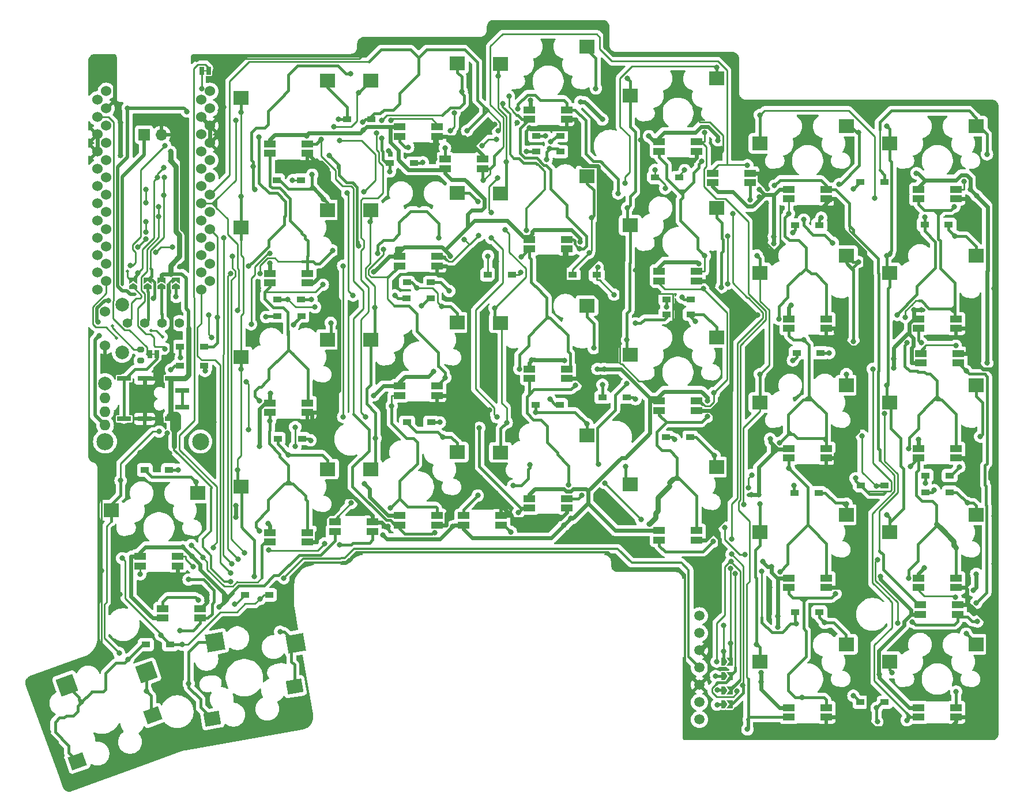
<source format=gbr>
G04 #@! TF.GenerationSoftware,KiCad,Pcbnew,8.0.5*
G04 #@! TF.CreationDate,2024-11-19T21:37:06+08:00*
G04 #@! TF.ProjectId,keyball61_right,6b657962-616c-46c3-9631-5f7269676874,rev?*
G04 #@! TF.SameCoordinates,Original*
G04 #@! TF.FileFunction,Copper,L2,Bot*
G04 #@! TF.FilePolarity,Positive*
%FSLAX46Y46*%
G04 Gerber Fmt 4.6, Leading zero omitted, Abs format (unit mm)*
G04 Created by KiCad (PCBNEW 8.0.5) date 2024-11-19 21:37:06*
%MOMM*%
%LPD*%
G01*
G04 APERTURE LIST*
G04 Aperture macros list*
%AMRoundRect*
0 Rectangle with rounded corners*
0 $1 Rounding radius*
0 $2 $3 $4 $5 $6 $7 $8 $9 X,Y pos of 4 corners*
0 Add a 4 corners polygon primitive as box body*
4,1,4,$2,$3,$4,$5,$6,$7,$8,$9,$2,$3,0*
0 Add four circle primitives for the rounded corners*
1,1,$1+$1,$2,$3*
1,1,$1+$1,$4,$5*
1,1,$1+$1,$6,$7*
1,1,$1+$1,$8,$9*
0 Add four rect primitives between the rounded corners*
20,1,$1+$1,$2,$3,$4,$5,0*
20,1,$1+$1,$4,$5,$6,$7,0*
20,1,$1+$1,$6,$7,$8,$9,0*
20,1,$1+$1,$8,$9,$2,$3,0*%
%AMRotRect*
0 Rectangle, with rotation*
0 The origin of the aperture is its center*
0 $1 length*
0 $2 width*
0 $3 Rotation angle, in degrees counterclockwise*
0 Add horizontal line*
21,1,$1,$2,0,0,$3*%
%AMFreePoly0*
4,1,7,0.575000,0.000000,0.175000,-0.571500,-0.175000,-0.571500,-0.300000,-0.571500,-0.300000,0.571500,0.175000,0.571500,0.575000,0.000000,0.575000,0.000000,$1*%
%AMFreePoly1*
4,1,8,0.317500,-0.571500,0.175000,-0.571500,-0.175000,-0.571500,-0.575000,-0.571500,-0.175000,0.000000,-0.575000,0.571500,0.317500,0.571500,0.317500,-0.571500,0.317500,-0.571500,$1*%
G04 Aperture macros list end*
G04 #@! TA.AperFunction,ComponentPad*
%ADD10C,1.397000*%
G04 #@! TD*
G04 #@! TA.AperFunction,ComponentPad*
%ADD11C,1.500000*%
G04 #@! TD*
G04 #@! TA.AperFunction,ComponentPad*
%ADD12C,2.500000*%
G04 #@! TD*
G04 #@! TA.AperFunction,ComponentPad*
%ADD13R,2.100000X0.800000*%
G04 #@! TD*
G04 #@! TA.AperFunction,SMDPad,CuDef*
%ADD14R,1.700000X1.000000*%
G04 #@! TD*
G04 #@! TA.AperFunction,SMDPad,CuDef*
%ADD15R,2.300000X2.000000*%
G04 #@! TD*
G04 #@! TA.AperFunction,SMDPad,CuDef*
%ADD16RotRect,2.600000X2.600000X10.000000*%
G04 #@! TD*
G04 #@! TA.AperFunction,SMDPad,CuDef*
%ADD17RotRect,2.300000X2.000000X10.000000*%
G04 #@! TD*
G04 #@! TA.AperFunction,ComponentPad*
%ADD18C,1.524000*%
G04 #@! TD*
G04 #@! TA.AperFunction,SMDPad,CuDef*
%ADD19RotRect,2.600000X2.600000X20.000000*%
G04 #@! TD*
G04 #@! TA.AperFunction,SMDPad,CuDef*
%ADD20RotRect,2.300000X2.000000X20.000000*%
G04 #@! TD*
G04 #@! TA.AperFunction,ComponentPad*
%ADD21C,2.000000*%
G04 #@! TD*
G04 #@! TA.AperFunction,SMDPad,CuDef*
%ADD22R,1.300000X0.950000*%
G04 #@! TD*
G04 #@! TA.AperFunction,ComponentPad*
%ADD23O,1.600000X1.600000*%
G04 #@! TD*
G04 #@! TA.AperFunction,ComponentPad*
%ADD24R,1.700000X1.700000*%
G04 #@! TD*
G04 #@! TA.AperFunction,ComponentPad*
%ADD25O,1.700000X1.700000*%
G04 #@! TD*
G04 #@! TA.AperFunction,SMDPad,CuDef*
%ADD26FreePoly0,0.000000*%
G04 #@! TD*
G04 #@! TA.AperFunction,SMDPad,CuDef*
%ADD27FreePoly1,0.000000*%
G04 #@! TD*
G04 #@! TA.AperFunction,SMDPad,CuDef*
%ADD28FreePoly0,90.000000*%
G04 #@! TD*
G04 #@! TA.AperFunction,SMDPad,CuDef*
%ADD29FreePoly1,90.000000*%
G04 #@! TD*
G04 #@! TA.AperFunction,SMDPad,CuDef*
%ADD30R,0.381000X0.250000*%
G04 #@! TD*
G04 #@! TA.AperFunction,SMDPad,CuDef*
%ADD31R,0.635000X1.143000*%
G04 #@! TD*
G04 #@! TA.AperFunction,SMDPad,CuDef*
%ADD32RoundRect,0.200000X0.275000X-0.200000X0.275000X0.200000X-0.275000X0.200000X-0.275000X-0.200000X0*%
G04 #@! TD*
G04 #@! TA.AperFunction,ViaPad*
%ADD33C,0.800000*%
G04 #@! TD*
G04 #@! TA.AperFunction,ViaPad*
%ADD34C,0.500000*%
G04 #@! TD*
G04 #@! TA.AperFunction,Conductor*
%ADD35C,0.400000*%
G04 #@! TD*
G04 #@! TA.AperFunction,Conductor*
%ADD36C,0.800000*%
G04 #@! TD*
G04 #@! TA.AperFunction,Conductor*
%ADD37C,0.600000*%
G04 #@! TD*
G04 #@! TA.AperFunction,Conductor*
%ADD38C,0.250000*%
G04 #@! TD*
G04 #@! TA.AperFunction,Conductor*
%ADD39C,0.350000*%
G04 #@! TD*
G04 #@! TA.AperFunction,Conductor*
%ADD40C,0.500000*%
G04 #@! TD*
G04 APERTURE END LIST*
D10*
X94280001Y-81879712D03*
X96820001Y-81879712D03*
X99360001Y-81879712D03*
X101900001Y-81879712D03*
D11*
X178271000Y-124925000D03*
X178271000Y-127465000D03*
X178271000Y-130005000D03*
X178271000Y-132545000D03*
X178271000Y-135085000D03*
X178271000Y-137625000D03*
X178271000Y-140165000D03*
D12*
X104989000Y-99294700D03*
X90989100Y-99294700D03*
D13*
X102304100Y-94220000D03*
X102304100Y-91770000D03*
X93804100Y-95970000D03*
X93804100Y-90020000D03*
X96804100Y-95970000D03*
X96804100Y-90020000D03*
X100804100Y-95970000D03*
X100804100Y-90020000D03*
D14*
X99460000Y-125270000D03*
X99460000Y-123870000D03*
X104960000Y-123870000D03*
X104960000Y-125270000D03*
X124759000Y-112529712D03*
X124759000Y-111129712D03*
X130259000Y-111129712D03*
X130259000Y-112529712D03*
X210689000Y-124705000D03*
X210689000Y-123305000D03*
X216189000Y-123305000D03*
X216189000Y-124705000D03*
X210769000Y-87744700D03*
X210769000Y-86344700D03*
X216269000Y-86344700D03*
X216269000Y-87744700D03*
X180199000Y-61234700D03*
X180199000Y-59834700D03*
X185699000Y-59834700D03*
X185699000Y-61234700D03*
X140909000Y-59174700D03*
X140909000Y-57774700D03*
X146409000Y-57774700D03*
X146409000Y-59174700D03*
X210460000Y-62219700D03*
X210460000Y-63619700D03*
X215960000Y-63619700D03*
X215960000Y-62219700D03*
X210460000Y-81269700D03*
X210460000Y-82669700D03*
X215960000Y-82669700D03*
X215960000Y-81269700D03*
X210460000Y-100320000D03*
X210460000Y-101720000D03*
X215960000Y-101720000D03*
X215960000Y-100320000D03*
X210460000Y-119370000D03*
X210460000Y-120770000D03*
X215960000Y-120770000D03*
X215960000Y-119370000D03*
X210460000Y-138420000D03*
X210460000Y-139820000D03*
X215960000Y-139820000D03*
X215960000Y-138420000D03*
X191410000Y-62219700D03*
X191410000Y-63619700D03*
X196910000Y-63619700D03*
X196910000Y-62219700D03*
X191410000Y-81269700D03*
X191410000Y-82669700D03*
X196910000Y-82669700D03*
X196910000Y-81269700D03*
X191410000Y-100320000D03*
X191410000Y-101720000D03*
X196910000Y-101720000D03*
X196910000Y-100320000D03*
X191410000Y-119370000D03*
X191410000Y-120770000D03*
X196910000Y-120770000D03*
X196910000Y-119370000D03*
X191410000Y-138420000D03*
X191410000Y-139820000D03*
X196910000Y-139820000D03*
X196910000Y-138420000D03*
X172360000Y-55219700D03*
X172360000Y-56619700D03*
X177860000Y-56619700D03*
X177860000Y-55219700D03*
X172360000Y-74269700D03*
X172360000Y-75669700D03*
X177860000Y-75669700D03*
X177860000Y-74269700D03*
X172360000Y-93319700D03*
X172360000Y-94719700D03*
X177860000Y-94719700D03*
X177860000Y-93319700D03*
X172360000Y-112370000D03*
X172360000Y-113770000D03*
X177860000Y-113770000D03*
X177860000Y-112370000D03*
X153310000Y-50519700D03*
X153310000Y-51919700D03*
X158810000Y-51919700D03*
X158810000Y-50519700D03*
X153310000Y-69569700D03*
X153310000Y-70969700D03*
X158810000Y-70969700D03*
X158810000Y-69569700D03*
X153310000Y-88619700D03*
X153310000Y-90019700D03*
X158810000Y-90019700D03*
X158810000Y-88619700D03*
X153310000Y-107670000D03*
X153310000Y-109070000D03*
X158810000Y-109070000D03*
X158810000Y-107670000D03*
X134260000Y-53019700D03*
X134260000Y-54419700D03*
X139760000Y-54419700D03*
X139760000Y-53019700D03*
X134260000Y-72069700D03*
X134260000Y-73469700D03*
X139760000Y-73469700D03*
X139760000Y-72069700D03*
X134260000Y-91119700D03*
X134260000Y-92519700D03*
X139760000Y-92519700D03*
X139760000Y-91119700D03*
X134260000Y-110170000D03*
X134260000Y-111570000D03*
X139760000Y-111570000D03*
X139760000Y-110170000D03*
X115210000Y-55519700D03*
X115210000Y-56919700D03*
X120710000Y-56919700D03*
X120710000Y-55519700D03*
X115210000Y-74569700D03*
X115210000Y-75969700D03*
X120710000Y-75969700D03*
X120710000Y-74569700D03*
X115210000Y-93619700D03*
X115210000Y-95019700D03*
X120710000Y-95019700D03*
X120710000Y-93619700D03*
X115210000Y-112670000D03*
X115210000Y-114070000D03*
X120710000Y-114070000D03*
X120710000Y-112670000D03*
X96160000Y-116170000D03*
X96160000Y-117570000D03*
X101660000Y-117570000D03*
X101660000Y-116170000D03*
D15*
X206210000Y-55439700D03*
X218910000Y-52899700D03*
X187160000Y-55439700D03*
X199860000Y-52899700D03*
X168110000Y-48439700D03*
X180810000Y-45899700D03*
X149060000Y-43739700D03*
X161760000Y-41199700D03*
X130010000Y-46239700D03*
X142710000Y-43699700D03*
X110960000Y-48739700D03*
X123660000Y-46199700D03*
X206210000Y-74489700D03*
X218910000Y-71949700D03*
X168110000Y-67489700D03*
X180810000Y-64949700D03*
X149060000Y-62789700D03*
X161760000Y-60249700D03*
X130010000Y-65289700D03*
X142710000Y-62749700D03*
X110960000Y-67789700D03*
X123660000Y-65249700D03*
X206210000Y-93539700D03*
X218910000Y-90999700D03*
X187160000Y-93539700D03*
X199860000Y-90999700D03*
X168110000Y-86539700D03*
X180810000Y-83999700D03*
X149060000Y-81839700D03*
X161760000Y-79299700D03*
X130010000Y-84339700D03*
X142710000Y-81799700D03*
X110960000Y-86839700D03*
X123660000Y-84299700D03*
X206210000Y-112590000D03*
X218910000Y-110050000D03*
X187160000Y-112590000D03*
X199860000Y-110050000D03*
X168110000Y-105590000D03*
X180810000Y-103050000D03*
X149060000Y-100890000D03*
X161760000Y-98350000D03*
X130010000Y-103390000D03*
X142710000Y-100850000D03*
X110960000Y-105890000D03*
X123660000Y-103350000D03*
X91910000Y-109390000D03*
X104610000Y-106850000D03*
X206210000Y-131640000D03*
X218910000Y-129100000D03*
D16*
X118983406Y-128931931D03*
D17*
X118793667Y-135342267D03*
D16*
X107177610Y-128779673D03*
D17*
X106727674Y-140049010D03*
D18*
X89847700Y-49060000D03*
X106394100Y-47790000D03*
X89847700Y-51600000D03*
X106394100Y-50330000D03*
X89847700Y-54140000D03*
X106394100Y-52870000D03*
X89847700Y-56680000D03*
X106394100Y-55410000D03*
X89847700Y-59220000D03*
X106394100Y-57950000D03*
X89847700Y-61760000D03*
X106394100Y-60490000D03*
X89847700Y-64300000D03*
X106394100Y-63030000D03*
X89847700Y-66840000D03*
X106394100Y-65570000D03*
X89847700Y-69380000D03*
X106394100Y-68110000D03*
X89847700Y-71920000D03*
X106394100Y-70650000D03*
X89847700Y-74460000D03*
X106394100Y-73190000D03*
X89847700Y-77000000D03*
X106394100Y-75730000D03*
X91174100Y-75730000D03*
X105087700Y-77000000D03*
X91174100Y-73190000D03*
X105087700Y-74460000D03*
X91174100Y-70650000D03*
X105087700Y-71920000D03*
X91174100Y-68110000D03*
X105087700Y-69380000D03*
X91174100Y-65570000D03*
X105087700Y-66840000D03*
X91174100Y-63030000D03*
X105087700Y-64300000D03*
X91174100Y-60490000D03*
X105087700Y-61760000D03*
X91174100Y-57950000D03*
X105087700Y-59220000D03*
X91174100Y-55410000D03*
X105087700Y-56680000D03*
X91174100Y-52870000D03*
X105087700Y-54140000D03*
X91174100Y-50330000D03*
X105087700Y-51600000D03*
X91174100Y-47790000D03*
X105087700Y-49060000D03*
D15*
X187160000Y-131640000D03*
X199860000Y-129100000D03*
D19*
X97066474Y-133218370D03*
D20*
X97992760Y-139564266D03*
D19*
X85413596Y-135118480D03*
D20*
X86927395Y-146294741D03*
D18*
X91010001Y-80209712D03*
X91010001Y-85209712D03*
D21*
X93510001Y-79209712D03*
X93510001Y-86209712D03*
D22*
X201895000Y-61169700D03*
X205445000Y-61169700D03*
X192335000Y-67469700D03*
X195885000Y-67469700D03*
X171735000Y-60469700D03*
X175285000Y-60469700D03*
X154295001Y-54329712D03*
X157845001Y-54329712D03*
X132835000Y-58369700D03*
X136385000Y-58369700D03*
X126555000Y-51899700D03*
X130105000Y-51899700D03*
X211335000Y-67369700D03*
X214885000Y-67369700D03*
X192535000Y-86269700D03*
X196085000Y-86269700D03*
X173435000Y-78369700D03*
X176985000Y-78369700D03*
X159635000Y-74769700D03*
X163185000Y-74769700D03*
X147235000Y-74769700D03*
X150785000Y-74769700D03*
X116235000Y-60869700D03*
X119785000Y-60869700D03*
X211475000Y-104290000D03*
X215025000Y-104290000D03*
X201935000Y-105770000D03*
X205485000Y-105770000D03*
X173435000Y-80569700D03*
X176985000Y-80569700D03*
X164035000Y-92769700D03*
X167585000Y-92769700D03*
X135305001Y-75909712D03*
X138855001Y-75909712D03*
X116255001Y-78399712D03*
X119805001Y-78399712D03*
X211485000Y-106730000D03*
X215035000Y-106730000D03*
X192215000Y-106830000D03*
X195765000Y-106830000D03*
X173385000Y-98669700D03*
X176935000Y-98669700D03*
X154235000Y-93869700D03*
X157785000Y-93869700D03*
X135335000Y-96469700D03*
X138885000Y-96469700D03*
X116345000Y-98869700D03*
X119895000Y-98869700D03*
X96835000Y-103470000D03*
X100385000Y-103470000D03*
X201925000Y-137630000D03*
X205475000Y-137630000D03*
X192335000Y-124370000D03*
X195885000Y-124370000D03*
X111515001Y-121839712D03*
X115065001Y-121839712D03*
X96995001Y-129159712D03*
X100545001Y-129159712D03*
X102015001Y-85339712D03*
X105565001Y-85339712D03*
X154275001Y-56669712D03*
X157825001Y-56669712D03*
X135285001Y-78229712D03*
X138835001Y-78229712D03*
X116275001Y-80829712D03*
X119825001Y-80829712D03*
X102005001Y-88179712D03*
X105555001Y-88179712D03*
D23*
X90985001Y-96894712D03*
X90985001Y-94894712D03*
X90985001Y-92894712D03*
D21*
X90985001Y-90744712D03*
X90985001Y-99044712D03*
D24*
X96735001Y-54169712D03*
D25*
X99275001Y-54169712D03*
D26*
X181809620Y-131669424D03*
D27*
X182810380Y-131669424D03*
D28*
X95110000Y-76570080D03*
D29*
X95110000Y-75569320D03*
D26*
X181809620Y-133769424D03*
D27*
X182810380Y-133769424D03*
D28*
X97210000Y-76570080D03*
D29*
X97210000Y-75569320D03*
D26*
X181809620Y-135869424D03*
D27*
X182810380Y-135869424D03*
D28*
X99310000Y-76570080D03*
D29*
X99310000Y-75569320D03*
D26*
X181809620Y-137969424D03*
D27*
X182810380Y-137969424D03*
D28*
X101410000Y-76570080D03*
D29*
X101410000Y-75569320D03*
D30*
X98089621Y-86479712D03*
D31*
X98590001Y-86479712D03*
X97589241Y-86479712D03*
D30*
X105710000Y-44769700D03*
D31*
X105209620Y-44769700D03*
X106210380Y-44769700D03*
D32*
X96210001Y-87419712D03*
X96210001Y-85769712D03*
D14*
X143660000Y-111590000D03*
X143660000Y-110190000D03*
X149160000Y-110190000D03*
X149160000Y-111590000D03*
D15*
X187160000Y-74489700D03*
X199860000Y-71949700D03*
D33*
X220503900Y-57058900D03*
X96985501Y-62272600D03*
X128823900Y-52341400D03*
X173250800Y-62062600D03*
X200893800Y-62170900D03*
X148718900Y-53628700D03*
X191942100Y-68583500D03*
X137661000Y-58269600D03*
X144155600Y-53595800D03*
X96985501Y-64171600D03*
X171735000Y-59357200D03*
X156440011Y-55249702D03*
X196162800Y-66391600D03*
X201660300Y-53820000D03*
X198784000Y-61483200D03*
X118528900Y-60869700D03*
X191993000Y-87378300D03*
X173435000Y-79469700D03*
X163337400Y-73681900D03*
X165731000Y-77706600D03*
X207316300Y-80691500D03*
X211335000Y-66288500D03*
X152060400Y-74469600D03*
X96985501Y-66967700D03*
X201209500Y-104691900D03*
X121290001Y-78399712D03*
X211475000Y-105374700D03*
X168865200Y-93074600D03*
X203719800Y-88613400D03*
X96985501Y-68508500D03*
X141540013Y-77169700D03*
X107479144Y-81038855D03*
X168879200Y-81904000D03*
X176108300Y-59389000D03*
X167370000Y-61293000D03*
X180810000Y-44273500D03*
X121164900Y-99118900D03*
X156310001Y-93069400D03*
X192186500Y-105727700D03*
X125957300Y-95669400D03*
X174657000Y-98966400D03*
X95772050Y-70721454D03*
X96985501Y-69508003D03*
X212745800Y-106444500D03*
X101687000Y-103427500D03*
X125957300Y-73457100D03*
X140145100Y-96469700D03*
X155660001Y-54329712D03*
X163060000Y-47378400D03*
X143365500Y-47865500D03*
X132835000Y-59584711D03*
X131624900Y-52091800D03*
X131656500Y-54725300D03*
X125304700Y-51899700D03*
X215809800Y-69094800D03*
X201618200Y-72889300D03*
X197337300Y-86263000D03*
X200896000Y-84565400D03*
X182421800Y-76086400D03*
X182421800Y-69126800D03*
X181491600Y-76627500D03*
X175732400Y-78092400D03*
X162420400Y-66347900D03*
X162059800Y-71544600D03*
X145758200Y-64034000D03*
X147235000Y-72017300D03*
X121404600Y-60069400D03*
X123106400Y-63639000D03*
X219493200Y-98554500D03*
X216444100Y-103026600D03*
X204218100Y-105849800D03*
X202139200Y-98451000D03*
X199860000Y-89391600D03*
X177661300Y-81647000D03*
X162759500Y-85561000D03*
X164035000Y-90944700D03*
X203230001Y-141959712D03*
X112890001Y-141929712D03*
X162128500Y-94422500D03*
X161930001Y-110719712D03*
X164840001Y-64949712D03*
X144533885Y-55275828D03*
X160160300Y-54299413D03*
X218730001Y-82999712D03*
X100700600Y-79349113D03*
X164140001Y-38379712D03*
X118010001Y-125939712D03*
X103312713Y-121037000D03*
X137130001Y-64529712D03*
X148340001Y-106879712D03*
X131870001Y-93089712D03*
X180990001Y-57289712D03*
X134170001Y-59619712D03*
X123681706Y-59808007D03*
X167250001Y-111019712D03*
X150850001Y-90739712D03*
X183360001Y-141819712D03*
X161510001Y-87079712D03*
X91050045Y-103179756D03*
X97260001Y-127209712D03*
X188110001Y-64229712D03*
X165080001Y-48729712D03*
X105980001Y-121809712D03*
X185360001Y-50179712D03*
X169420010Y-74939703D03*
X141890157Y-74249556D03*
X109830001Y-43729712D03*
X185879713Y-101720000D03*
X143858056Y-91371657D03*
X80260001Y-134819712D03*
X221560001Y-88819712D03*
X148183600Y-52704100D03*
X165330001Y-69749712D03*
X169837213Y-94422500D03*
X139434100Y-57774700D03*
X188241100Y-62122300D03*
X104440001Y-43099712D03*
X188589713Y-120770000D03*
X118200000Y-120130000D03*
X164260001Y-60169712D03*
X105990001Y-122699712D03*
X100417213Y-52352500D03*
X200685001Y-140619712D03*
X148493900Y-72859600D03*
X93292500Y-57271900D03*
X221190001Y-62279712D03*
X122212413Y-58277300D03*
X132620001Y-56579712D03*
X150610002Y-110190000D03*
X151479845Y-52399556D03*
X190470001Y-87139712D03*
X94390001Y-146799712D03*
X202120001Y-90839712D03*
X151530001Y-94399712D03*
X207190001Y-82869712D03*
X96804100Y-91845613D03*
X197020001Y-142069712D03*
X113490001Y-77159712D03*
X142006100Y-109030000D03*
X183940001Y-81469712D03*
X203590001Y-50129712D03*
X148030001Y-38229712D03*
X129150001Y-40889712D03*
X106980001Y-96419712D03*
X107910000Y-50669700D03*
X220780001Y-141879712D03*
X178950001Y-118859712D03*
X201549200Y-117640513D03*
X182800001Y-43219712D03*
X219310294Y-137820005D03*
X146105001Y-104584712D03*
X169210001Y-114389712D03*
X93140001Y-121749712D03*
X218645001Y-103454712D03*
X93292600Y-52448100D03*
X166652313Y-76227400D03*
X221270001Y-133669712D03*
X90434999Y-118264714D03*
X147440001Y-94679712D03*
X100080001Y-98069712D03*
X186849000Y-80713900D03*
X220960001Y-50289712D03*
X169670001Y-54969712D03*
X100100001Y-135319712D03*
X166150001Y-73799712D03*
X97423400Y-121080000D03*
X85910001Y-149569712D03*
X180471400Y-96947100D03*
X177390700Y-58015800D03*
X182302006Y-98777707D03*
X146810001Y-85349712D03*
X160522856Y-92816857D03*
X125087100Y-78370200D03*
X141810001Y-94739712D03*
X194570600Y-65157300D03*
X89850001Y-130679712D03*
X156883100Y-76227400D03*
X208920001Y-68529712D03*
X207860001Y-63959712D03*
X145379413Y-75920300D03*
X153320001Y-53199712D03*
X103000001Y-143679712D03*
X166430001Y-117339712D03*
X221280001Y-126649712D03*
X96160001Y-100929712D03*
X199971300Y-101720000D03*
X202281300Y-84052000D03*
X96337213Y-52352500D03*
X101980001Y-73619712D03*
X221195001Y-103454712D03*
X176957856Y-133571857D03*
X221550001Y-76799712D03*
X132570001Y-111739712D03*
X100434057Y-101055656D03*
X186550001Y-85739712D03*
X101303500Y-121037000D03*
X91810001Y-43169712D03*
X91542501Y-87762212D03*
X170208300Y-58829500D03*
X203370001Y-73589712D03*
X90960001Y-106839712D03*
X120430001Y-140339712D03*
X107980001Y-56949712D03*
X221560001Y-110229712D03*
X125200001Y-108629712D03*
X176900001Y-141889712D03*
X146040001Y-42339712D03*
X89610001Y-43169712D03*
X198300001Y-78859712D03*
X127200001Y-79709712D03*
X181469213Y-114930500D03*
X101700001Y-55359712D03*
X82710001Y-141969712D03*
X221560001Y-117269712D03*
X179420001Y-122889712D03*
X217809700Y-65657100D03*
X202532300Y-78507413D03*
X181948200Y-110151513D03*
X200406700Y-122034200D03*
X108410000Y-50169700D03*
X131510001Y-89529712D03*
X102910001Y-68689712D03*
X105160000Y-47459700D03*
X96135001Y-87419712D03*
X109410000Y-119860000D03*
X101142003Y-97799712D03*
X117245000Y-119395000D03*
X100602700Y-58017013D03*
X100602700Y-74644100D03*
X100602700Y-56680000D03*
X98106900Y-78271700D03*
X99668400Y-60490000D03*
X99610001Y-63085200D03*
X95837281Y-74526514D03*
D34*
X94285001Y-74294712D03*
D33*
X99610001Y-59040499D03*
X98668898Y-60489494D03*
D34*
X92035001Y-82319712D03*
D33*
X113603800Y-54567700D03*
X112050794Y-73470505D03*
D34*
X97235001Y-86444712D03*
D33*
X109683000Y-72042700D03*
X111500001Y-115649712D03*
X184597100Y-135128800D03*
X183010000Y-115870000D03*
X109410000Y-74569700D03*
X110530001Y-116569712D03*
X180810001Y-131669712D03*
X182910000Y-116970000D03*
X182810000Y-117970000D03*
X182800000Y-128932800D03*
X108410000Y-69369700D03*
X109620001Y-117279712D03*
X183779700Y-135958400D03*
D34*
X99460001Y-83919712D03*
X97735001Y-82944712D03*
D33*
X183535000Y-118695000D03*
D34*
X92684328Y-84045385D03*
D33*
X109455000Y-118625000D03*
X140428400Y-79432800D03*
X136790000Y-76709713D03*
X121820001Y-79529712D03*
X117840001Y-78399712D03*
X124130001Y-81839712D03*
X217607000Y-108326600D03*
X199860000Y-108443400D03*
X180467700Y-101382300D03*
X161760000Y-96735600D03*
X154235000Y-94973800D03*
X140549200Y-98603900D03*
X117926900Y-101251900D03*
X104326800Y-105241500D03*
X204389000Y-140507300D03*
X204279800Y-138453700D03*
X217431000Y-127535700D03*
X196657300Y-125942600D03*
X110020001Y-123159712D03*
X103280000Y-134870000D03*
X87540001Y-137589712D03*
X94367844Y-131327555D03*
X147730001Y-69379712D03*
X204408700Y-116643100D03*
X205751700Y-71949700D03*
X207384200Y-125959500D03*
X205757000Y-90999700D03*
X147730001Y-65609712D03*
X148607900Y-60514900D03*
X206577500Y-133245400D03*
X152860001Y-56669712D03*
X205746800Y-110050000D03*
X205756100Y-52899700D03*
X148520001Y-95699712D03*
X186707400Y-71949700D03*
X187160000Y-108448300D03*
X113014600Y-62272200D03*
X127030001Y-45239712D03*
X127400001Y-77809712D03*
X187160000Y-89384300D03*
X133530001Y-77809712D03*
X184791200Y-108586500D03*
X186685200Y-129100000D03*
X112722500Y-58851100D03*
X187160000Y-51286300D03*
X126530001Y-62779712D03*
X204043500Y-63546213D03*
X163440200Y-102612100D03*
X114630001Y-80969712D03*
X110415001Y-79994712D03*
X167604600Y-90763900D03*
X167659600Y-64949700D03*
X167641300Y-84363900D03*
X110160001Y-52049712D03*
X167658300Y-45899700D03*
X167455800Y-102955000D03*
X102090001Y-86979712D03*
X149730001Y-68139712D03*
X156280001Y-56259712D03*
X148679799Y-45529914D03*
X148210001Y-79659712D03*
X155820001Y-57849712D03*
X149970001Y-96499712D03*
X149899510Y-58200203D03*
X129015001Y-62564712D03*
X130630001Y-79599712D03*
X125400001Y-55079712D03*
X130710001Y-98829712D03*
X129940001Y-66999712D03*
X137445001Y-79304712D03*
X124610001Y-53009712D03*
X128224994Y-48024705D03*
X110960000Y-88679713D03*
X110960000Y-50909713D03*
X110960000Y-63249713D03*
X118657501Y-82117212D03*
X116690001Y-127269712D03*
X110430001Y-103479712D03*
X112910001Y-119159712D03*
X93055900Y-130399000D03*
X105680381Y-88919332D03*
X93270001Y-105029712D03*
X98940001Y-97829712D03*
X97066474Y-135963239D03*
X101410000Y-78019711D03*
X181810001Y-126369712D03*
X181810001Y-130169712D03*
X180652222Y-133769424D03*
X180883300Y-135824100D03*
X180866900Y-137979700D03*
X91466072Y-78567247D03*
X89935001Y-81744712D03*
D34*
X93536100Y-76194712D03*
D33*
X210460000Y-98949500D03*
X188646100Y-98911400D03*
X170850001Y-54389712D03*
X189785000Y-125014713D03*
X218467400Y-121153300D03*
X220525013Y-87744700D03*
X158376095Y-111595806D03*
X159360200Y-110611700D03*
X129107957Y-105491756D03*
X110222500Y-108697213D03*
X113665000Y-99964713D03*
X130429900Y-92519700D03*
X218916600Y-118753800D03*
X204704300Y-133543300D03*
X185868013Y-107131700D03*
X187334600Y-133313900D03*
X188868000Y-117723300D03*
X102377200Y-114809600D03*
X120616300Y-54391100D03*
X139222100Y-88974900D03*
X115210000Y-73103800D03*
X142016200Y-111796000D03*
X180998500Y-55019400D03*
X110222500Y-110427213D03*
X164280013Y-88619700D03*
X189785000Y-126573900D03*
X158477700Y-87412200D03*
X187334600Y-134585113D03*
X210861013Y-79918700D03*
X153603813Y-87265900D03*
X189199500Y-69150213D03*
X107766002Y-123635713D03*
X141698300Y-72028800D03*
X189388094Y-100657805D03*
X179444400Y-93323500D03*
X160747800Y-69943400D03*
X206763900Y-88473200D03*
X191763600Y-79275000D03*
X186983200Y-107131700D03*
X114910001Y-111362400D03*
X178159600Y-73139300D03*
X187546757Y-116912956D03*
X103737600Y-116170000D03*
X160790001Y-49349712D03*
X204847700Y-119168000D03*
X206763900Y-87135813D03*
X130404700Y-74385300D03*
X128919444Y-53519155D03*
X164020001Y-51949712D03*
X115242100Y-92209700D03*
X218035600Y-62219700D03*
X163291700Y-88619700D03*
X106679144Y-83989712D03*
X218987806Y-63171907D03*
X209784900Y-79918700D03*
X210135001Y-59848100D03*
X211284900Y-117870000D03*
X131816500Y-113055300D03*
X187036900Y-62235000D03*
X106180001Y-80699712D03*
X187036900Y-63362813D03*
X153475900Y-49119200D03*
X189199500Y-70160000D03*
X106920001Y-114869712D03*
X103261445Y-119581156D03*
X102010001Y-127079712D03*
X125414713Y-114445000D03*
X123241316Y-114281027D03*
X115060001Y-115199712D03*
X104670001Y-122589712D03*
X150563800Y-112575600D03*
X127132800Y-108318400D03*
X145725200Y-107226500D03*
X209543900Y-125789800D03*
X185968600Y-104191800D03*
X219097600Y-125751400D03*
X185465400Y-106092800D03*
X205468000Y-95173800D03*
X217444300Y-88930400D03*
X218917700Y-123017900D03*
X215914300Y-85216700D03*
X197855300Y-70086100D03*
X185699000Y-63785900D03*
X193589600Y-66669300D03*
X146556000Y-60909200D03*
X185318400Y-58698900D03*
X102340001Y-129159712D03*
X118919200Y-100024400D03*
X181994000Y-111932400D03*
X192492700Y-126104300D03*
X98422654Y-71498539D03*
X153409500Y-102745400D03*
X112443300Y-82047300D03*
X112081700Y-97511000D03*
X100910001Y-70720700D03*
X118919200Y-97178911D03*
X150925500Y-105781000D03*
X169684500Y-110713800D03*
X99185001Y-127744712D03*
X200885200Y-136676000D03*
X164363900Y-105393200D03*
X184925300Y-115896600D03*
X111713500Y-90512100D03*
X115202713Y-71607000D03*
X187421500Y-118392800D03*
X113715001Y-122454712D03*
X93515001Y-116444712D03*
X146342400Y-55779900D03*
X140909000Y-56115400D03*
X148442800Y-54834300D03*
X217135300Y-61023500D03*
X215720700Y-64756700D03*
X208512700Y-81003600D03*
X208785800Y-84778200D03*
X210857400Y-84778200D03*
X209003800Y-100320000D03*
X209284700Y-102923300D03*
X208986400Y-119370000D03*
X215874700Y-122198400D03*
X215970001Y-136059712D03*
X208735500Y-140280600D03*
X189300400Y-61679200D03*
X191410000Y-65794600D03*
X189922800Y-81269700D03*
X193594400Y-84340700D03*
X190034400Y-99484100D03*
X191410000Y-103245700D03*
X190102000Y-118460000D03*
X198249100Y-121671700D03*
X193377100Y-136920000D03*
X185322400Y-141597500D03*
X179035300Y-53894700D03*
X179035300Y-71998600D03*
X178566400Y-58115000D03*
X178824800Y-76778000D03*
X180363700Y-92144400D03*
X170885500Y-111439200D03*
X179423800Y-95621200D03*
X183147200Y-65788000D03*
X183008800Y-113661200D03*
X166338400Y-62838500D03*
X180291500Y-114001800D03*
X151600800Y-50419400D03*
X160674800Y-70955200D03*
X150290001Y-48529712D03*
X151834600Y-88619700D03*
X152134700Y-72145100D03*
X160063300Y-91004600D03*
X160972500Y-107171400D03*
X159054500Y-105692600D03*
X99810001Y-55780500D03*
X94660001Y-73449500D03*
X132997300Y-52079400D03*
X129269700Y-95698600D03*
X130835400Y-53951500D03*
X145942200Y-97270000D03*
X151664400Y-109764900D03*
X135504300Y-56035800D03*
X145879300Y-68993600D03*
X142290900Y-50978100D03*
X141698300Y-53632200D03*
X140032400Y-69358700D03*
X152841700Y-68255400D03*
X149404800Y-49638900D03*
X130988300Y-71647000D03*
X143761900Y-69593800D03*
X140935300Y-89900900D03*
X131851600Y-71022700D03*
X132855001Y-109064712D03*
X133084700Y-94043400D03*
X98885501Y-66204200D03*
X99800600Y-85669712D03*
X100660001Y-88719712D03*
X98885501Y-64755200D03*
X122719900Y-54860300D03*
X139441500Y-112681700D03*
X124425300Y-71221400D03*
X123904600Y-57242700D03*
X113758600Y-74569700D03*
X128230300Y-70527200D03*
X113628100Y-93270600D03*
X122965001Y-76234712D03*
X115210000Y-96269713D03*
X113677400Y-112407900D03*
X103656700Y-114538600D03*
X103903600Y-117660000D03*
X105392400Y-116377200D03*
X96160000Y-118808000D03*
X103010001Y-50769712D03*
D34*
X95401488Y-77674742D03*
D33*
X94310001Y-50269712D03*
X90160001Y-83719712D03*
D35*
X173888194Y-105351519D02*
X173888194Y-105827905D01*
D36*
X174410001Y-104829712D02*
X173888194Y-105351519D01*
D37*
X217539300Y-122994712D02*
X217849588Y-123305000D01*
X217849588Y-123305000D02*
X217924500Y-123305000D01*
X200685001Y-140619712D02*
X199885289Y-139820000D01*
X200685001Y-140619712D02*
X203228212Y-140619712D01*
X203228212Y-140619712D02*
X204016100Y-141407600D01*
X199885289Y-139820000D02*
X196910000Y-139820000D01*
D35*
X172370000Y-95419711D02*
X172577501Y-95627212D01*
X172370000Y-95419711D02*
X173410001Y-96459712D01*
D38*
X172360000Y-94719700D02*
X172360000Y-95409711D01*
D35*
X172360000Y-95419711D02*
X172370000Y-95419711D01*
D38*
X172360000Y-95409711D02*
X173410001Y-96459712D01*
D37*
X145903300Y-105439900D02*
X145017700Y-105439900D01*
X150610002Y-110190000D02*
X150510300Y-110190000D01*
X150610002Y-110190000D02*
X150610002Y-110146602D01*
X150610002Y-110146602D02*
X145903300Y-105439900D01*
D38*
X133444495Y-79324206D02*
X132478013Y-78357724D01*
X132478013Y-78357724D02*
X132478013Y-75141700D01*
D35*
X134260000Y-73469700D02*
X132588000Y-75141700D01*
X132588000Y-75141700D02*
X132478013Y-75141700D01*
D38*
X129679400Y-74751400D02*
X129679400Y-73997700D01*
X132478013Y-75141700D02*
X130069700Y-75141700D01*
X130069700Y-75141700D02*
X129679400Y-74751400D01*
X129679400Y-73997700D02*
X131851600Y-71825500D01*
X131851600Y-71825500D02*
X131851600Y-71022700D01*
D39*
X101774714Y-101184425D02*
X101774714Y-101189712D01*
X106600000Y-106180000D02*
X106590000Y-106190000D01*
X101774714Y-101189712D02*
X106600000Y-106014998D01*
X106600000Y-106014998D02*
X106600000Y-106180000D01*
X105370001Y-114829712D02*
X106590000Y-116049711D01*
X106590000Y-106190000D02*
X106590000Y-112419711D01*
X106590000Y-112419711D02*
X105370001Y-113639710D01*
X101142003Y-100551714D02*
X101774714Y-101184425D01*
X101142003Y-99961714D02*
X101142003Y-100551714D01*
X105370001Y-113639710D02*
X105370001Y-114829712D01*
X108463000Y-119860000D02*
X109410000Y-119860000D01*
X106590000Y-116049711D02*
X106590000Y-117987000D01*
X106590000Y-117987000D02*
X108463000Y-119860000D01*
D35*
X205445000Y-61169700D02*
X205445000Y-60110313D01*
D38*
X218910000Y-52237000D02*
X218910000Y-51574400D01*
D35*
X204727200Y-52372513D02*
X204727200Y-53466911D01*
X218910000Y-52899700D02*
X218910000Y-51699711D01*
X217870001Y-50659712D02*
X206440001Y-50659712D01*
X206440001Y-50659712D02*
X204727200Y-52372513D01*
X205445000Y-60110313D02*
X204727200Y-59392513D01*
X218910000Y-51699711D02*
X217870001Y-50659712D01*
X219287787Y-52899700D02*
X220503900Y-54115813D01*
D38*
X204727200Y-59392513D02*
X204727200Y-53466911D01*
D35*
X220503900Y-54115813D02*
X220503900Y-57058900D01*
D38*
X109294700Y-60129400D02*
X106394100Y-63030000D01*
D35*
X145650400Y-43520111D02*
X145650400Y-49079000D01*
X147161400Y-50590000D02*
X146665844Y-51085555D01*
D38*
X171735000Y-60469700D02*
X171735000Y-60069500D01*
D35*
X191942100Y-68527613D02*
X192335000Y-68134713D01*
X136385000Y-58369700D02*
X137560900Y-58369700D01*
D38*
X109294700Y-46317800D02*
X109294700Y-60129400D01*
D35*
X143800001Y-41669712D02*
X145650400Y-43520111D01*
D38*
X112167200Y-43445300D02*
X109294700Y-46317800D01*
D35*
X137025500Y-45266202D02*
X137025500Y-42845211D01*
X133340001Y-50539712D02*
X134230001Y-49649712D01*
X134230001Y-48061701D02*
X137025500Y-45266202D01*
X146635557Y-50064156D02*
X147161400Y-50590000D01*
X138180001Y-41669712D02*
X143800001Y-41669712D01*
X130529689Y-51099400D02*
X131390313Y-51099400D01*
X146665844Y-51085555D02*
X144155600Y-53595800D01*
X146635557Y-51055268D02*
X146665844Y-51085555D01*
D38*
X148950600Y-52379300D02*
X148950600Y-53397000D01*
X129741000Y-43445300D02*
X112167200Y-43445300D01*
D35*
X137025500Y-42845211D02*
X137025500Y-42824213D01*
X131496588Y-41689712D02*
X129741000Y-43445300D01*
X146635557Y-50064156D02*
X146635557Y-51055268D01*
X137025500Y-42845211D02*
X135870001Y-41689712D01*
X134230001Y-49649712D02*
X134230001Y-48061701D01*
X137560900Y-58369700D02*
X137661000Y-58269600D01*
D38*
X148950600Y-53397000D02*
X148718900Y-53628700D01*
D35*
X157360001Y-54329712D02*
X156440011Y-55249702D01*
D38*
X171735000Y-60069500D02*
X173250800Y-61585300D01*
D35*
X145650400Y-49079000D02*
X146635557Y-50064156D01*
X191942100Y-68583500D02*
X191942100Y-68527613D01*
X130105000Y-51899700D02*
X129265600Y-51899700D01*
X201895000Y-61169700D02*
X200893800Y-62170900D01*
X192335000Y-68134713D02*
X192335000Y-67469700D01*
D38*
X171735000Y-60069500D02*
X171735000Y-59669400D01*
D35*
X130105000Y-51899700D02*
X130105000Y-51524089D01*
X130105000Y-51524089D02*
X130529689Y-51099400D01*
D38*
X96985501Y-62272600D02*
X96985501Y-64171600D01*
X173250800Y-61585300D02*
X173250800Y-62062600D01*
X171735000Y-59669400D02*
X171735000Y-59357200D01*
D35*
X135870001Y-41689712D02*
X131496588Y-41689712D01*
X131390313Y-51099400D02*
X131950001Y-50539712D01*
D38*
X147161400Y-50590000D02*
X148950600Y-52379300D01*
D35*
X129265600Y-51899700D02*
X128823900Y-52341400D01*
X131950001Y-50539712D02*
X133340001Y-50539712D01*
X137025500Y-42824213D02*
X138180001Y-41669712D01*
X157845001Y-54329712D02*
X157360001Y-54329712D01*
X201760001Y-58699712D02*
X198976513Y-61483200D01*
X195885000Y-67469700D02*
X195885000Y-66669400D01*
X201380289Y-53820000D02*
X201660300Y-53820000D01*
X195885000Y-66669400D02*
X196162800Y-66391600D01*
X201760001Y-53919701D02*
X201760001Y-58699712D01*
X198976513Y-61483200D02*
X198784000Y-61483200D01*
X200459989Y-52899700D02*
X201380289Y-53820000D01*
X201660300Y-53820000D02*
X201760001Y-53919701D01*
X210220001Y-77681733D02*
X210220001Y-76433697D01*
X211335000Y-68374711D02*
X211335000Y-67369700D01*
X212705001Y-73948698D02*
X212705001Y-73934712D01*
D38*
X163337400Y-73681900D02*
X163185000Y-73834300D01*
X150785000Y-74769700D02*
X151760300Y-74769700D01*
D35*
X207316300Y-80691500D02*
X207316300Y-80585434D01*
X212705001Y-73934712D02*
X212860001Y-73779712D01*
X212860001Y-73779712D02*
X212860001Y-69899712D01*
X173435000Y-78369700D02*
X173435000Y-79469700D01*
D38*
X163185000Y-75570000D02*
X163594400Y-75570000D01*
X151760300Y-74769700D02*
X152060400Y-74469600D01*
D35*
X192535000Y-86836300D02*
X191993000Y-87378300D01*
X207316300Y-80585434D02*
X210220001Y-77681733D01*
D38*
X163185000Y-74769700D02*
X163185000Y-75570000D01*
D35*
X211335000Y-66288500D02*
X211335000Y-67369700D01*
D38*
X163185000Y-73834300D02*
X163185000Y-74769700D01*
X119785000Y-60869700D02*
X118528900Y-60869700D01*
X163594400Y-75570000D02*
X165731000Y-77706600D01*
D35*
X210220001Y-76433697D02*
X212705001Y-73948698D01*
X212860001Y-69899712D02*
X211335000Y-68374711D01*
X192535000Y-86269700D02*
X192535000Y-86836300D01*
D38*
X206263000Y-106637200D02*
X205662513Y-106637200D01*
X107487700Y-69203600D02*
X106394100Y-68110000D01*
D35*
X107479144Y-81038855D02*
X107479144Y-84720569D01*
X140280025Y-75909712D02*
X141540013Y-77169700D01*
X203250001Y-107019712D02*
X205280001Y-107019712D01*
X138855001Y-75909712D02*
X140280025Y-75909712D01*
D38*
X205662513Y-106637200D02*
X203012513Y-106637200D01*
D35*
X202940001Y-106709712D02*
X203250001Y-107019712D01*
X169655713Y-81904000D02*
X170200001Y-81359712D01*
X173435000Y-81044713D02*
X173120001Y-81359712D01*
X205280001Y-107019712D02*
X205510001Y-106789712D01*
D38*
X205662513Y-106637200D02*
X205510001Y-106789712D01*
D35*
X119805001Y-78399712D02*
X121290001Y-78399712D01*
X168879200Y-81904000D02*
X169655713Y-81904000D01*
D38*
X206460300Y-105160200D02*
X206460300Y-106439900D01*
D35*
X167585000Y-92769700D02*
X168560300Y-92769700D01*
X201209500Y-104691900D02*
X201209500Y-105044500D01*
D38*
X107487700Y-80866700D02*
X107487700Y-69203600D01*
D35*
X168560300Y-92769700D02*
X168865200Y-93074600D01*
X201209500Y-105044500D02*
X201935000Y-105770000D01*
D38*
X203719800Y-102419700D02*
X206460300Y-105160200D01*
X107479144Y-81038855D02*
X107479144Y-80875256D01*
X96985501Y-68508500D02*
X96985501Y-66967700D01*
X203719800Y-88613400D02*
X203719800Y-102419700D01*
D35*
X202000289Y-105770000D02*
X202940001Y-106709712D01*
X211475000Y-104290000D02*
X211475000Y-105374700D01*
X107479144Y-84720569D02*
X106860001Y-85339712D01*
X173435000Y-80569700D02*
X173435000Y-81044713D01*
X106860001Y-85339712D02*
X105565001Y-85339712D01*
X170200001Y-81359712D02*
X173120001Y-81359712D01*
D38*
X203012513Y-106637200D02*
X202940001Y-106709712D01*
X107479144Y-80875256D02*
X107487700Y-80866700D01*
X206460300Y-106439900D02*
X206263000Y-106637200D01*
X166596000Y-52975711D02*
X168000001Y-54379712D01*
X167370000Y-60359713D02*
X167370000Y-61293000D01*
D35*
X180810000Y-44273500D02*
X180810000Y-45899700D01*
D38*
X168400300Y-44102400D02*
X166596000Y-45906700D01*
X166596000Y-45906700D02*
X166596000Y-52975711D01*
X168000001Y-59729712D02*
X167370000Y-60359713D01*
X168000001Y-54379712D02*
X168000001Y-59729712D01*
X180638900Y-44102400D02*
X168400300Y-44102400D01*
X180810000Y-44273500D02*
X180638900Y-44102400D01*
D35*
X173385000Y-98669700D02*
X174360300Y-98669700D01*
X174360300Y-98669700D02*
X174657000Y-98966400D01*
X156310001Y-93069400D02*
X157110301Y-93869700D01*
X119895000Y-98869700D02*
X120915700Y-98869700D01*
X157110301Y-93869700D02*
X157785000Y-93869700D01*
X120915700Y-98869700D02*
X121164900Y-99118900D01*
D38*
X125957300Y-73457100D02*
X125957300Y-95669400D01*
D35*
X192186500Y-105727700D02*
X192186500Y-106801500D01*
X100385000Y-103470000D02*
X101644500Y-103470000D01*
X101644500Y-103470000D02*
X101687000Y-103427500D01*
X212460300Y-106730000D02*
X212745800Y-106444500D01*
X138885000Y-96469700D02*
X140145100Y-96469700D01*
X211485000Y-106730000D02*
X212460300Y-106730000D01*
D38*
X95772050Y-70721454D02*
X96985501Y-69508003D01*
D35*
X161760000Y-41669711D02*
X163059900Y-42969611D01*
X154295001Y-54329712D02*
X155660001Y-54329712D01*
X163059900Y-42969611D02*
X163059900Y-47378300D01*
X163059900Y-47378300D02*
X163060000Y-47378400D01*
X143365500Y-48097198D02*
X143730001Y-48461699D01*
X143730001Y-48461699D02*
X143730001Y-49509712D01*
X141709990Y-50178099D02*
X140539189Y-51348900D01*
X131656500Y-56473735D02*
X131820000Y-56637235D01*
D38*
X132367800Y-51348900D02*
X131624900Y-52091800D01*
X140539189Y-51348900D02*
X132367800Y-51348900D01*
D35*
X131820000Y-56637235D02*
X131820000Y-57842301D01*
X132835000Y-58369700D02*
X132835000Y-59584711D01*
X143365500Y-45680500D02*
X143365500Y-47865500D01*
X131820000Y-57842301D02*
X132233706Y-58256007D01*
X142710000Y-45025000D02*
X143365500Y-45680500D01*
D38*
X132347400Y-58369700D02*
X132233706Y-58256007D01*
D35*
X131656500Y-54725300D02*
X131656500Y-56473735D01*
X142710000Y-43699700D02*
X142710000Y-45025000D01*
X143061614Y-50178099D02*
X141709990Y-50178099D01*
X143730001Y-49509712D02*
X143061614Y-50178099D01*
X143365500Y-47865500D02*
X143365500Y-48097198D01*
X126555000Y-50134711D02*
X126555000Y-51899700D01*
X123660000Y-47239711D02*
X126555000Y-50134711D01*
X125304700Y-51899700D02*
X126555000Y-51899700D01*
X123660000Y-46199700D02*
X123660000Y-47239711D01*
X214885000Y-67369700D02*
X214885000Y-68170000D01*
X215809800Y-69094800D02*
X217380400Y-69094800D01*
X217380400Y-69094800D02*
X218910000Y-70624400D01*
X218910000Y-70624400D02*
X218910000Y-71949700D01*
X214885000Y-68170000D02*
X215809800Y-69094800D01*
X200799600Y-72889300D02*
X199860000Y-71949700D01*
D38*
X200896000Y-84565400D02*
X200896000Y-74311000D01*
X200546300Y-73961200D02*
X200698894Y-73808605D01*
D35*
X197330600Y-86269700D02*
X197337300Y-86263000D01*
X200698894Y-73808605D02*
X201618200Y-72889300D01*
D38*
X199860000Y-71949700D02*
X199860000Y-73275000D01*
X200546300Y-73961200D02*
X199860000Y-73275000D01*
D35*
X200698894Y-73808605D02*
X200718894Y-73808605D01*
X199860000Y-72969711D02*
X200698894Y-73808605D01*
X200896000Y-73985711D02*
X200896000Y-84565400D01*
X199860000Y-71949700D02*
X199860000Y-72969711D01*
X196085000Y-86269700D02*
X197330600Y-86269700D01*
D38*
X200896000Y-74311000D02*
X200546300Y-73961200D01*
D35*
X201618200Y-72889300D02*
X200799600Y-72889300D01*
X200718894Y-73808605D02*
X200896000Y-73985711D01*
X180810000Y-64949700D02*
X180810000Y-66379711D01*
X180810000Y-66379711D02*
X181540001Y-67109712D01*
X181540001Y-69419712D02*
X181750001Y-69629712D01*
X181750001Y-69629712D02*
X181750001Y-71262910D01*
X181750001Y-71262910D02*
X181491600Y-71521311D01*
X176985000Y-78369700D02*
X176009700Y-78369700D01*
X181540001Y-67109712D02*
X181540001Y-69419712D01*
X176009700Y-78369700D02*
X175732400Y-78092400D01*
D38*
X182421800Y-69126800D02*
X182421800Y-76086400D01*
D35*
X181491600Y-71521311D02*
X181491600Y-76627500D01*
X161760000Y-60249700D02*
X161760000Y-61369711D01*
D38*
X159635000Y-73969400D02*
X162059800Y-71544600D01*
D35*
X161760000Y-61369711D02*
X162740001Y-62349712D01*
D38*
X162420400Y-71184000D02*
X162059800Y-71544600D01*
X159635000Y-74769700D02*
X159635000Y-73969400D01*
D35*
X162740001Y-62349712D02*
X162740001Y-66028299D01*
X162740001Y-66028299D02*
X162420400Y-66347900D01*
D38*
X162420400Y-66347900D02*
X162420400Y-71184000D01*
D35*
X144473900Y-62749700D02*
X145758200Y-64034000D01*
X142710000Y-62749700D02*
X144473900Y-62749700D01*
D38*
X147235000Y-74769700D02*
X147235000Y-72017300D01*
D35*
X123660000Y-65249700D02*
X123660000Y-64192600D01*
D38*
X121867156Y-62132557D02*
X123106400Y-63371800D01*
D35*
X121652846Y-62185446D02*
X121652846Y-62132557D01*
X121062846Y-62132557D02*
X121652846Y-62132557D01*
X123106400Y-63639000D02*
X121652846Y-62185446D01*
D38*
X121404600Y-61670000D02*
X121404600Y-60069400D01*
D35*
X117872846Y-62132557D02*
X121062846Y-62132557D01*
D38*
X121404600Y-61670000D02*
X121867156Y-62132557D01*
D35*
X121404600Y-61670001D02*
X121404600Y-61790803D01*
X121652846Y-62132557D02*
X121867156Y-62132557D01*
X121404600Y-61790803D02*
X121062846Y-62132557D01*
X121404600Y-60069400D02*
X121404600Y-61670001D01*
X121404600Y-61670001D02*
X121867156Y-62132557D01*
D38*
X123106400Y-63371800D02*
X123106400Y-63639000D01*
D35*
X116609989Y-60869700D02*
X117872846Y-62132557D01*
X123660000Y-64192600D02*
X123106400Y-63639000D01*
X218910000Y-90999700D02*
X218910000Y-92649711D01*
X219810001Y-93549712D02*
X219810001Y-98237699D01*
X215180700Y-104290000D02*
X216444100Y-103026600D01*
X219810001Y-98237699D02*
X219493200Y-98554500D01*
X218910000Y-92649711D02*
X219810001Y-93549712D01*
X205485000Y-105770000D02*
X204297900Y-105770000D01*
X199860000Y-89391600D02*
X199860000Y-90999700D01*
D38*
X202139200Y-103770900D02*
X204218100Y-105849800D01*
X202139200Y-98451000D02*
X202139200Y-103770900D01*
D35*
X204297900Y-105770000D02*
X204218100Y-105849800D01*
X178899989Y-80569700D02*
X180810000Y-82479711D01*
D38*
X180810000Y-83999700D02*
X180810000Y-82674400D01*
D35*
X176985000Y-80569700D02*
X176985000Y-80970700D01*
X176985000Y-80970700D02*
X177661300Y-81647000D01*
X176985000Y-80569700D02*
X178899989Y-80569700D01*
X180810000Y-82479711D02*
X180810000Y-83999700D01*
X164035000Y-90944700D02*
X164035000Y-92769700D01*
X161760000Y-79299700D02*
X161760000Y-80939711D01*
X161760000Y-80939711D02*
X162759500Y-81939211D01*
X162759500Y-81939211D02*
X162759500Y-85561000D01*
D37*
X96804100Y-91845613D02*
X96804100Y-95970000D01*
X144533885Y-55275828D02*
X145053600Y-55795500D01*
X160160300Y-54299413D02*
X160160300Y-55525700D01*
X143858056Y-91371657D02*
X143058200Y-90571800D01*
D38*
X169420010Y-74939703D02*
X172050006Y-77569699D01*
D37*
X181948200Y-110151513D02*
X181948200Y-110705000D01*
X202532300Y-78507413D02*
X202532300Y-83801000D01*
X201549200Y-117640513D02*
X201549200Y-119980800D01*
D39*
X176957856Y-133571857D02*
X176146000Y-132760000D01*
D37*
X105990001Y-122699712D02*
X105990001Y-122941714D01*
X219310294Y-137820005D02*
X220560400Y-136569900D01*
D39*
X80260001Y-134819712D02*
X80210001Y-134769712D01*
X82710001Y-141969712D02*
X82710001Y-138969712D01*
D37*
X143510156Y-75869557D02*
X141890157Y-74249556D01*
X141890157Y-74249556D02*
X141110300Y-73469700D01*
X123681706Y-59808007D02*
X123681706Y-59178007D01*
X164260001Y-60169712D02*
X164020001Y-59929712D01*
X221195001Y-103454712D02*
X220960001Y-103689712D01*
X221190001Y-62279712D02*
X220520001Y-62279712D01*
X100700600Y-79349113D02*
X100700600Y-78876100D01*
X221560001Y-117269712D02*
X221560001Y-119739712D01*
X221560001Y-110229712D02*
X221560001Y-117269712D01*
D38*
X90434999Y-118264714D02*
X90434999Y-129259584D01*
D37*
X221550001Y-76799712D02*
X221550001Y-62549712D01*
X201529300Y-97787700D02*
X198260300Y-101056700D01*
X215960000Y-140434400D02*
X215960000Y-139820000D01*
X221100001Y-88659712D02*
X221560001Y-89119712D01*
X200760000Y-122034200D02*
X200760000Y-125900600D01*
X162128500Y-91786300D02*
X162128500Y-94422500D01*
X200760000Y-122034200D02*
X200406700Y-122034200D01*
X130259000Y-110171300D02*
X127505800Y-107418100D01*
X180471400Y-96947100D02*
X180471400Y-95395500D01*
X139434100Y-54745600D02*
X139434100Y-57774700D01*
X159635000Y-53354711D02*
X159635000Y-53164713D01*
D38*
X181723501Y-56556212D02*
X181723501Y-54317604D01*
D37*
X98354400Y-90020000D02*
X98354400Y-88469700D01*
X182954900Y-91807000D02*
X179918900Y-94843000D01*
D40*
X101700001Y-55359712D02*
X101700001Y-53619712D01*
D38*
X181723501Y-54317604D02*
X179775187Y-52369290D01*
D37*
X220960001Y-103689712D02*
X220960001Y-104739712D01*
D38*
X98240001Y-128189712D02*
X98240001Y-130729712D01*
X171785001Y-70854712D02*
X168560010Y-74079703D01*
D37*
X182954900Y-80713900D02*
X182954900Y-91807000D01*
D38*
X148740001Y-38379712D02*
X164140001Y-38379712D01*
D40*
X102910001Y-73469712D02*
X102760001Y-73619712D01*
D37*
X182460400Y-107286600D02*
X181948200Y-107798800D01*
D38*
X198300001Y-82629999D02*
X198260300Y-82669700D01*
D39*
X80510001Y-135069712D02*
X80260001Y-134819712D01*
D37*
X121385200Y-95019700D02*
X122060300Y-95019700D01*
X196910000Y-82669700D02*
X198260300Y-82669700D01*
X121560002Y-75969700D02*
X120710000Y-75969700D01*
X198260300Y-101720000D02*
X198260300Y-104070600D01*
X98354400Y-88469700D02*
X100700600Y-86123500D01*
D38*
X180746722Y-42439712D02*
X180706722Y-42479712D01*
X188110001Y-64229712D02*
X188110001Y-70143503D01*
D37*
X163384299Y-58749699D02*
X163464100Y-58829500D01*
X160160300Y-54010011D02*
X160160300Y-54299413D01*
X198260300Y-82669700D02*
X198260300Y-83202900D01*
X215960000Y-63619700D02*
X217310300Y-63619700D01*
D38*
X169417999Y-90394701D02*
X166887999Y-87864701D01*
X146105001Y-104584712D02*
X145249813Y-105439900D01*
D39*
X179596000Y-131330000D02*
X179596000Y-132373713D01*
D37*
X107910000Y-50669700D02*
X108410000Y-50169700D01*
D38*
X171785001Y-88795701D02*
X171785001Y-89683701D01*
D37*
X196910000Y-120770000D02*
X200760000Y-120770000D01*
X187049300Y-60930500D02*
X188241100Y-62122300D01*
X163464100Y-62103811D02*
X163464100Y-58829500D01*
X125337600Y-63532113D02*
X125337600Y-72017500D01*
X121385200Y-95019700D02*
X121385200Y-97589700D01*
X125315800Y-78598900D02*
X125315800Y-91764200D01*
X145017700Y-105439900D02*
X145017700Y-92531300D01*
X181226000Y-113593500D02*
X181226000Y-123553713D01*
X139760000Y-54419700D02*
X141212600Y-54419700D01*
X200760000Y-120770000D02*
X200760000Y-122034200D01*
X132144012Y-111739712D02*
X132570001Y-111739712D01*
X220560400Y-136569900D02*
X220560400Y-125940900D01*
X146078100Y-54809600D02*
X146039500Y-54809600D01*
D39*
X100463499Y-75952579D02*
X100463499Y-78638999D01*
D37*
X158484600Y-75501500D02*
X157758800Y-76227300D01*
X144362400Y-76721800D02*
X143510156Y-75869557D01*
D40*
X91542501Y-87762212D02*
X91010001Y-87229712D01*
D38*
X145249813Y-105439900D02*
X145017700Y-105439900D01*
D37*
X124167695Y-74737406D02*
X124167695Y-77450796D01*
D38*
X179775187Y-52369290D02*
X178276313Y-52369290D01*
D37*
X221560001Y-119739712D02*
X221491121Y-119808592D01*
X160160300Y-52639413D02*
X160160300Y-53339413D01*
X196910000Y-101720000D02*
X198260300Y-101720000D01*
X160145002Y-53354711D02*
X160160300Y-53339413D01*
D39*
X126427000Y-116966000D02*
X126360000Y-116993000D01*
D37*
X182460400Y-98936100D02*
X182460400Y-107286600D01*
D38*
X100308113Y-100929712D02*
X100434057Y-101055656D01*
D39*
X178471000Y-135085000D02*
X176957856Y-133571857D01*
X100846758Y-75569320D02*
X100463499Y-75952579D01*
D37*
X143058200Y-90571800D02*
X144362400Y-89267600D01*
D38*
X148430001Y-38229712D02*
X148660001Y-38459712D01*
D39*
X92311101Y-49192999D02*
X92311101Y-46170812D01*
D38*
X167130001Y-42589712D02*
X165540001Y-42589712D01*
D39*
X165680000Y-117560000D02*
X165680000Y-116412000D01*
D37*
X177860000Y-113770000D02*
X179210300Y-113770000D01*
X215960000Y-139820000D02*
X217310300Y-139820000D01*
D39*
X90710001Y-44569712D02*
X90710001Y-44369712D01*
D38*
X164250001Y-38489712D02*
X164140001Y-38379712D01*
X90434999Y-103794802D02*
X90434999Y-118264714D01*
D37*
X217619300Y-86344700D02*
X219934312Y-88659712D01*
X214986800Y-141407600D02*
X215960000Y-140434400D01*
X125816800Y-107418100D02*
X125816800Y-108012913D01*
X144362400Y-89267600D02*
X144362400Y-76721800D01*
X180306400Y-112673900D02*
X181226000Y-113593500D01*
D38*
X98240001Y-130729712D02*
X100100001Y-132589712D01*
X100080001Y-100701600D02*
X100434057Y-101055656D01*
D37*
X125337600Y-63532113D02*
X125337600Y-62597311D01*
D39*
X126940000Y-116570000D02*
X126823000Y-116570000D01*
D38*
X166887999Y-87864701D02*
X166699999Y-87864701D01*
X170208300Y-60818011D02*
X172554988Y-63164699D01*
D37*
X86710001Y-148769712D02*
X87660001Y-148769712D01*
D40*
X102260001Y-68039712D02*
X102260001Y-55919712D01*
D37*
X139760000Y-54419700D02*
X139434100Y-54745600D01*
X180306400Y-112346800D02*
X180306400Y-112673900D01*
X153320001Y-53249712D02*
X153425000Y-53354711D01*
D38*
X169670001Y-53669712D02*
X170500001Y-52839712D01*
D37*
X160180001Y-55545401D02*
X160180001Y-57789712D01*
X101660000Y-120680500D02*
X101303500Y-121037000D01*
X85910001Y-149569712D02*
X86710001Y-148769712D01*
X106394100Y-52870000D02*
X106394100Y-55410000D01*
X156883100Y-76227300D02*
X156883100Y-76227400D01*
D38*
X96160001Y-100929712D02*
X100308113Y-100929712D01*
D37*
X158484600Y-75501500D02*
X158728200Y-75745100D01*
X221560001Y-89119712D02*
X221560001Y-103089712D01*
X196910000Y-63619700D02*
X197585200Y-63619700D01*
X219934312Y-88659712D02*
X221100001Y-88659712D01*
X179918900Y-94843000D02*
X179795600Y-94719700D01*
X181226000Y-123553713D02*
X180084002Y-123553713D01*
X105980001Y-121809712D02*
X105980001Y-122931714D01*
X198260300Y-83202900D02*
X200523100Y-85465700D01*
X202281300Y-84453400D02*
X202281300Y-84052000D01*
X123422694Y-73992405D02*
X124167695Y-74737406D01*
X159635000Y-53484711D02*
X160160300Y-54010011D01*
X200760000Y-125900600D02*
X203075400Y-128216000D01*
D39*
X179596000Y-132373713D02*
X179596000Y-133960000D01*
D38*
X173682209Y-63164699D02*
X174395001Y-63877491D01*
D39*
X178271000Y-130005000D02*
X179596000Y-131330000D01*
D37*
X130259000Y-111205000D02*
X131609300Y-111205000D01*
X198260300Y-67117300D02*
X202532300Y-71389300D01*
X123422694Y-73932405D02*
X123422694Y-73992405D01*
D39*
X164863000Y-115595000D02*
X127915000Y-115595000D01*
D37*
X87660001Y-148769712D02*
X88910001Y-147519712D01*
D40*
X102760001Y-73619712D02*
X101980001Y-73619712D01*
D39*
X125887000Y-116993000D02*
X125785000Y-117095000D01*
D37*
X158728200Y-75745100D02*
X161083100Y-75745100D01*
X202532300Y-71389300D02*
X202532300Y-78507413D01*
X122780999Y-58277300D02*
X123681706Y-59178007D01*
X161139988Y-58749699D02*
X163384299Y-58749699D01*
X161510001Y-87079712D02*
X162450001Y-87079712D01*
D38*
X100100001Y-132589712D02*
X100100001Y-135319712D01*
D37*
X160160300Y-53339413D02*
X160160300Y-54010011D01*
X89847700Y-56680000D02*
X89847700Y-54140000D01*
D38*
X172554988Y-63164699D02*
X173682209Y-63164699D01*
D37*
X141110300Y-92519700D02*
X143058100Y-90571900D01*
X161083100Y-75745100D02*
X161083100Y-74663000D01*
X198260300Y-104070600D02*
X201549200Y-107359500D01*
D38*
X198300001Y-78859712D02*
X198300001Y-82629999D01*
D37*
X123856288Y-109889712D02*
X123193144Y-110552855D01*
D39*
X165924856Y-117804857D02*
X165680000Y-117560000D01*
D40*
X102260001Y-55919712D02*
X101700001Y-55359712D01*
D39*
X166201000Y-118090000D02*
X166201000Y-118081000D01*
D37*
X147118100Y-76721800D02*
X148493900Y-75346000D01*
X182954900Y-79414300D02*
X182954900Y-80713900D01*
X216269000Y-86344700D02*
X217619300Y-86344700D01*
D39*
X126823000Y-116570000D02*
X126427000Y-116966000D01*
D37*
X139760000Y-73469700D02*
X141110300Y-73469700D01*
X141212600Y-54419700D02*
X141325400Y-54532500D01*
X181226000Y-123553713D02*
X181226000Y-124285711D01*
D40*
X102910001Y-68689712D02*
X102260001Y-68039712D01*
D38*
X165924856Y-117804857D02*
X165964856Y-117804857D01*
X148660001Y-38799712D02*
X148660001Y-38459712D01*
D37*
X221280001Y-62279712D02*
X221190001Y-62279712D01*
D38*
X97260001Y-127209712D02*
X98240001Y-128189712D01*
D39*
X166283000Y-118095000D02*
X166239000Y-118093000D01*
D37*
X127505800Y-107418100D02*
X125816800Y-107418100D01*
X143058100Y-90571900D02*
X143058100Y-90571800D01*
X160160300Y-51919700D02*
X160160300Y-52639413D01*
D40*
X101700001Y-53619712D02*
X100430001Y-52349712D01*
D37*
X157889300Y-110665200D02*
X158810000Y-109744500D01*
D38*
X188110001Y-70143503D02*
X189080197Y-71113699D01*
D37*
X125200001Y-109179712D02*
X124490001Y-109889712D01*
X100700600Y-86123500D02*
X100700600Y-79349113D01*
X150985500Y-110665200D02*
X157889300Y-110665200D01*
X130259000Y-111205000D02*
X130259000Y-110171300D01*
D38*
X171074001Y-90394701D02*
X169417999Y-90394701D01*
D37*
X221560001Y-105339712D02*
X221560001Y-110229712D01*
D38*
X189318803Y-71113699D02*
X190120001Y-70312501D01*
D37*
X187049300Y-59834700D02*
X187049300Y-60930500D01*
D38*
X126710001Y-80199712D02*
X126710001Y-83679712D01*
D37*
X125200001Y-108629712D02*
X125200001Y-109179712D01*
D38*
X178276313Y-52369290D02*
X178276313Y-50671011D01*
D37*
X101303500Y-121037000D02*
X105207289Y-121037000D01*
D39*
X176146000Y-132760000D02*
X176146000Y-118916000D01*
D37*
X145053600Y-55795500D02*
X146409000Y-57151000D01*
X221560001Y-89119712D02*
X221560001Y-88819712D01*
D38*
X172734999Y-51904714D02*
X171800001Y-52839712D01*
D37*
X122686600Y-74843102D02*
X121560002Y-75969700D01*
D38*
X172050006Y-77569699D02*
X174345001Y-77569699D01*
D37*
X122060300Y-112659413D02*
X122060300Y-114070000D01*
X142006100Y-108451500D02*
X145017700Y-105439900D01*
X216189000Y-123305000D02*
X217539300Y-123305000D01*
X139760000Y-111570000D02*
X141110300Y-111570000D01*
D39*
X165680000Y-116412000D02*
X164863000Y-115595000D01*
D38*
X171785001Y-69745701D02*
X171785001Y-70854712D01*
X109830001Y-43729712D02*
X110564423Y-42995290D01*
D37*
X197585200Y-63619700D02*
X196047600Y-65157300D01*
D38*
X189080197Y-71113699D02*
X189318803Y-71113699D01*
X106980001Y-96419712D02*
X106980001Y-92589712D01*
D37*
X158810000Y-51919700D02*
X160160300Y-51919700D01*
D38*
X180990001Y-57289712D02*
X181723501Y-56556212D01*
D35*
X179596000Y-133960000D02*
X179396000Y-133960000D01*
D37*
X123422694Y-73932405D02*
X122686600Y-74668500D01*
X131609300Y-111205000D02*
X132144012Y-111739712D01*
D38*
X182800001Y-43219712D02*
X182020001Y-42439712D01*
D37*
X153320001Y-53199712D02*
X153320001Y-53249712D01*
X122212413Y-58277300D02*
X122780999Y-58277300D01*
X105980001Y-122931714D02*
X105990001Y-122941714D01*
D38*
X174410001Y-86170701D02*
X171785001Y-88795701D01*
D37*
X122686600Y-74843102D02*
X122686600Y-74668501D01*
D39*
X108410000Y-45149713D02*
X109830001Y-43729712D01*
D38*
X148030001Y-38229712D02*
X148430001Y-38229712D01*
D37*
X157758800Y-76227300D02*
X156883100Y-76227300D01*
X201529300Y-85726000D02*
X201529300Y-97787700D01*
D38*
X166699999Y-87864701D02*
X166550000Y-87714702D01*
X168560010Y-74079703D02*
X169420010Y-74939703D01*
X166550000Y-87714702D02*
X166550000Y-74199711D01*
D37*
X181948200Y-107798800D02*
X181948200Y-110151513D01*
D35*
X176957856Y-133571857D02*
X176957856Y-133771856D01*
D37*
X139760000Y-92519700D02*
X141110300Y-92519700D01*
X158810000Y-90019700D02*
X160160300Y-90019700D01*
X160160300Y-90019700D02*
X160261100Y-89918900D01*
D38*
X174345001Y-77569699D02*
X174410001Y-77634699D01*
D39*
X80810001Y-137069712D02*
X80810001Y-135069712D01*
D38*
X173969999Y-48644699D02*
X172734999Y-49879699D01*
X100080001Y-98069712D02*
X100080001Y-100701600D01*
D37*
X159635000Y-53354711D02*
X160145002Y-53354711D01*
X96804100Y-90020000D02*
X98354400Y-90020000D01*
X203075400Y-139820000D02*
X203075400Y-140466900D01*
D38*
X184618377Y-81469712D02*
X185374189Y-80713900D01*
D37*
X164260001Y-61269712D02*
X164260001Y-60169712D01*
D38*
X169670001Y-54969712D02*
X169670001Y-53669712D01*
D37*
X149160000Y-110190000D02*
X150510300Y-110190000D01*
D35*
X179396000Y-133960000D02*
X178271000Y-135085000D01*
D39*
X108410000Y-50169700D02*
X108410000Y-45149713D01*
D37*
X163464100Y-62065613D02*
X164260001Y-61269712D01*
X204016100Y-141407600D02*
X214986800Y-141407600D01*
D40*
X102910001Y-68689712D02*
X102910001Y-73469712D01*
D37*
X179808145Y-125571568D02*
X179808145Y-128667856D01*
X180471400Y-95395500D02*
X179918900Y-94843000D01*
X141325400Y-54532500D02*
X143790500Y-54532500D01*
X153425000Y-53354711D02*
X159635000Y-53354711D01*
X185699000Y-59834700D02*
X187049300Y-59834700D01*
X124167695Y-77450796D02*
X124188306Y-77471407D01*
D38*
X163464100Y-72282000D02*
X163464100Y-71615613D01*
D37*
X125816800Y-102021300D02*
X125816800Y-107418100D01*
D39*
X92311101Y-46170812D02*
X90710001Y-44569712D01*
D37*
X92600001Y-147519712D02*
X94030148Y-146089565D01*
X88910001Y-147519712D02*
X92600001Y-147519712D01*
D39*
X179596000Y-133960000D02*
X178471000Y-135085000D01*
X120325000Y-117095000D02*
X118200000Y-119220000D01*
D37*
X201549200Y-107359500D02*
X201549200Y-117640513D01*
D38*
X167240001Y-42479712D02*
X167130001Y-42589712D01*
X113490001Y-81209712D02*
X113640001Y-81359712D01*
X183940001Y-81469712D02*
X184618377Y-81469712D01*
D37*
X95049855Y-146089565D02*
X96202638Y-144936782D01*
X120710000Y-95019700D02*
X121385200Y-95019700D01*
D39*
X85510002Y-147949713D02*
X84075743Y-146515454D01*
D37*
X216910289Y-101720000D02*
X218645001Y-103454712D01*
X141110300Y-109925800D02*
X142006100Y-109030000D01*
X122060300Y-114070000D02*
X120710000Y-114070000D01*
D39*
X90710001Y-44369712D02*
X91910001Y-43169712D01*
D38*
X125470001Y-63399712D02*
X125337600Y-63532113D01*
D37*
X94030148Y-146089565D02*
X95049855Y-146089565D01*
D38*
X165964856Y-117804857D02*
X166430001Y-117339712D01*
D37*
X124167695Y-73187406D02*
X123762695Y-73592406D01*
X96804100Y-90020000D02*
X96804100Y-91845613D01*
X203075400Y-128216000D02*
X203075400Y-139820000D01*
X180306400Y-112673900D02*
X179210300Y-113770000D01*
D38*
X163464100Y-71615613D02*
X165330001Y-69749712D01*
D37*
X105207289Y-121037000D02*
X105980001Y-121809712D01*
X220560400Y-125940900D02*
X220560400Y-125749313D01*
X146409000Y-57151000D02*
X146409000Y-57774700D01*
D38*
X91050045Y-103179756D02*
X90434999Y-103794802D01*
D37*
X125337600Y-72017500D02*
X124167695Y-73187406D01*
X162775144Y-87404855D02*
X163707900Y-86472100D01*
X163464100Y-62103811D02*
X163464100Y-62065613D01*
X221560001Y-124749712D02*
X221560001Y-119739712D01*
X177860000Y-94719700D02*
X179795600Y-94719700D01*
X123681706Y-60941417D02*
X123681706Y-59808007D01*
X215960000Y-82669700D02*
X217310300Y-82669700D01*
X185374189Y-80713900D02*
X182954900Y-80713900D01*
X217310300Y-82669700D02*
X217619300Y-82978700D01*
D38*
X170500001Y-52839712D02*
X171800001Y-52839712D01*
D39*
X176146000Y-118916000D02*
X175326000Y-118095000D01*
D37*
X201269000Y-85465700D02*
X201529300Y-85726000D01*
X220560400Y-125940900D02*
X217924500Y-123305000D01*
D38*
X178276313Y-50671011D02*
X176250001Y-48644699D01*
X185760001Y-86529712D02*
X185760001Y-90969712D01*
D37*
X105990001Y-122941714D02*
X105061715Y-123870000D01*
X220560400Y-125749313D02*
X221560001Y-124749712D01*
D39*
X91174100Y-50330000D02*
X92311101Y-49192999D01*
D38*
X106980001Y-92589712D02*
X105880001Y-91489712D01*
D39*
X91910001Y-43169712D02*
X91810001Y-43169712D01*
D37*
X181094002Y-124285711D02*
X179808145Y-125571568D01*
D38*
X137130001Y-62579712D02*
X137130001Y-64529712D01*
D37*
X202532300Y-83801000D02*
X202281300Y-84052000D01*
X217310300Y-139820000D02*
X219310294Y-137820005D01*
X123193144Y-111526569D02*
X122060300Y-112659413D01*
X201269000Y-85465700D02*
X202281300Y-84453400D01*
D39*
X84075743Y-145343970D02*
X84075743Y-143414350D01*
D38*
X160180001Y-55545401D02*
X160160300Y-55525700D01*
D37*
X125087100Y-78370200D02*
X124188306Y-77471407D01*
X215960000Y-101720000D02*
X216910289Y-101720000D01*
D38*
X164250001Y-41299712D02*
X164250001Y-38489712D01*
X172734999Y-49879699D02*
X172734999Y-51904714D01*
D37*
X163464100Y-72282000D02*
X163464100Y-62103811D01*
D39*
X85910001Y-149569712D02*
X85510002Y-149169713D01*
X118200000Y-119220000D02*
X118200000Y-120130000D01*
D37*
X215960000Y-120770000D02*
X217310300Y-120770000D01*
X179210300Y-75669700D02*
X182954900Y-79414300D01*
D39*
X101410000Y-75569320D02*
X100846758Y-75569320D01*
D37*
X160261100Y-89918900D02*
X162128500Y-91786300D01*
X163707900Y-78369900D02*
X161083100Y-75745100D01*
X93292600Y-57271900D02*
X93292500Y-57271900D01*
X196047600Y-65157300D02*
X194570600Y-65157300D01*
X142006100Y-109030000D02*
X142006100Y-108451500D01*
X124167695Y-73187406D02*
X124167695Y-74737406D01*
D38*
X113490001Y-77159712D02*
X113490001Y-81209712D01*
D37*
X163707900Y-86472100D02*
X163707900Y-78369900D01*
X220960001Y-104739712D02*
X221560001Y-105339712D01*
X122686600Y-74668501D02*
X123762695Y-73592406D01*
D39*
X82710001Y-138969712D02*
X80810001Y-137069712D01*
D38*
X148660001Y-38459712D02*
X148740001Y-38379712D01*
D37*
X177860000Y-75669700D02*
X179210300Y-75669700D01*
D39*
X80810001Y-135069712D02*
X80510001Y-135069712D01*
D37*
X162450001Y-87079712D02*
X162775144Y-87404855D01*
D38*
X128344423Y-42995290D02*
X130570001Y-40769712D01*
D39*
X82710001Y-142048608D02*
X82710001Y-141969712D01*
D38*
X174395001Y-63877491D02*
X174395001Y-67135701D01*
X180706722Y-42479712D02*
X167240001Y-42479712D01*
D37*
X203075400Y-140466900D02*
X204016100Y-141407600D01*
D39*
X125785000Y-117095000D02*
X120325000Y-117095000D01*
D38*
X176250001Y-48644699D02*
X173969999Y-48644699D01*
D37*
X121385200Y-97589700D02*
X125816800Y-102021300D01*
D38*
X169670001Y-58291201D02*
X170208300Y-58829500D01*
D37*
X217924500Y-123305000D02*
X217539300Y-123305000D01*
X146039500Y-54809600D02*
X145053600Y-55795500D01*
D39*
X175326000Y-118095000D02*
X166283000Y-118095000D01*
D38*
X174410001Y-77634699D02*
X174410001Y-86170701D01*
D37*
X200523100Y-85465700D02*
X201269000Y-85465700D01*
X123762695Y-73592406D02*
X123422694Y-73932405D01*
X198260300Y-63619700D02*
X198260300Y-67117300D01*
X181948200Y-110705000D02*
X180306400Y-112346800D01*
X101660000Y-119069711D02*
X101660000Y-120680500D01*
D38*
X169670001Y-54969712D02*
X169670001Y-58291201D01*
D37*
X159635000Y-53354711D02*
X159635000Y-53484711D01*
D38*
X146690001Y-40769712D02*
X148660001Y-38799712D01*
D37*
X217310300Y-63619700D02*
X217809700Y-64119100D01*
D39*
X126360000Y-116993000D02*
X125887000Y-116993000D01*
D37*
X150510300Y-110190000D02*
X150985500Y-110665200D01*
X221550001Y-62549712D02*
X221280001Y-62279712D01*
D38*
X148420001Y-72785701D02*
X148493900Y-72859600D01*
D39*
X84075743Y-146515454D02*
X84075743Y-145343970D01*
D37*
X197585200Y-63619700D02*
X198260300Y-63619700D01*
X141110300Y-111570000D02*
X141110300Y-109925800D01*
D39*
X166201000Y-118081000D02*
X165924856Y-117804857D01*
D38*
X170208300Y-58829500D02*
X170208300Y-60818011D01*
D35*
X176957856Y-133771856D02*
X178271000Y-135085000D01*
D37*
X123193144Y-110552855D02*
X123193144Y-111526569D01*
D38*
X130570001Y-40769712D02*
X146690001Y-40769712D01*
D37*
X180471400Y-96947100D02*
X182460400Y-98936100D01*
X201549200Y-119980800D02*
X200760000Y-120770000D01*
X125816800Y-108012913D02*
X125200001Y-108629712D01*
D38*
X110564423Y-42995290D02*
X128344423Y-42995290D01*
D37*
X96202638Y-144936782D02*
X98182931Y-144936782D01*
D38*
X186550001Y-85739712D02*
X185760001Y-86529712D01*
D37*
X93292600Y-52448100D02*
X93292600Y-57271900D01*
D39*
X84075743Y-143414350D02*
X82710001Y-142048608D01*
D37*
X122067600Y-58277300D02*
X120710000Y-56919700D01*
D39*
X100463499Y-78638999D02*
X100700600Y-78876100D01*
D37*
X124490001Y-109889712D02*
X123856288Y-109889712D01*
X143790500Y-54532500D02*
X144533885Y-55275828D01*
D38*
X134170001Y-59619712D02*
X137130001Y-62579712D01*
D37*
X148183600Y-52704100D02*
X146078100Y-54809600D01*
X148493900Y-75346000D02*
X148493900Y-72859600D01*
X217539300Y-120999000D02*
X217539300Y-123305000D01*
X158484600Y-71295100D02*
X158484600Y-75501500D01*
X158810000Y-70969700D02*
X158484600Y-71295100D01*
D38*
X171785001Y-89683701D02*
X171074001Y-90394701D01*
X165080001Y-48729712D02*
X165080001Y-50489712D01*
D37*
X125315800Y-91764200D02*
X122060300Y-95019700D01*
X105124100Y-51600000D02*
X106394100Y-52870000D01*
X177860000Y-57546500D02*
X177390700Y-58015800D01*
D38*
X182020001Y-42439712D02*
X180746722Y-42439712D01*
X127200001Y-79709712D02*
X126710001Y-80199712D01*
D37*
X179808145Y-128667856D02*
X178471000Y-130005000D01*
X161083100Y-74663000D02*
X163464100Y-72282000D01*
X217809700Y-64119100D02*
X217809700Y-65657100D01*
X198260300Y-101056700D02*
X198260300Y-101720000D01*
X158810000Y-109744500D02*
X158810000Y-109070000D01*
X180084002Y-123553713D02*
X179420001Y-122889712D01*
X122212413Y-58277300D02*
X122067600Y-58277300D01*
D38*
X174395001Y-67135701D02*
X171785001Y-69745701D01*
D37*
X160180001Y-57789712D02*
X161139988Y-58749699D01*
X125337600Y-62597311D02*
X123681706Y-60941417D01*
X125087100Y-78370200D02*
X125315800Y-78598900D01*
X122686600Y-74668500D02*
X122686600Y-74843102D01*
X217310300Y-120770000D02*
X217539300Y-120999000D01*
D38*
X190120001Y-70312501D02*
X190120001Y-65159712D01*
D37*
X159635000Y-53164713D02*
X160160300Y-52639413D01*
X160261100Y-89918900D02*
X162775144Y-87404855D01*
X186849000Y-80713900D02*
X185374189Y-80713900D01*
X181226000Y-124285711D02*
X181094002Y-124285711D01*
X145017700Y-92531300D02*
X143858056Y-91371657D01*
X144362400Y-76721800D02*
X147118100Y-76721800D01*
D39*
X127915000Y-115595000D02*
X126940000Y-116570000D01*
D37*
X98182931Y-144936782D02*
X99970001Y-143149712D01*
X101660000Y-117570000D02*
X101660000Y-119069711D01*
D38*
X166550000Y-74199711D02*
X166150001Y-73799712D01*
X165540001Y-42589712D02*
X164250001Y-41299712D01*
D37*
X177860000Y-56619700D02*
X177860000Y-57546500D01*
X217619300Y-82978700D02*
X217619300Y-86344700D01*
D39*
X166239000Y-118093000D02*
X166201000Y-118090000D01*
D37*
X143058100Y-90571800D02*
X143058200Y-90571800D01*
D39*
X85510002Y-149169713D02*
X85510002Y-147949713D01*
D40*
X91010001Y-87229712D02*
X91010001Y-85209712D01*
D37*
X221560001Y-103089712D02*
X221195001Y-103454712D01*
D38*
X105160000Y-47459700D02*
X105160000Y-44804200D01*
D37*
X101240001Y-97279712D02*
X100804100Y-96843811D01*
X99417400Y-74644100D02*
X99310000Y-74751500D01*
X100804100Y-96843811D02*
X100804100Y-97461809D01*
D39*
X125555000Y-116545000D02*
X125657000Y-116443000D01*
X176696000Y-130770000D02*
X176696000Y-130970000D01*
D36*
X100654099Y-95235614D02*
X101445903Y-95235614D01*
X101142003Y-96307903D02*
X101142003Y-97799712D01*
X100602700Y-56680000D02*
X100602700Y-58017013D01*
X100602700Y-58017013D02*
X101410000Y-58824313D01*
X101720001Y-95509712D02*
X101720001Y-97299712D01*
D37*
X100296500Y-95462500D02*
X100804000Y-95970000D01*
D39*
X166245289Y-115045000D02*
X168320001Y-117119712D01*
D37*
X100602700Y-74644100D02*
X99417400Y-74644100D01*
D39*
X117650000Y-118992000D02*
X117648000Y-118992000D01*
D36*
X102739713Y-90020000D02*
X100804100Y-90020000D01*
X100804100Y-95970000D02*
X101142003Y-96307903D01*
D39*
X120097000Y-116545000D02*
X125555000Y-116545000D01*
X117650000Y-118992000D02*
X120097000Y-116545000D01*
X126172000Y-116443000D02*
X127570000Y-115045000D01*
D40*
X103285001Y-80084544D02*
X103285001Y-82614699D01*
D36*
X101642003Y-97299712D02*
X101720001Y-97299712D01*
D37*
X100804100Y-97461809D02*
X101142003Y-97799712D01*
D40*
X100602700Y-74644100D02*
X102273782Y-74644100D01*
D36*
X103285001Y-82614699D02*
X103285001Y-89474712D01*
X100804100Y-95970000D02*
X101720001Y-96885901D01*
D40*
X102931511Y-79731054D02*
X103285001Y-80084544D01*
D36*
X100654099Y-95235614D02*
X100654099Y-95819999D01*
D37*
X99310000Y-75569300D02*
X99310000Y-74751500D01*
D39*
X125657000Y-116443000D02*
X126172000Y-116443000D01*
D36*
X101410000Y-68391793D02*
X101910001Y-68891794D01*
D37*
X100804100Y-95970000D02*
X100804100Y-96843811D01*
D36*
X100654099Y-90170001D02*
X100654099Y-95235614D01*
D40*
X102273782Y-74644100D02*
X102931511Y-75301829D01*
X102931511Y-75301829D02*
X102931511Y-79731054D01*
D36*
X101445903Y-95235614D02*
X101720001Y-95509712D01*
D39*
X127570000Y-115045000D02*
X166245289Y-115045000D01*
X176696000Y-118175711D02*
X176696000Y-130770000D01*
D36*
X101142003Y-97799712D02*
X101142003Y-99961714D01*
D39*
X176696000Y-130970000D02*
X176817856Y-131091857D01*
D36*
X100654099Y-95819999D02*
X100804100Y-95970000D01*
D39*
X175640001Y-117119712D02*
X176696000Y-118175711D01*
D36*
X101720001Y-96885901D02*
X101720001Y-97299712D01*
X101910001Y-68891794D02*
X101910001Y-72074712D01*
D35*
X176817856Y-131091857D02*
X178271000Y-132545000D01*
D36*
X101910001Y-72074712D02*
X100602700Y-73382013D01*
X103285001Y-89474712D02*
X102739713Y-90020000D01*
X100602700Y-73382013D02*
X100602700Y-74644100D01*
D39*
X168320001Y-117119712D02*
X175640001Y-117119712D01*
D36*
X101142003Y-97799712D02*
X101642003Y-97299712D01*
D39*
X101964000Y-97245700D02*
X100804000Y-96085700D01*
D36*
X100804100Y-90020000D02*
X100654099Y-90170001D01*
X101410000Y-58824313D02*
X101410000Y-68391793D01*
D39*
X117648000Y-118992000D02*
X117245000Y-119395000D01*
D38*
X99610001Y-69269712D02*
X97660699Y-71219014D01*
D35*
X97800001Y-74979299D02*
X97800001Y-74979318D01*
D38*
X97660699Y-71219014D02*
X97660699Y-73832412D01*
X97474804Y-75304515D02*
X97210000Y-75569320D01*
D35*
X97899609Y-75569320D02*
X98240001Y-75909712D01*
X97800001Y-74979318D02*
X97474804Y-75304515D01*
D38*
X99610001Y-63085200D02*
X99610001Y-60629999D01*
D35*
X97800001Y-74979299D02*
X97800001Y-73971714D01*
D38*
X99610001Y-60629999D02*
X99668400Y-60571600D01*
X99668400Y-60571600D02*
X99668400Y-60490000D01*
D35*
X97800001Y-73971714D02*
X97678710Y-73850423D01*
X98240001Y-78138599D02*
X98106900Y-78271700D01*
D38*
X97660699Y-73832412D02*
X97678710Y-73850423D01*
X97604000Y-75175300D02*
X97604000Y-75175320D01*
D35*
X97604000Y-75175300D02*
X97800001Y-74979299D01*
D38*
X97210000Y-75569320D02*
X97899609Y-75569320D01*
D35*
X98240001Y-75909712D02*
X98240001Y-78138599D01*
D38*
X97604000Y-75175320D02*
X97474804Y-75304515D01*
X99610001Y-63085200D02*
X99610001Y-69269712D01*
X98160501Y-69358308D02*
X98160501Y-60997891D01*
X95221828Y-85769712D02*
X96210001Y-85769712D01*
X96497050Y-71021759D02*
X98160501Y-69358308D01*
X98668898Y-59981602D02*
X98668898Y-60489494D01*
X95837281Y-74526514D02*
X96497050Y-73866745D01*
X95262188Y-75249712D02*
X95262188Y-75417132D01*
X99610001Y-59040499D02*
X98668898Y-59981602D01*
X96497050Y-73866745D02*
X96497050Y-71021759D01*
D35*
X95837281Y-74526514D02*
X95837281Y-74674619D01*
X95837281Y-74674619D02*
X95262188Y-75249712D01*
D38*
X94285001Y-75121021D02*
X94733280Y-75569300D01*
X92035001Y-82582885D02*
X95221828Y-85769712D01*
X98160501Y-60997891D02*
X98668898Y-60489494D01*
X95262188Y-75101607D02*
X95262188Y-75249712D01*
X95837281Y-74526514D02*
X95262188Y-75101607D01*
X94285001Y-74294712D02*
X94285001Y-75121021D01*
X92035001Y-82319712D02*
X92035001Y-82582885D01*
D35*
X117303700Y-66223411D02*
X117356302Y-66223411D01*
X114998045Y-70627666D02*
X114998045Y-69705653D01*
D38*
X89847700Y-51600000D02*
X91512800Y-51600000D01*
X92185001Y-81232160D02*
X93856053Y-82903212D01*
D35*
X116300001Y-62769712D02*
X115070001Y-62769712D01*
X114998045Y-69705653D02*
X117303700Y-67399998D01*
X117510001Y-63979712D02*
X116300001Y-62769712D01*
X115070001Y-62769712D02*
X113603800Y-61303511D01*
D38*
X91512800Y-51600000D02*
X92261100Y-52348300D01*
X94570709Y-82903212D02*
X97120001Y-85452504D01*
D35*
X117356302Y-66223411D02*
X117510001Y-66069712D01*
D38*
X92261100Y-52348300D02*
X92261100Y-78584780D01*
D35*
X117303700Y-67399998D02*
X117303700Y-66223411D01*
X113603800Y-54567700D02*
X113603800Y-61303511D01*
X112050794Y-73470505D02*
X112450793Y-73070506D01*
D38*
X92185001Y-78660879D02*
X92185001Y-81232160D01*
D35*
X113603800Y-61303511D02*
X113603800Y-60885400D01*
D38*
X97120001Y-85452504D02*
X97120001Y-86359712D01*
D35*
X112555205Y-73070506D02*
X114998045Y-70627666D01*
X117510001Y-66069712D02*
X117510001Y-63979712D01*
D38*
X113603800Y-54567700D02*
X113603800Y-60885400D01*
X92261100Y-78584780D02*
X92185001Y-78660879D01*
X93856053Y-82903212D02*
X94570709Y-82903212D01*
D35*
X112450793Y-73070506D02*
X112555205Y-73070506D01*
D38*
X111500001Y-115649712D02*
X109485000Y-113634711D01*
X184710000Y-135181500D02*
X184649800Y-135181500D01*
D35*
X184710000Y-136212102D02*
X183197246Y-137724856D01*
D38*
X184710000Y-136070000D02*
X184710000Y-135329713D01*
X109485000Y-113634711D02*
X109485000Y-113594713D01*
X184710000Y-135181500D02*
X184710000Y-117570000D01*
X182810400Y-137969600D02*
X183055145Y-137724856D01*
X110135000Y-74221700D02*
X109683000Y-73769700D01*
X109485000Y-75594700D02*
X110135000Y-74944700D01*
D35*
X184597100Y-135128800D02*
X184597100Y-135216813D01*
D38*
X184710000Y-117570000D02*
X183010000Y-115870000D01*
D35*
X184597100Y-135216813D02*
X184710000Y-135329713D01*
D38*
X110135000Y-74944700D02*
X110135000Y-74221700D01*
X109683000Y-73769700D02*
X109683000Y-72042700D01*
D35*
X183197246Y-137724856D02*
X183055145Y-137724856D01*
X184710000Y-136070000D02*
X184710000Y-136212102D01*
X184710000Y-136070000D02*
X184710000Y-135241700D01*
D38*
X109485000Y-113594713D02*
X109485000Y-75594700D01*
X184710000Y-135329713D02*
X184710000Y-135181500D01*
D35*
X184710000Y-135241700D02*
X184597100Y-135128800D01*
D38*
X184649800Y-135181500D02*
X184597100Y-135128800D01*
X182910000Y-116970000D02*
X182721500Y-116970000D01*
X109410000Y-74569700D02*
X109010000Y-74969700D01*
X183083000Y-117170000D02*
X183083000Y-117143000D01*
D35*
X184184990Y-134356908D02*
X183532043Y-135009855D01*
D38*
X184260000Y-134420000D02*
X184260000Y-118347000D01*
D35*
X183489858Y-135009855D02*
X183160001Y-135339712D01*
D38*
X183670144Y-135009855D02*
X184260000Y-134420000D01*
X109010000Y-74969700D02*
X109010000Y-115049711D01*
X182721500Y-116970000D02*
X182001900Y-117689600D01*
X180829000Y-131650713D02*
X180810001Y-131669712D01*
X184260000Y-118347000D02*
X183083000Y-117170000D01*
X183083000Y-117143000D02*
X182910000Y-116970000D01*
X182001900Y-117689600D02*
X182001900Y-124777813D01*
D35*
X183532043Y-135009855D02*
X183489858Y-135009855D01*
D38*
X110530001Y-116569712D02*
X109010000Y-115049711D01*
X182810400Y-135869600D02*
X183670144Y-135009855D01*
X180810001Y-125969712D02*
X180829000Y-125988711D01*
X182001900Y-124777813D02*
X180810001Y-125969712D01*
X180829000Y-125988711D02*
X180829000Y-131650713D01*
D35*
X182800000Y-131169711D02*
X182810000Y-131179711D01*
D38*
X182810000Y-125173600D02*
X182810000Y-117970000D01*
X108410000Y-86469700D02*
X108360000Y-86519700D01*
X182810400Y-131670000D02*
X182810400Y-132118400D01*
X108360000Y-86519700D02*
X108360000Y-116019711D01*
X182800000Y-125183600D02*
X182800000Y-128932800D01*
X182810000Y-131670000D02*
X182810000Y-131179711D01*
X182810000Y-131179711D02*
X182810000Y-125173600D01*
X182810400Y-132118400D02*
X182810000Y-132118000D01*
X182810000Y-125173600D02*
X182800000Y-125183600D01*
X109620001Y-117279712D02*
X108360000Y-116019711D01*
X108410000Y-69369700D02*
X108410000Y-86469700D01*
D35*
X182800000Y-128932800D02*
X182800000Y-131169711D01*
D38*
X89210001Y-81444407D02*
X89223001Y-81431407D01*
X92684328Y-84045385D02*
X91108655Y-82469712D01*
X89210001Y-82045017D02*
X89210001Y-81444407D01*
X89223001Y-81431407D02*
X89223001Y-79469512D01*
X97735001Y-82944712D02*
X98510001Y-82944712D01*
X89634696Y-82469712D02*
X89210001Y-82045017D01*
X182810200Y-133769800D02*
X183105145Y-133474856D01*
X105170001Y-87329712D02*
X107160001Y-87329712D01*
X91174100Y-77518413D02*
X91174100Y-75730000D01*
X107160001Y-87329712D02*
X107910000Y-88079711D01*
X104550001Y-82459712D02*
X104550001Y-86709712D01*
X180682794Y-134992505D02*
X180118700Y-135556600D01*
X89223001Y-79469512D02*
X91174100Y-77518413D01*
X180798000Y-136798500D02*
X183243300Y-136798500D01*
X105087700Y-77000000D02*
X105087700Y-81922013D01*
X91108655Y-82469712D02*
X89634696Y-82469712D01*
X183779700Y-136262100D02*
X183779700Y-135958400D01*
D35*
X182187767Y-134740934D02*
X180934365Y-134740934D01*
D38*
X104550001Y-86709712D02*
X105170001Y-87329712D01*
X105087700Y-81922013D02*
X104550001Y-82459712D01*
X183243300Y-136798500D02*
X183779700Y-136262100D01*
D35*
X183535000Y-133045001D02*
X183105145Y-133474856D01*
D38*
X182810100Y-134118600D02*
X182609495Y-134319206D01*
D35*
X183535000Y-132484711D02*
X183535000Y-133045001D01*
X182609495Y-134319206D02*
X182187767Y-134740934D01*
D38*
X107910000Y-88079711D02*
X107910000Y-117080000D01*
X180118700Y-135556600D02*
X180118700Y-136119200D01*
X107910000Y-117080000D02*
X109455000Y-118625000D01*
X183535000Y-132484711D02*
X183535000Y-118695000D01*
X98510001Y-82944712D02*
X99435001Y-83869712D01*
D35*
X180934365Y-134740934D02*
X180682794Y-134992505D01*
D38*
X180118700Y-136119200D02*
X180798000Y-136798500D01*
X136790000Y-76709713D02*
X139025004Y-76709713D01*
X139025004Y-76709713D02*
X139810002Y-77494711D01*
D35*
X135305001Y-75909712D02*
X135989999Y-75909712D01*
X140428400Y-79432800D02*
X141668399Y-79432800D01*
D38*
X139810002Y-78814402D02*
X140428400Y-79432800D01*
X139810002Y-77494711D02*
X139810002Y-78814402D01*
D35*
X135989999Y-75909712D02*
X136790000Y-76709713D01*
X142710000Y-80474400D02*
X142710000Y-81799700D01*
X141668399Y-79432800D02*
X142710000Y-80474400D01*
X116255001Y-78399712D02*
X117840001Y-78399712D01*
D38*
X117840001Y-78399712D02*
X118970001Y-79529712D01*
D35*
X124130001Y-81839712D02*
X124130001Y-83829699D01*
D38*
X118970001Y-79529712D02*
X121820001Y-79529712D01*
D35*
X217607000Y-108326600D02*
X218511900Y-108326600D01*
X218511900Y-108326600D02*
X218910000Y-108724700D01*
X216010400Y-106730000D02*
X217607000Y-108326600D01*
X215035000Y-106730000D02*
X216010400Y-106730000D01*
X218910000Y-108724700D02*
X218910000Y-110050000D01*
X198245006Y-108334707D02*
X199265006Y-108334707D01*
X195765000Y-106830000D02*
X196740299Y-106830000D01*
D38*
X199860000Y-108724700D02*
X199860000Y-108443400D01*
D35*
X199751307Y-108334707D02*
X199860000Y-108443400D01*
X199265006Y-108334707D02*
X199751307Y-108334707D01*
X199860000Y-108929701D02*
X199265006Y-108334707D01*
D38*
X199860000Y-110050000D02*
X199860000Y-108724700D01*
D35*
X199860000Y-108443400D02*
X199860000Y-110050000D01*
X199860000Y-110050000D02*
X199860000Y-108929701D01*
X196740299Y-106830000D02*
X198245006Y-108334707D01*
X176935000Y-98669700D02*
X177755100Y-98669700D01*
X177755100Y-98669700D02*
X180467700Y-101382300D01*
X180467700Y-101382300D02*
X180467700Y-102707700D01*
X159998200Y-94973800D02*
X161760000Y-96735600D01*
X154235000Y-94973800D02*
X159998200Y-94973800D01*
X161760000Y-96735600D02*
X161760000Y-98350000D01*
X154235000Y-93869700D02*
X154235000Y-94973800D01*
D38*
X142710000Y-100850000D02*
X142710000Y-99524700D01*
D35*
X140549200Y-98603900D02*
X141784189Y-98603900D01*
X135335000Y-96544711D02*
X136660001Y-97869712D01*
X142704989Y-99524700D02*
X142704989Y-100844989D01*
X141784189Y-98603900D02*
X142704989Y-99524700D01*
X136660001Y-97869712D02*
X139815012Y-97869712D01*
X142704989Y-99524700D02*
X142710000Y-99524700D01*
X139815012Y-97869712D02*
X140549200Y-98603900D01*
X117926900Y-101251900D02*
X122887201Y-101251900D01*
X122887201Y-101251900D02*
X123660000Y-102024700D01*
X123660000Y-102024700D02*
X123660000Y-103350000D01*
X116345000Y-98869700D02*
X116345000Y-99670000D01*
X116345000Y-99670000D02*
X117926900Y-101251900D01*
X104326800Y-105241500D02*
X104326800Y-106566800D01*
X103585012Y-104499712D02*
X104326800Y-105241500D01*
X97860001Y-104499712D02*
X103585012Y-104499712D01*
X96835000Y-103474711D02*
X97860001Y-104499712D01*
X205103500Y-137630000D02*
X204279800Y-138453700D01*
X218910000Y-129014700D02*
X217431000Y-127535700D01*
X204279800Y-138453700D02*
X204279800Y-140398100D01*
X204279800Y-140398100D02*
X204389000Y-140507300D01*
X196657300Y-125942600D02*
X198027899Y-125942600D01*
X195885000Y-124370000D02*
X195885000Y-125170300D01*
X195885000Y-125170300D02*
X196657300Y-125942600D01*
X199777506Y-127692207D02*
X199777506Y-129017506D01*
X198027899Y-125942600D02*
X199777506Y-127692207D01*
X105020001Y-138341337D02*
X106727674Y-140049010D01*
D38*
X110020001Y-123159712D02*
X110195001Y-123159712D01*
D35*
X103280000Y-134870000D02*
X103280000Y-130209711D01*
X103280000Y-134870000D02*
X103280000Y-135439711D01*
X103280000Y-130209711D02*
X103275001Y-130204712D01*
X103280000Y-135439711D02*
X105020001Y-137179712D01*
X105020001Y-137179712D02*
X105020001Y-138341337D01*
D38*
X110195001Y-123159712D02*
X111515001Y-121839712D01*
D35*
X104700040Y-128779673D02*
X103275001Y-130204712D01*
X107177610Y-128779673D02*
X104700040Y-128779673D01*
X94367844Y-131327555D02*
X93845687Y-131849712D01*
X88930001Y-136199712D02*
X87540001Y-137589712D01*
X84308707Y-139891006D02*
X83660001Y-140539712D01*
X87184828Y-136889712D02*
X87184828Y-137234539D01*
X93845687Y-131849712D02*
X92590001Y-131849712D01*
X86287474Y-139592239D02*
X85300062Y-139592239D01*
X86970001Y-138909712D02*
X86287474Y-139592239D01*
X87184828Y-137234539D02*
X87540001Y-137589712D01*
X91100001Y-133339712D02*
X91100001Y-135689712D01*
X83660001Y-142009712D02*
X85654113Y-144003824D01*
X85654113Y-144003824D02*
X85654113Y-145021459D01*
X87540001Y-137589712D02*
X86970001Y-138159712D01*
X92590001Y-131849712D02*
X91100001Y-133339712D01*
X85413596Y-135118480D02*
X87184828Y-136889712D01*
X85654113Y-145021459D02*
X86927395Y-146294741D01*
X85001295Y-139891006D02*
X84308707Y-139891006D01*
X96535687Y-129159712D02*
X94367844Y-131327555D01*
X83660001Y-140539712D02*
X83660001Y-142009712D01*
X90720001Y-136069712D02*
X89060001Y-136069712D01*
X86970001Y-138159712D02*
X86970001Y-138909712D01*
X96995001Y-129159712D02*
X96535687Y-129159712D01*
X91100001Y-135689712D02*
X90720001Y-136069712D01*
X89060001Y-136069712D02*
X88930001Y-136199712D01*
X85300062Y-139592239D02*
X85001295Y-139891006D01*
D38*
X149398100Y-71047811D02*
X149398100Y-75961613D01*
X204408700Y-116643100D02*
X204122400Y-116929400D01*
X206210000Y-112590000D02*
X205746800Y-112126800D01*
D35*
X206210000Y-76586711D02*
X205983500Y-76813211D01*
X206495001Y-71206399D02*
X205751700Y-71949700D01*
X206495001Y-63144712D02*
X206422700Y-63217013D01*
X206400001Y-97397314D02*
X207811200Y-98808513D01*
D38*
X206210000Y-71949700D02*
X206422700Y-71737000D01*
D35*
X205751700Y-71949700D02*
X205751700Y-74031400D01*
D38*
X148165002Y-95344713D02*
X148520001Y-95699712D01*
D35*
X207811200Y-98808513D02*
X207811200Y-102900911D01*
X206210000Y-132877900D02*
X206577500Y-133245400D01*
X205963899Y-90792801D02*
X205757000Y-90999700D01*
X206210000Y-111663600D02*
X205746800Y-112126800D01*
D38*
X205983500Y-90999700D02*
X205757000Y-90999700D01*
X147330002Y-61792798D02*
X148607900Y-60514900D01*
X205983500Y-90999700D02*
X205983500Y-76813211D01*
X206422700Y-71737000D02*
X206422700Y-63217013D01*
D35*
X208200001Y-103289712D02*
X207811200Y-102900911D01*
D38*
X207384200Y-122970000D02*
X207384200Y-125959500D01*
D35*
X208200001Y-109169712D02*
X208200001Y-103289712D01*
X205746800Y-110050000D02*
X206210000Y-110513200D01*
X206210000Y-74489700D02*
X206210000Y-76586711D01*
X205963899Y-76832812D02*
X205963899Y-90792801D01*
X206210000Y-111159713D02*
X208200001Y-109169712D01*
D38*
X206210000Y-71949700D02*
X205751700Y-71949700D01*
D35*
X206210000Y-55439700D02*
X206210000Y-57929711D01*
X205983500Y-76813211D02*
X205963899Y-76832812D01*
D38*
X147330002Y-65209713D02*
X147330002Y-61792798D01*
X204122400Y-116929400D02*
X204122400Y-119708200D01*
X145390001Y-79969712D02*
X145390001Y-91549712D01*
D35*
X206210000Y-53759713D02*
X206210000Y-55439700D01*
X206495001Y-63144712D02*
X206495001Y-71206399D01*
X206495001Y-58214712D02*
X206495001Y-63144712D01*
X206210000Y-112590000D02*
X206210000Y-111159713D01*
X205757000Y-90999700D02*
X205757000Y-93086700D01*
D38*
X204122400Y-119708200D02*
X207384200Y-122970000D01*
X147730001Y-65609712D02*
X147330002Y-65209713D01*
D35*
X206210000Y-53353600D02*
X206210000Y-53759713D01*
X205756100Y-52899700D02*
X206210000Y-53353600D01*
X152860001Y-56669712D02*
X154275001Y-56669712D01*
X206210000Y-110513200D02*
X206210000Y-111663600D01*
X206400001Y-93729701D02*
X206400001Y-97397314D01*
D38*
X149398100Y-75961613D02*
X145390001Y-79969712D01*
X145390001Y-91549712D02*
X148165002Y-94324713D01*
D35*
X206210000Y-131640000D02*
X206210000Y-132877900D01*
D38*
X147730001Y-69379712D02*
X149398100Y-71047811D01*
X148165002Y-94324713D02*
X148165002Y-95344713D01*
D35*
X206210000Y-57929711D02*
X206495001Y-58214712D01*
X112480001Y-57959712D02*
X112480001Y-53869712D01*
D38*
X184740100Y-108535400D02*
X184791200Y-108586500D01*
X126710001Y-77119712D02*
X127400001Y-77809712D01*
D35*
X186621499Y-129036299D02*
X186685200Y-129100000D01*
X112722500Y-58851100D02*
X112722500Y-61980100D01*
X187160000Y-112590000D02*
X187160000Y-114579713D01*
D38*
X187160000Y-93539700D02*
X187160000Y-94865000D01*
X188492900Y-79953100D02*
X187160000Y-78620200D01*
D35*
X125180001Y-44039712D02*
X126380001Y-45239712D01*
X114958045Y-50695653D02*
X117307898Y-48345800D01*
X126380001Y-45239712D02*
X127030001Y-45239712D01*
D38*
X187160000Y-78620200D02*
X187160000Y-74489700D01*
D35*
X187160000Y-114579713D02*
X186510001Y-115229712D01*
X187160000Y-131640000D02*
X187160000Y-129574800D01*
D38*
X126710001Y-62959712D02*
X126710001Y-77119712D01*
X187160000Y-51286300D02*
X187834000Y-50612300D01*
D35*
X117307898Y-48345800D02*
X117307898Y-48281815D01*
D38*
X187160000Y-89384300D02*
X188492900Y-88051400D01*
X204043500Y-54466500D02*
X204043500Y-63546213D01*
D35*
X114465607Y-53204106D02*
X114958045Y-52711668D01*
X112480001Y-53869712D02*
X113145607Y-53204106D01*
X117307898Y-48281815D02*
X117900001Y-47689712D01*
X186510001Y-115229712D02*
X186510001Y-119246716D01*
X112722500Y-61980100D02*
X113014600Y-62272200D01*
D38*
X187160000Y-94865000D02*
X184740100Y-97284900D01*
X200189300Y-50612300D02*
X204043500Y-54466500D01*
D35*
X187160000Y-93539700D02*
X187160000Y-89384300D01*
X187160000Y-72402300D02*
X187160000Y-74489700D01*
X187160000Y-51286300D02*
X187160000Y-55439700D01*
X186621499Y-119358214D02*
X186621499Y-129036299D01*
X186510001Y-119246716D02*
X186621499Y-119358214D01*
X117900001Y-47689712D02*
X117900001Y-45389712D01*
X133950001Y-78229712D02*
X133530001Y-77809712D01*
X112722500Y-58851100D02*
X112722500Y-58202211D01*
D38*
X126530001Y-62779712D02*
X126710001Y-62959712D01*
X184740100Y-97284900D02*
X184740100Y-108535400D01*
X188492900Y-88051400D02*
X188492900Y-79953100D01*
D35*
X135285001Y-78229712D02*
X133950001Y-78229712D01*
X186707400Y-71949700D02*
X187160000Y-72402300D01*
X113145607Y-53204106D02*
X114465607Y-53204106D01*
X117900001Y-45389712D02*
X119250001Y-44039712D01*
X114958045Y-52711668D02*
X114958045Y-50695653D01*
D38*
X187834000Y-50612300D02*
X200189300Y-50612300D01*
D35*
X187160000Y-108448300D02*
X187160000Y-112590000D01*
X119250001Y-44039712D02*
X125180001Y-44039712D01*
X112722500Y-58202211D02*
X112480001Y-57959712D01*
X187160000Y-129574800D02*
X186685200Y-129100000D01*
D38*
X107171575Y-63861286D02*
X107171575Y-64668138D01*
D35*
X168110000Y-63219711D02*
X168110000Y-64499300D01*
X168110000Y-53029711D02*
X168870000Y-53789711D01*
X116275001Y-80829712D02*
X114770001Y-80829712D01*
X168110000Y-67489700D02*
X168110000Y-73029713D01*
X168110000Y-48439700D02*
X168110000Y-53029711D01*
X167604600Y-90763900D02*
X165940001Y-92428499D01*
D38*
X107171575Y-63861286D02*
X107356576Y-63676287D01*
D35*
X168870000Y-62459711D02*
X168110000Y-63219711D01*
D38*
X107356576Y-63676287D02*
X107356576Y-64923137D01*
X105087700Y-64300000D02*
X106732862Y-64300000D01*
X108970001Y-66537139D02*
X108970001Y-68856699D01*
D35*
X168110000Y-64499300D02*
X167659600Y-64949700D01*
X168035001Y-80014712D02*
X167641300Y-80408413D01*
D38*
X106976288Y-64543425D02*
X107136288Y-64703425D01*
X110585010Y-79824703D02*
X110415001Y-79994712D01*
X110160001Y-60872861D02*
X110160001Y-52049712D01*
D35*
X167455800Y-102955000D02*
X167455800Y-104935800D01*
D38*
X108970001Y-68856699D02*
X110408001Y-70294699D01*
D35*
X167658300Y-45899700D02*
X168110000Y-46351400D01*
X167641300Y-80408413D02*
X167641300Y-84363900D01*
X168870000Y-53789711D02*
X168870000Y-62459711D01*
D38*
X107001575Y-64031286D02*
X107001575Y-64518138D01*
D35*
X167641300Y-84363900D02*
X167641300Y-86071000D01*
D38*
X107356576Y-64923137D02*
X107356288Y-64923425D01*
X107356576Y-63676287D02*
X110160001Y-60872861D01*
X106732862Y-64300000D02*
X106976288Y-64543425D01*
D35*
X163310001Y-102481901D02*
X163440200Y-102612100D01*
D38*
X110585010Y-74035300D02*
X110585010Y-79824703D01*
X107136288Y-64703425D02*
X107356288Y-64923425D01*
X107171575Y-64668138D02*
X107136288Y-64703425D01*
X110408001Y-70294699D02*
X110408001Y-73858291D01*
X114630001Y-80969712D02*
X116255001Y-80969712D01*
D35*
X168110000Y-46629711D02*
X168110000Y-48439700D01*
D38*
X107356288Y-64923425D02*
X108970001Y-66537139D01*
D35*
X167659600Y-64949700D02*
X167659600Y-67039300D01*
X114770001Y-80829712D02*
X114630001Y-80969712D01*
X168110000Y-46351400D02*
X168110000Y-46629711D01*
D38*
X106732862Y-64300000D02*
X107001575Y-64031286D01*
X107001575Y-64518138D02*
X106976288Y-64543425D01*
D35*
X168110000Y-73029713D02*
X168035001Y-73104712D01*
X165940001Y-94629712D02*
X163310001Y-97259712D01*
X165940001Y-92428499D02*
X165940001Y-94629712D01*
D38*
X110408001Y-73858291D02*
X110585010Y-74035300D01*
D35*
X163310001Y-97259712D02*
X163310001Y-102481901D01*
D38*
X107001575Y-64031286D02*
X107171575Y-63861286D01*
D35*
X168035001Y-73104712D02*
X168035001Y-80014712D01*
X102015001Y-86904712D02*
X102015001Y-85339712D01*
X102090001Y-86979712D02*
X102015001Y-86904712D01*
D38*
X148679799Y-45529914D02*
X148679799Y-50282089D01*
X148210001Y-79659712D02*
X152785401Y-75084312D01*
D35*
X155820001Y-56719712D02*
X155820001Y-56879712D01*
D38*
X149245002Y-93614713D02*
X149970001Y-94339712D01*
D35*
X148210001Y-79659712D02*
X148210001Y-80989701D01*
D38*
X152785401Y-75084312D02*
X152785401Y-73868803D01*
D35*
X149899510Y-61950190D02*
X149060000Y-62789700D01*
D38*
X148679799Y-50282089D02*
X149899510Y-51501800D01*
D35*
X157415001Y-56259712D02*
X157825001Y-56669712D01*
X156280001Y-56259712D02*
X157415001Y-56259712D01*
X149060000Y-44329713D02*
X148679799Y-44709914D01*
X155820001Y-56879712D02*
X155820001Y-57849712D01*
X148679799Y-44709914D02*
X148679799Y-45529914D01*
D38*
X150340001Y-71423403D02*
X150340001Y-68749712D01*
X152785401Y-73868803D02*
X150340001Y-71423403D01*
D35*
X149899510Y-58200203D02*
X149899510Y-61950190D01*
X148210001Y-80989701D02*
X149060000Y-81839700D01*
D38*
X149970001Y-94339712D02*
X149970001Y-96499712D01*
D35*
X149970001Y-96499712D02*
X149060001Y-97409712D01*
D38*
X150340001Y-68749712D02*
X149730001Y-68139712D01*
D35*
X156280001Y-56259712D02*
X155820001Y-56719712D01*
D38*
X149245002Y-82024702D02*
X149245002Y-93614713D01*
X149899510Y-51501800D02*
X149899510Y-58200203D01*
D35*
X149060000Y-100890000D02*
X149060001Y-97409712D01*
D38*
X128224994Y-48024705D02*
X128010001Y-48239699D01*
X128010001Y-48239699D02*
X128010001Y-52154701D01*
D35*
X130010000Y-90919713D02*
X129420001Y-91509712D01*
D38*
X128010001Y-52154701D02*
X127154990Y-53009712D01*
D35*
X130710001Y-95059712D02*
X130710001Y-98829712D01*
D38*
X129015001Y-62564712D02*
X130710001Y-60869712D01*
X125400001Y-55079712D02*
X128680001Y-55079712D01*
D35*
X130010000Y-84339700D02*
X130010000Y-90919713D01*
D38*
X130630001Y-76489712D02*
X130630001Y-79599712D01*
X130630001Y-80509712D02*
X130630001Y-80439712D01*
D35*
X130010000Y-66929713D02*
X129940001Y-66999712D01*
X129420001Y-93769712D02*
X130710001Y-95059712D01*
X130630001Y-79599712D02*
X130630001Y-83719699D01*
D38*
X130630001Y-79599712D02*
X130630001Y-80509712D01*
X129940001Y-73100689D02*
X129229390Y-73811300D01*
X127154990Y-53009712D02*
X124610001Y-53009712D01*
X129940001Y-66999712D02*
X129940001Y-73100689D01*
D35*
X130710001Y-98829712D02*
X130710001Y-102689999D01*
D38*
X129229390Y-73811300D02*
X129229390Y-75089101D01*
X128680001Y-55079712D02*
X130710001Y-57109712D01*
X130630001Y-80509712D02*
X130630001Y-83719699D01*
X129229390Y-75089101D02*
X130630001Y-76489712D01*
D35*
X130009999Y-46239700D02*
X128224994Y-48024705D01*
X129420001Y-91509712D02*
X129420001Y-93769712D01*
X130010000Y-65289700D02*
X130010000Y-66929713D01*
X138520001Y-78229712D02*
X137445001Y-79304712D01*
D38*
X130710001Y-57109712D02*
X130710001Y-60869712D01*
X110960000Y-50909713D02*
X110960000Y-63249713D01*
D35*
X110960000Y-106729711D02*
X111022501Y-106792212D01*
D38*
X111300001Y-72229712D02*
X111300001Y-80459710D01*
X111300001Y-80459710D02*
X110960000Y-80799711D01*
D35*
X111401502Y-112291213D02*
X112910001Y-113799712D01*
X118793667Y-132123378D02*
X118793667Y-135342267D01*
D38*
X110960000Y-86839700D02*
X110960000Y-80799711D01*
D35*
X110960000Y-86839700D02*
X110960000Y-88679713D01*
X118345001Y-130104712D02*
X118345001Y-131674712D01*
D38*
X110960000Y-101359713D02*
X110430001Y-101889712D01*
X110960000Y-69569713D02*
X110960000Y-71889711D01*
D35*
X116690001Y-127269712D02*
X117321187Y-127269712D01*
X111022501Y-106792212D02*
X111022501Y-111869210D01*
X110960000Y-48739700D02*
X110960000Y-50909713D01*
X110960000Y-67789700D02*
X110960000Y-69569713D01*
D38*
X110960000Y-88679713D02*
X110960000Y-101359713D01*
D35*
X111022501Y-111869210D02*
X111401502Y-112248211D01*
X118345001Y-131674712D02*
X118793667Y-132123378D01*
D38*
X110960000Y-71889711D02*
X111300001Y-72229712D01*
X118657501Y-82117212D02*
X119815001Y-80959712D01*
D35*
X110960000Y-67789700D02*
X110960000Y-63249713D01*
X111401502Y-112248211D02*
X111401502Y-112291213D01*
X118657501Y-81997212D02*
X119825001Y-80829712D01*
D38*
X110430001Y-101889712D02*
X110430001Y-103479712D01*
D35*
X118657501Y-82117212D02*
X118657501Y-81997212D01*
X110960000Y-105890000D02*
X110960000Y-106729711D01*
X110430001Y-103479712D02*
X110430001Y-105360001D01*
X112910001Y-113799712D02*
X112910001Y-119159712D01*
X117321187Y-127269712D02*
X118983406Y-128931931D01*
D38*
X93270001Y-105039712D02*
X93270001Y-102539712D01*
D35*
X105555001Y-88793952D02*
X105680381Y-88919332D01*
X91910000Y-108519713D02*
X91910000Y-109390000D01*
X105555001Y-88179712D02*
X105555001Y-88793952D01*
X91910000Y-109390000D02*
X91910000Y-111018900D01*
D38*
X91199800Y-111729100D02*
X91910000Y-111018900D01*
X93270001Y-102539712D02*
X97980001Y-97829712D01*
D35*
X97770001Y-136666766D02*
X97770001Y-139341507D01*
D38*
X97980001Y-97829712D02*
X98940001Y-97829712D01*
X90885009Y-123234704D02*
X91199800Y-122919913D01*
D35*
X97066474Y-133218370D02*
X97066474Y-135963239D01*
D38*
X93055900Y-130399000D02*
X90885009Y-128228109D01*
X91199800Y-122919913D02*
X91199800Y-111729100D01*
D35*
X93270001Y-105029712D02*
X93270001Y-107159712D01*
X97066474Y-135963239D02*
X97770001Y-136666766D01*
X93270001Y-107159712D02*
X91910000Y-108519713D01*
D38*
X90885009Y-128228109D02*
X90885009Y-123234704D01*
X101410000Y-77212900D02*
X101410000Y-78019711D01*
D35*
X101410000Y-76570080D02*
X101410000Y-78019711D01*
D38*
X101410000Y-76570100D02*
X101410000Y-77212900D01*
D35*
X99360001Y-80535901D02*
X99360001Y-81879712D01*
X99310000Y-76570080D02*
X99310000Y-80485900D01*
D38*
X99310000Y-76570100D02*
X99310000Y-80485900D01*
D35*
X99310000Y-80485900D02*
X99360001Y-80535901D01*
X97306900Y-77309800D02*
X97306900Y-81392813D01*
X97210000Y-77212900D02*
X97306900Y-77309800D01*
D38*
X97210000Y-76570100D02*
X97210000Y-77212900D01*
D35*
X97306900Y-81392813D02*
X96820001Y-81879712D01*
X97210000Y-76570080D02*
X97210000Y-77212900D01*
D38*
X96331900Y-77791980D02*
X96331900Y-78057813D01*
X94881300Y-81278413D02*
X94280001Y-81879712D01*
X94881300Y-78917999D02*
X94881300Y-81278413D01*
X95110000Y-76570080D02*
X96331900Y-77791980D01*
X95576999Y-78222300D02*
X94881300Y-78917999D01*
X96167413Y-78222300D02*
X95576999Y-78222300D01*
X96331900Y-78057813D02*
X96167413Y-78222300D01*
D35*
X181810001Y-130169712D02*
X181810001Y-131669043D01*
D38*
X181810001Y-126369712D02*
X181810001Y-130169712D01*
D35*
X181809620Y-133769424D02*
X180652222Y-133769424D01*
D38*
X180929200Y-135870000D02*
X180883300Y-135824100D01*
D35*
X180883300Y-135824100D02*
X181764296Y-135824100D01*
D38*
X181809600Y-135870000D02*
X180929200Y-135870000D01*
X180866900Y-137979700D02*
X181157100Y-137979700D01*
X181157100Y-137979700D02*
X181166800Y-137970000D01*
X181809600Y-137970000D02*
X181166800Y-137970000D01*
D35*
X180877176Y-137969424D02*
X180866900Y-137979700D01*
X181809620Y-137969424D02*
X180877176Y-137969424D01*
X98590001Y-86479712D02*
X98590001Y-87148952D01*
X98590001Y-87148952D02*
X97052048Y-88686905D01*
X97052048Y-88686905D02*
X95392808Y-88686905D01*
X95392808Y-88686905D02*
X94059713Y-90020000D01*
X93804100Y-90020000D02*
X93804100Y-95970000D01*
X102304100Y-91770000D02*
X102304100Y-94220000D01*
D40*
X90938439Y-78567247D02*
X89798001Y-79707685D01*
X96735001Y-57144712D02*
X96735001Y-54169712D01*
X91466072Y-78567247D02*
X90938439Y-78567247D01*
X93536100Y-76194712D02*
X93536100Y-60343613D01*
X93536100Y-60343613D02*
X96735001Y-57144712D01*
X89798001Y-79707685D02*
X89798001Y-81607712D01*
X89798001Y-81607712D02*
X89935001Y-81744712D01*
D37*
X113665000Y-99964713D02*
X113665000Y-94507100D01*
X110222500Y-108697213D02*
X110222500Y-110427213D01*
X158376095Y-111595806D02*
X159360200Y-110611700D01*
X189388094Y-100657805D02*
X189661500Y-100384400D01*
X206763900Y-87135813D02*
X206763900Y-88473200D01*
X189199500Y-69150213D02*
X189199500Y-70160000D01*
X189785000Y-125014713D02*
X189785000Y-126573900D01*
X187334600Y-134585113D02*
X187334600Y-133313900D01*
X115242100Y-92209700D02*
X115210000Y-92177600D01*
X128919444Y-53519155D02*
X128499400Y-53939200D01*
X160790001Y-49349712D02*
X161420001Y-49349712D01*
X173089100Y-72919400D02*
X177939700Y-72919400D01*
X158350000Y-106261300D02*
X158681600Y-106592900D01*
X96160000Y-116170000D02*
X94809700Y-116170000D01*
X115210000Y-55519700D02*
X115210000Y-54912000D01*
X209418700Y-85527600D02*
X209686100Y-85260200D01*
X165908100Y-112370000D02*
X161905000Y-108366900D01*
X210460000Y-119370000D02*
X210460000Y-118694900D01*
X188978407Y-99701306D02*
X189661500Y-100384400D01*
X161905000Y-106557300D02*
X161905000Y-108366900D01*
X204559700Y-130057300D02*
X208284500Y-126332500D01*
X189785000Y-119370000D02*
X191410000Y-119370000D01*
X108397514Y-121882199D02*
X108397514Y-123004201D01*
X134943300Y-70702900D02*
X134260000Y-71386200D01*
X209105800Y-83505900D02*
X209105800Y-81948800D01*
X140455400Y-70702900D02*
X134943300Y-70702900D01*
X218035600Y-62219700D02*
X218987806Y-63171907D01*
X189785000Y-119370000D02*
X189785000Y-125014713D01*
X210460000Y-138420000D02*
X209109700Y-138420000D01*
X186076600Y-64695400D02*
X187036900Y-63735100D01*
X144214394Y-67814105D02*
X140890500Y-71138000D01*
X115210000Y-54912000D02*
X115952700Y-54169300D01*
X134260000Y-90503500D02*
X134260000Y-91119700D01*
X171936000Y-92895700D02*
X172360000Y-93319700D01*
D35*
X122683725Y-115969990D02*
X124759000Y-113894715D01*
X124759000Y-113894715D02*
X124759000Y-112605000D01*
D37*
X210769000Y-87744700D02*
X209418700Y-87744700D01*
X159660200Y-110611700D02*
X159360200Y-110611700D01*
X220552806Y-64736907D02*
X220560001Y-64744102D01*
X171009700Y-93319700D02*
X171009700Y-98090013D01*
X210460000Y-62219700D02*
X210460000Y-61860081D01*
X108397514Y-121882199D02*
X108958515Y-122443200D01*
X104960000Y-118129711D02*
X106390001Y-119559712D01*
X159427500Y-106592900D02*
X159759100Y-106261300D01*
X134260000Y-53019700D02*
X132909700Y-53019700D01*
X141698300Y-72028800D02*
X141698300Y-71945800D01*
X133816758Y-70882955D02*
X134754772Y-70882955D01*
X206763900Y-85504800D02*
X206763900Y-87135813D01*
X135052100Y-89711400D02*
X134260000Y-90503500D01*
D35*
X116473143Y-118982854D02*
X119486008Y-115969990D01*
D37*
X159502600Y-68184400D02*
X154002600Y-68184400D01*
X180998500Y-55019400D02*
X180998500Y-54476500D01*
X215935700Y-60869300D02*
X216707300Y-60097700D01*
X160747800Y-69429600D02*
X159502600Y-68184400D01*
X132720300Y-72069700D02*
X131155145Y-73634856D01*
X139222100Y-88974900D02*
X138485600Y-89711400D01*
X189048094Y-100997805D02*
X189388094Y-100657805D01*
X183206500Y-62585100D02*
X185316800Y-64695400D01*
X188978407Y-99701306D02*
X188978407Y-100928118D01*
X114552400Y-93619700D02*
X115210000Y-93619700D01*
X209105800Y-83505900D02*
X208762800Y-83505900D01*
X153475900Y-50353800D02*
X153475900Y-49119200D01*
D35*
X119486008Y-115969990D02*
X122683725Y-115969990D01*
D37*
X153310000Y-107670000D02*
X153310000Y-107062400D01*
X209418700Y-87744700D02*
X209418700Y-85527600D01*
X189738800Y-119370000D02*
X189785000Y-119370000D01*
X180998500Y-54476500D02*
X179516300Y-52994300D01*
X220560001Y-74189712D02*
X220490001Y-74259712D01*
X115210000Y-111662399D02*
X115210000Y-112670000D01*
X172360000Y-73648500D02*
X173089100Y-72919400D01*
X142309700Y-111590000D02*
X142103700Y-111796000D01*
X140909000Y-59348900D02*
X140909000Y-59830000D01*
X144922900Y-113475900D02*
X156496000Y-113475900D01*
X163291700Y-88619700D02*
X164280013Y-88619700D01*
X132568595Y-110170000D02*
X129850001Y-107451406D01*
X113665000Y-94507100D02*
X114552400Y-93619700D01*
X209784900Y-81269700D02*
X209784900Y-79918700D01*
X210689000Y-124705000D02*
X209338700Y-124705000D01*
X208284500Y-126332500D02*
X208284500Y-125759200D01*
X141868300Y-60789300D02*
X143843700Y-60789300D01*
X156496000Y-113475900D02*
X158376095Y-111595806D01*
X210460000Y-61860081D02*
X211450781Y-60869300D01*
X173100600Y-91928700D02*
X172360000Y-92669300D01*
X204704300Y-133543300D02*
X204559700Y-133398700D01*
X208284500Y-125759200D02*
X209338700Y-124705000D01*
X134260000Y-71386200D02*
X134260000Y-72069700D01*
X153310000Y-107062400D02*
X154111100Y-106261300D01*
D35*
X109814289Y-121305424D02*
X109814289Y-121587426D01*
D37*
X187824500Y-63022600D02*
X189199500Y-63022600D01*
X178535200Y-52994300D02*
X177660200Y-53869300D01*
X143843700Y-60789300D02*
X146658201Y-63603802D01*
X131816500Y-113055300D02*
X132376900Y-113615700D01*
X96160000Y-115562400D02*
X96160000Y-116170000D01*
X103737600Y-116170000D02*
X102377200Y-114809600D01*
X143660000Y-111590000D02*
X143660000Y-112213000D01*
X171679989Y-55219700D02*
X170850001Y-54389712D01*
X189661500Y-100384400D02*
X191345600Y-100384400D01*
X187409187Y-63362813D02*
X187749400Y-63022600D01*
X172360000Y-74269700D02*
X172360000Y-73648500D01*
X187036900Y-62235000D02*
X187824500Y-63022600D01*
X152385989Y-69155700D02*
X152554013Y-69155700D01*
X210363801Y-59848100D02*
X211385001Y-60869300D01*
X209686100Y-84086200D02*
X209105800Y-83505900D01*
X129850001Y-107451406D02*
X129850001Y-106233801D01*
X191410000Y-138420000D02*
X190059700Y-138420000D01*
X187546757Y-116996259D02*
X187546757Y-116912956D01*
X143660000Y-112213000D02*
X144922900Y-113475900D01*
X190059700Y-62219700D02*
X189256800Y-63022600D01*
X188868000Y-117723300D02*
X188273798Y-117723300D01*
X179444400Y-92822400D02*
X178550700Y-91928700D01*
X120616300Y-54169300D02*
X120616300Y-54391100D01*
X187036900Y-63735100D02*
X187036900Y-63362813D01*
X187749400Y-63022600D02*
X187036900Y-63735100D01*
X172360000Y-93319700D02*
X171009700Y-93319700D01*
X180199000Y-61234700D02*
X180199000Y-61842300D01*
X129418900Y-53019700D02*
X128919444Y-53519155D01*
X106420001Y-119559712D02*
X107950001Y-121089712D01*
X144810001Y-65269712D02*
X144214394Y-65865319D01*
X220560001Y-64744102D02*
X220560001Y-74189712D01*
X131829900Y-91119700D02*
X130429900Y-92519700D01*
X188868000Y-118499200D02*
X189738800Y-119370000D01*
X209109700Y-138420000D02*
X204704300Y-134014600D01*
X191410000Y-79628600D02*
X191763600Y-79275000D01*
X186983200Y-107131700D02*
X186983200Y-103062700D01*
X209338700Y-124040100D02*
X204847700Y-119549100D01*
D35*
X110654289Y-120465424D02*
X114319767Y-120465424D01*
D37*
X142103700Y-111796000D02*
X142016200Y-111796000D01*
X132909700Y-53019700D02*
X129418900Y-53019700D01*
X209105800Y-81948800D02*
X209784900Y-81269700D01*
X172360000Y-55219700D02*
X171679989Y-55219700D01*
X178550700Y-91928700D02*
X173100600Y-91928700D01*
X179444400Y-93323500D02*
X179444400Y-92822400D01*
X210460000Y-100320000D02*
X210460000Y-98949500D01*
X216707300Y-60097700D02*
X217488800Y-60097700D01*
X190059700Y-138420000D02*
X187334600Y-135694900D01*
D35*
X107950001Y-121089712D02*
X108990001Y-122129712D01*
D37*
X96912800Y-114809600D02*
X96160000Y-115562400D01*
D35*
X108990001Y-122129712D02*
X109814289Y-121305424D01*
D37*
X210460000Y-118694900D02*
X211284900Y-117870000D01*
X153742000Y-68445000D02*
X153742000Y-68723700D01*
X179516300Y-52994300D02*
X178535200Y-52994300D01*
X218987806Y-63171907D02*
X220552806Y-64736907D01*
X98010000Y-125270000D02*
X99460000Y-125270000D01*
X217488800Y-60097700D02*
X218035600Y-60644500D01*
X132376900Y-113615700D02*
X140196500Y-113615700D01*
D38*
X106180001Y-83490569D02*
X106180001Y-80699712D01*
D37*
X114910001Y-111362400D02*
X115210000Y-111662399D01*
X134034100Y-56445900D02*
X132909700Y-55321500D01*
X209784900Y-79918700D02*
X211078989Y-79918700D01*
X185316800Y-64695400D02*
X186076600Y-64695400D01*
X161609000Y-106261300D02*
X161905000Y-106557300D01*
X172360000Y-112370000D02*
X165908100Y-112370000D01*
X154111100Y-106261300D02*
X158350000Y-106261300D01*
X172360000Y-54574700D02*
X172360000Y-55219700D01*
X102377200Y-114809600D02*
X96912800Y-114809600D01*
X172360000Y-92669300D02*
X172360000Y-93319700D01*
X161420001Y-49349712D02*
X164020001Y-51949712D01*
X129850001Y-106233801D02*
X129107957Y-105491756D01*
X180941800Y-62585100D02*
X183206500Y-62585100D01*
X144214394Y-65865319D02*
X144214394Y-67814105D01*
X128499400Y-53939200D02*
X120846400Y-53939200D01*
X154052800Y-87269300D02*
X158334800Y-87269300D01*
X187334600Y-135694900D02*
X187334600Y-134585113D01*
X108958515Y-122443200D02*
X108380002Y-123021713D01*
X180199000Y-61842300D02*
X180941800Y-62585100D01*
X140909000Y-59348900D02*
X135523500Y-59348900D01*
X146658201Y-64901512D02*
X146290001Y-65269712D01*
X132720300Y-72069700D02*
X133816758Y-72069700D01*
D35*
X115802337Y-118982854D02*
X116473143Y-118982854D01*
D37*
X191410000Y-81269700D02*
X191410000Y-79628600D01*
X211450781Y-60869300D02*
X215935700Y-60869300D01*
X161905000Y-108366900D02*
X159660200Y-110611700D01*
X204559700Y-133398700D02*
X204559700Y-130057300D01*
X131155145Y-73634856D02*
X131155144Y-73634856D01*
X186983200Y-103062700D02*
X189048094Y-100997805D01*
X218035600Y-60644500D02*
X218035600Y-62219700D01*
X171009700Y-92895700D02*
X171936000Y-92895700D01*
X159759100Y-106261300D02*
X161609000Y-106261300D01*
X115210000Y-93619700D02*
X115210000Y-92177600D01*
X186983200Y-107131700D02*
X185428013Y-107131700D01*
X218916600Y-118753800D02*
X218916600Y-120704100D01*
X152554013Y-69155700D02*
X153310000Y-69155700D01*
X171009700Y-98090013D02*
X167438708Y-101661005D01*
X187036900Y-63362813D02*
X187409187Y-63362813D01*
X140196500Y-113615700D02*
X142016200Y-111796000D01*
X108397514Y-123004201D02*
X108380002Y-123021713D01*
X146658201Y-63603802D02*
X146658201Y-64901512D01*
X144214394Y-67814105D02*
X145214394Y-66814105D01*
X107950001Y-121089712D02*
X108397514Y-121537225D01*
X204847700Y-119549100D02*
X204847700Y-119168000D01*
X134260000Y-91119700D02*
X131829900Y-91119700D01*
X135523500Y-59348900D02*
X134034100Y-57859500D01*
X188646100Y-98911400D02*
X188646100Y-99369000D01*
X141698300Y-71945800D02*
X140890500Y-71138000D01*
X189199500Y-63022600D02*
X189199500Y-69150213D01*
X106390001Y-119559712D02*
X106420001Y-119559712D01*
X177939700Y-72919400D02*
X178159600Y-73139300D01*
D38*
X106679144Y-83989712D02*
X106180001Y-83490569D01*
D37*
X220490001Y-74259712D02*
X220490001Y-87769712D01*
X218916600Y-120704100D02*
X218467400Y-121153300D01*
X153810023Y-87209690D02*
X153310000Y-87709713D01*
X171009700Y-93319700D02*
X171009700Y-92895700D01*
X140909000Y-59830000D02*
X141868300Y-60789300D01*
X177660200Y-53869300D02*
X173065400Y-53869300D01*
X153742000Y-68723700D02*
X153310000Y-69155700D01*
X134260000Y-72069700D02*
X132720300Y-72069700D01*
X154002600Y-68184400D02*
X153742000Y-68445000D01*
X138485600Y-89711400D02*
X135052100Y-89711400D01*
X204704300Y-134014600D02*
X204704300Y-133543300D01*
X188978407Y-100928118D02*
X189048094Y-100997805D01*
X208762800Y-83505900D02*
X206763900Y-85504800D01*
X143660000Y-111590000D02*
X142309700Y-111590000D01*
X188273798Y-117723300D02*
X187546757Y-116996259D01*
X104960000Y-117392400D02*
X104960000Y-118129711D01*
X153310000Y-69155700D02*
X153310000Y-69569700D01*
X145214394Y-66814105D02*
X150044394Y-66814105D01*
X150044394Y-66814105D02*
X152385989Y-69155700D01*
X108397514Y-121537225D02*
X108397514Y-121882199D01*
X120846400Y-53939200D02*
X120616300Y-54169300D01*
X187824500Y-63022600D02*
X187749400Y-63022600D01*
X103737600Y-116170000D02*
X104960000Y-117392400D01*
X94809700Y-122069700D02*
X98010000Y-125270000D01*
X210135001Y-59848100D02*
X210363801Y-59848100D01*
X134754772Y-70882955D02*
X134939063Y-70698664D01*
X132909700Y-55321500D02*
X132909700Y-53019700D01*
X158681600Y-106592900D02*
X159427500Y-106592900D01*
X146290001Y-65269712D02*
X144810001Y-65269712D01*
X94809700Y-116170000D02*
X94809700Y-122069700D01*
X133816758Y-70882955D02*
X133816758Y-71626458D01*
X134034100Y-57859500D02*
X134034100Y-56445900D01*
X188646100Y-99369000D02*
X188978407Y-99701306D01*
X210460000Y-81269700D02*
X209784900Y-81269700D01*
X160747800Y-69943400D02*
X160747800Y-69429600D01*
X189256800Y-63022600D02*
X189199500Y-63022600D01*
X153310000Y-87709713D02*
X153310000Y-88619700D01*
X209338700Y-124705000D02*
X209338700Y-124040100D01*
D35*
X109814289Y-121587426D02*
X108958515Y-122443200D01*
D37*
X191410000Y-62219700D02*
X190059700Y-62219700D01*
D35*
X109814289Y-121305424D02*
X110654289Y-120465424D01*
D37*
X158334800Y-87269300D02*
X158477700Y-87412200D01*
X133816758Y-71626458D02*
X134260000Y-72069700D01*
X166801294Y-101661005D02*
X161905000Y-106557300D01*
X115952700Y-54169300D02*
X120616300Y-54169300D01*
X209686100Y-85260200D02*
X209686100Y-84086200D01*
X107766002Y-123635713D02*
X108958515Y-122443200D01*
D35*
X114319767Y-120465424D02*
X115802337Y-118982854D01*
D37*
X166733700Y-88619700D02*
X164280013Y-88619700D01*
X188868000Y-117723300D02*
X188868000Y-118499200D01*
X134260000Y-110170000D02*
X132568595Y-110170000D01*
X167438708Y-101661005D02*
X166801294Y-101661005D01*
X131155144Y-73634856D02*
X130404700Y-74385300D01*
X115210000Y-93619700D02*
X115210000Y-92209700D01*
X133816758Y-72069700D02*
X133816758Y-70882955D01*
X115210000Y-74569700D02*
X115210000Y-73103800D01*
X173065400Y-53869300D02*
X172360000Y-54574700D01*
X171009700Y-92895700D02*
X166733700Y-88619700D01*
X154052800Y-87209690D02*
X153810023Y-87209690D01*
X140890500Y-71138000D02*
X140455400Y-70702900D01*
D38*
X104100001Y-96209712D02*
X101900001Y-98409712D01*
X104100001Y-78159712D02*
X104100001Y-96209712D01*
X106226000Y-44384700D02*
X105714000Y-43873200D01*
X107365000Y-114154713D02*
X106920001Y-114599712D01*
D35*
X107020001Y-122853714D02*
X107020001Y-121179712D01*
D38*
X104000700Y-78060411D02*
X104100001Y-78159712D01*
X106920001Y-114599712D02*
X106920001Y-114869712D01*
D35*
X107020001Y-121179712D02*
X105421445Y-119581156D01*
D38*
X101900001Y-100489712D02*
X107365000Y-105954711D01*
D35*
X104960000Y-126020000D02*
X103900288Y-127079712D01*
D38*
X105714000Y-43873200D02*
X104576513Y-43873200D01*
D35*
X106715002Y-123158713D02*
X107020001Y-122853714D01*
X104960000Y-125270000D02*
X106060000Y-125270000D01*
X105421445Y-119581156D02*
X103261445Y-119581156D01*
X106715002Y-124614998D02*
X106715002Y-123158713D01*
X104960000Y-125270000D02*
X104960000Y-126020000D01*
D38*
X107365000Y-105954711D02*
X107365000Y-114154713D01*
D35*
X106060000Y-125270000D02*
X106715002Y-124614998D01*
D38*
X104576513Y-43873200D02*
X104000700Y-44449013D01*
X104000700Y-44449013D02*
X104000700Y-78060411D01*
X101900001Y-98409712D02*
X101900001Y-100489712D01*
D35*
X103900288Y-127079712D02*
X102010001Y-127079712D01*
X99460000Y-123870000D02*
X99460000Y-122849713D01*
D38*
X122217333Y-115305010D02*
X115165299Y-115305010D01*
D35*
X127104713Y-114445000D02*
X127360001Y-114189712D01*
D38*
X115165299Y-115305010D02*
X115060001Y-115199712D01*
D35*
X104230001Y-122149712D02*
X104670001Y-122589712D01*
X129820001Y-114189712D02*
X130259000Y-113750713D01*
X125414713Y-114445000D02*
X127104713Y-114445000D01*
D38*
X123241316Y-114281027D02*
X122217333Y-115305010D01*
D35*
X130259000Y-113750713D02*
X130259000Y-112529712D01*
X99460000Y-122849713D02*
X100160001Y-122149712D01*
X127360001Y-114189712D02*
X129820001Y-114189712D01*
X100160001Y-122149712D02*
X104230001Y-122149712D01*
D38*
X124759000Y-110692200D02*
X124759000Y-111205000D01*
D35*
X124760001Y-111129712D02*
X125140745Y-110748968D01*
D38*
X125140745Y-110310456D02*
X124759000Y-110692200D01*
D35*
X125140745Y-110748968D02*
X125140745Y-110310456D01*
X149578200Y-111590000D02*
X150563800Y-112575600D01*
D38*
X127132800Y-108318400D02*
X125140745Y-110310456D01*
D35*
X215720001Y-126229712D02*
X216189000Y-125760713D01*
X218281689Y-125751400D02*
X217617989Y-125087700D01*
D38*
X185465400Y-104695000D02*
X185968600Y-104191800D01*
D35*
X219097600Y-125751400D02*
X218281689Y-125751400D01*
X209983812Y-126229712D02*
X215720001Y-126229712D01*
X217617989Y-125087700D02*
X216571700Y-125087700D01*
X216189000Y-125760713D02*
X216189000Y-124705000D01*
D38*
X185465400Y-106092800D02*
X185465400Y-104695000D01*
D35*
X143660000Y-109291700D02*
X143660000Y-110190000D01*
X216571700Y-125087700D02*
X216189000Y-124705000D01*
D38*
X216189000Y-124705000D02*
X216189000Y-125087700D01*
X216189000Y-125087700D02*
X217617989Y-125087700D01*
D35*
X209543900Y-125789800D02*
X209983812Y-126229712D01*
X145725200Y-107226500D02*
X143660000Y-109291700D01*
X220460001Y-108729999D02*
X220460001Y-121475599D01*
D38*
X204695100Y-109478900D02*
X207360900Y-106813100D01*
D35*
X220385001Y-105834712D02*
X220385001Y-108654999D01*
X220218201Y-105667912D02*
X220385001Y-105834712D01*
X205265257Y-118094968D02*
X205265257Y-115954968D01*
D38*
X217873612Y-89359712D02*
X217444300Y-88930400D01*
D35*
X220140022Y-89359720D02*
X220540001Y-89759699D01*
X204695100Y-115384811D02*
X204695100Y-115304613D01*
X205265257Y-115954968D02*
X204695100Y-115384811D01*
X220460001Y-121475599D02*
X218917700Y-123017900D01*
D38*
X204695100Y-115304613D02*
X204695100Y-109478900D01*
D35*
X205265257Y-118094968D02*
X210475289Y-123305000D01*
D38*
X207360900Y-104051400D02*
X205468000Y-102158500D01*
D35*
X220540001Y-102506112D02*
X220218201Y-102827912D01*
D38*
X207360900Y-106813100D02*
X207360900Y-104051400D01*
D35*
X216269000Y-87755100D02*
X217444300Y-88930400D01*
X220540001Y-89759699D02*
X220540001Y-102506112D01*
X220385001Y-108654999D02*
X220460001Y-108729999D01*
X217444300Y-88930400D02*
X217873620Y-89359720D01*
D38*
X205468000Y-102158500D02*
X205468000Y-95173800D01*
D35*
X217873620Y-89359720D02*
X220140022Y-89359720D01*
X220218201Y-102827912D02*
X220218201Y-105667912D01*
D38*
X215830200Y-85132600D02*
X215914300Y-85216700D01*
D35*
X211241401Y-85578201D02*
X211258990Y-85560612D01*
D38*
X210769000Y-85892400D02*
X211528800Y-85132600D01*
D35*
X197855300Y-70086100D02*
X196668912Y-68899712D01*
X211083198Y-86030502D02*
X210769000Y-86344700D01*
X185699000Y-61234700D02*
X185699000Y-63785900D01*
X211083198Y-85578201D02*
X211241401Y-85578201D01*
X193589600Y-67509311D02*
X193589600Y-66669300D01*
D38*
X210769000Y-86344700D02*
X210769000Y-85892400D01*
D35*
X194980001Y-68899712D02*
X193589600Y-67509311D01*
X196668912Y-68899712D02*
X194980001Y-68899712D01*
D38*
X211528800Y-85132600D02*
X215830200Y-85132600D01*
D35*
X211083198Y-85578201D02*
X211083198Y-86030502D01*
X146409000Y-59174700D02*
X146409000Y-60762200D01*
X146409000Y-60762200D02*
X146556000Y-60909200D01*
D38*
X180199000Y-59452000D02*
X181040000Y-58611000D01*
X147565700Y-49804400D02*
X149449500Y-51688200D01*
X163640001Y-39859712D02*
X163179889Y-39399600D01*
D35*
X148114244Y-57335469D02*
X149010001Y-56439712D01*
D38*
X182290800Y-58611000D02*
X182290800Y-44700200D01*
X149354000Y-39399600D02*
X147565700Y-41187900D01*
X149449500Y-56000213D02*
X149010001Y-56439712D01*
X185230500Y-58611000D02*
X185318400Y-58698900D01*
D35*
X147533499Y-59174700D02*
X148114244Y-58593955D01*
D38*
X148114244Y-58593955D02*
X147533500Y-59174700D01*
X182290800Y-44700200D02*
X180975157Y-43384556D01*
X165424845Y-43384556D02*
X163640001Y-41599712D01*
X163640001Y-41599712D02*
X163640001Y-39859712D01*
X180199000Y-59834700D02*
X180199000Y-59452000D01*
X146409000Y-59174700D02*
X147533500Y-59174700D01*
X149449500Y-51688200D02*
X149449500Y-56000213D01*
X180975157Y-43384556D02*
X165424845Y-43384556D01*
X146556000Y-60909200D02*
X147533500Y-59931700D01*
X147533500Y-59931700D02*
X147533500Y-59174700D01*
X182290800Y-58611000D02*
X185230500Y-58611000D01*
X181040000Y-58611000D02*
X182290800Y-58611000D01*
X147565700Y-41187900D02*
X147565700Y-49804400D01*
X163179889Y-39399600D02*
X149354000Y-39399600D01*
D35*
X148114244Y-58593955D02*
X148114244Y-57335469D01*
X146409000Y-59174700D02*
X147533499Y-59174700D01*
D38*
X113715001Y-122454712D02*
X113020002Y-123149711D01*
X102340001Y-129159712D02*
X103141025Y-129159712D01*
X99200493Y-70720700D02*
X100910001Y-70720700D01*
X112081700Y-97511000D02*
X112081700Y-90880300D01*
X114557845Y-71987556D02*
X114938401Y-71607000D01*
X184925300Y-115896600D02*
X184161800Y-115896600D01*
D35*
X192335000Y-125946600D02*
X192492700Y-126104300D01*
D38*
X112950001Y-73595400D02*
X112950001Y-74786310D01*
D35*
X187421500Y-125881211D02*
X187421500Y-125111211D01*
D38*
X93915000Y-116844711D02*
X93915000Y-122344711D01*
D35*
X153409500Y-103100213D02*
X153120001Y-103389712D01*
D38*
X181994000Y-113728800D02*
X181994000Y-111932400D01*
X103141025Y-129159712D02*
X107940023Y-124360714D01*
D35*
X188914190Y-127373901D02*
X187421500Y-125881211D01*
X153120001Y-104769712D02*
X152108713Y-105781000D01*
D38*
X114938401Y-71607000D02*
X115202713Y-71607000D01*
X93515001Y-116444712D02*
X93915000Y-116844711D01*
X114330001Y-121839712D02*
X113715001Y-122454712D01*
X112950001Y-74786310D02*
X112443300Y-75293011D01*
X111565000Y-123149711D02*
X113020002Y-123149711D01*
X118919200Y-100024400D02*
X118919200Y-97178911D01*
D35*
X153120001Y-103389712D02*
X153120001Y-104769712D01*
D38*
X93915000Y-122344711D02*
X99185001Y-127614712D01*
D35*
X100545001Y-129159712D02*
X102340001Y-129159712D01*
X200971000Y-136676000D02*
X201925000Y-137630000D01*
D38*
X98422654Y-71498539D02*
X99200493Y-70720700D01*
D35*
X192492700Y-126104300D02*
X191635413Y-126104300D01*
X190237002Y-127305900D02*
X190169001Y-127373901D01*
D38*
X110353997Y-124360714D02*
X111565000Y-123149711D01*
D35*
X152108713Y-105781000D02*
X150925500Y-105781000D01*
X100545001Y-129104712D02*
X99185001Y-127744712D01*
X190169001Y-127373901D02*
X188914190Y-127373901D01*
D38*
X107940023Y-124360714D02*
X110353997Y-124360714D01*
D35*
X192335000Y-124370000D02*
X192335000Y-125946600D01*
D38*
X114557845Y-71987556D02*
X112950001Y-73595400D01*
D35*
X153409500Y-102745400D02*
X153409500Y-103100213D01*
X200885200Y-136676000D02*
X200971000Y-136676000D01*
D38*
X187421500Y-125111211D02*
X187421500Y-118392800D01*
X112081700Y-90880300D02*
X111713500Y-90512100D01*
X164363900Y-105393200D02*
X169684500Y-110713800D01*
X114938400Y-71607000D02*
X114557845Y-71987556D01*
X114940000Y-71607000D02*
X114938400Y-71607000D01*
X99185001Y-127614712D02*
X99185001Y-127744712D01*
X184161800Y-115896600D02*
X181994000Y-113728800D01*
D35*
X190237002Y-127305900D02*
X190433813Y-127305900D01*
D38*
X112443300Y-75293011D02*
X112443300Y-82047300D01*
D35*
X191635413Y-126104300D02*
X190433813Y-127305900D01*
D38*
X115065001Y-121839712D02*
X114330001Y-121839712D01*
X148442800Y-54834300D02*
X147288000Y-54834300D01*
X147288000Y-54834300D02*
X146342400Y-55779900D01*
X217135300Y-61023500D02*
X217135300Y-62219700D01*
X215960000Y-62219700D02*
X217135300Y-62219700D01*
D35*
X140909000Y-56115400D02*
X140909000Y-57774700D01*
X213620011Y-69811180D02*
X213620011Y-73853709D01*
X213413845Y-65905868D02*
X214036157Y-65283556D01*
X215745589Y-79465300D02*
X215745589Y-79805300D01*
D38*
X208512700Y-80132000D02*
X208512700Y-81003600D01*
D35*
X212806157Y-65283556D02*
X213323845Y-65283556D01*
X212806157Y-65388180D02*
X213323845Y-65905868D01*
X213323845Y-65905868D02*
X213413845Y-65905868D01*
X210460000Y-63619700D02*
X210460000Y-64479711D01*
X215193845Y-65283556D02*
X215320701Y-65156699D01*
X215320701Y-65156699D02*
X215720700Y-64756700D01*
X214980001Y-79739712D02*
X215220001Y-79739712D01*
X212806157Y-65283556D02*
X212806157Y-65388180D01*
X214036157Y-65283556D02*
X215193845Y-65283556D01*
X213323845Y-65283556D02*
X213323845Y-65905868D01*
X215220001Y-79739712D02*
X215220001Y-79809712D01*
X215745589Y-79365300D02*
X215745589Y-79465300D01*
D38*
X209483700Y-79161000D02*
X209483700Y-79160510D01*
D35*
X215220001Y-79739712D02*
X215680001Y-79739712D01*
X213323845Y-65905868D02*
X213323845Y-69515014D01*
X215745589Y-80335300D02*
X215745589Y-81055289D01*
X213323845Y-65283556D02*
X214036157Y-65283556D01*
D38*
X209483700Y-79161000D02*
X208512700Y-80132000D01*
D35*
X215371177Y-79739712D02*
X215745589Y-79365300D01*
X213620011Y-73853709D02*
X215745589Y-75979287D01*
X215745589Y-79805300D02*
X215745589Y-80335300D01*
X215680001Y-79739712D02*
X215745589Y-79805300D01*
X215745589Y-75979287D02*
X215745589Y-79365300D01*
X211263845Y-65283556D02*
X212806157Y-65283556D01*
D38*
X210044498Y-78599712D02*
X210500001Y-78599712D01*
D35*
X214980001Y-79739712D02*
X215371177Y-79739712D01*
X210500001Y-78599712D02*
X210850001Y-78599712D01*
X211990001Y-79739712D02*
X214980001Y-79739712D01*
D38*
X215745589Y-79465300D02*
X215619200Y-79465300D01*
D35*
X210850001Y-78599712D02*
X211990001Y-79739712D01*
D38*
X209483700Y-79160510D02*
X210044498Y-78599712D01*
D35*
X210460000Y-64479711D02*
X211263845Y-65283556D01*
X213323845Y-69515014D02*
X213620011Y-69811180D01*
X215220001Y-79809712D02*
X215745589Y-80335300D01*
X215960000Y-95243698D02*
X215960000Y-100320000D01*
X208420001Y-88199712D02*
X209140389Y-88920100D01*
D38*
X213136089Y-93145800D02*
X212689400Y-93145800D01*
D35*
X208785800Y-84778200D02*
X208420001Y-85143999D01*
X210384999Y-89054710D02*
X211273511Y-89054710D01*
X210400001Y-97359712D02*
X209060001Y-98699712D01*
X211589257Y-89370456D02*
X212130745Y-89370456D01*
X213136089Y-92613624D02*
X213136089Y-93145800D01*
X208420001Y-85143999D02*
X208420001Y-88199712D01*
X210460000Y-84380800D02*
X210857400Y-84778200D01*
X212689400Y-93145800D02*
X212689400Y-93060313D01*
D38*
X212689400Y-93145800D02*
X210567600Y-95267600D01*
D35*
X210460000Y-82669700D02*
X210460000Y-84380800D01*
X212130745Y-89370456D02*
X213136089Y-90375800D01*
X210400001Y-95391701D02*
X210400001Y-97359712D01*
X212689400Y-93060313D02*
X212875001Y-92874712D01*
X212125996Y-93623717D02*
X212875001Y-92874712D01*
X211273511Y-89054710D02*
X211589257Y-89370456D01*
X212353913Y-93437789D02*
X212125996Y-93665707D01*
X212125996Y-93665707D02*
X212125996Y-93623717D01*
X209140389Y-88920100D02*
X210250389Y-88920100D01*
X213136089Y-93145800D02*
X213862102Y-93145800D01*
X212875001Y-92874712D02*
X213136089Y-92613624D01*
X213668265Y-93145800D02*
X213136089Y-92613624D01*
X213862102Y-93145800D02*
X215960000Y-95243698D01*
X212125996Y-93665707D02*
X210400001Y-95391701D01*
X210250389Y-88920100D02*
X210384999Y-89054710D01*
X209060001Y-100263799D02*
X209003800Y-100320000D01*
X209060001Y-98699712D02*
X209060001Y-100263799D01*
X213136089Y-90375800D02*
X213136089Y-92613624D01*
X213862102Y-93145800D02*
X213668265Y-93145800D01*
X210460000Y-103459998D02*
X210100001Y-103819997D01*
X213073689Y-111680309D02*
X212630598Y-112123400D01*
X215970001Y-114889712D02*
X215970001Y-119359999D01*
X210913954Y-108003956D02*
X212474245Y-108003956D01*
D36*
X213789402Y-112123400D02*
X215622500Y-113956498D01*
D35*
X209284700Y-102923300D02*
X209284700Y-102895300D01*
D38*
X212692700Y-112123400D02*
X210567600Y-114248500D01*
D35*
X213073689Y-111426024D02*
X213092026Y-111426024D01*
X209284700Y-102895300D02*
X210460000Y-101720000D01*
X213073689Y-108603400D02*
X213073689Y-111426024D01*
D36*
X215682500Y-114602211D02*
X215970001Y-114889712D01*
D35*
X210100001Y-107190003D02*
X210913954Y-108003956D01*
X208986400Y-118213313D02*
X208986400Y-119370000D01*
X212397144Y-112356855D02*
X210350001Y-114403997D01*
D36*
X213092026Y-111426024D02*
X213789402Y-112123400D01*
D35*
X215622500Y-114602211D02*
X215682500Y-114602211D01*
X210350001Y-116849712D02*
X208986400Y-118213313D01*
X212474245Y-108003956D02*
X213073689Y-108603400D01*
X210100001Y-103819997D02*
X210100001Y-107190003D01*
X213073689Y-111426024D02*
X213073689Y-111680309D01*
D36*
X215622500Y-113956498D02*
X215622500Y-114602211D01*
D35*
X212630598Y-112123400D02*
X212397144Y-112356855D01*
X210460000Y-101720000D02*
X210460000Y-103459998D01*
X210350001Y-114403997D02*
X210350001Y-116849712D01*
D38*
X211320200Y-122001600D02*
X210460000Y-121141400D01*
X215874700Y-122198400D02*
X215677900Y-122001600D01*
D35*
X215970001Y-138409999D02*
X215960000Y-138420000D01*
D38*
X215677900Y-122001600D02*
X211320200Y-122001600D01*
D35*
X215970001Y-136059712D02*
X215970001Y-138409999D01*
X200300001Y-66179712D02*
X200300001Y-67569712D01*
X204600001Y-74569712D02*
X204508556Y-74478267D01*
X204600001Y-88917201D02*
X204600001Y-74569712D01*
X198289989Y-62219700D02*
X200300001Y-64229712D01*
D38*
X208735500Y-139302500D02*
X208735500Y-140280600D01*
D35*
X196090564Y-60849712D02*
X196910000Y-61669148D01*
X208826356Y-139393357D02*
X208826356Y-140189744D01*
D38*
X206520001Y-126629712D02*
X203931400Y-129218313D01*
D35*
X209252999Y-139820000D02*
X208826356Y-139393357D01*
X196910000Y-61669148D02*
X196910000Y-62219700D01*
X196910000Y-62219700D02*
X198289989Y-62219700D01*
D38*
X203672100Y-109865000D02*
X203672100Y-120052400D01*
X200300001Y-68272601D02*
X204508556Y-72481157D01*
D35*
X200300001Y-66179712D02*
X200300001Y-66379712D01*
X200300001Y-64229712D02*
X200300001Y-66179712D01*
X204734600Y-100534311D02*
X204510001Y-100309712D01*
D38*
X206175000Y-122555300D02*
X206175000Y-122564711D01*
D35*
X190129888Y-60849712D02*
X196090564Y-60849712D01*
X204510001Y-89007201D02*
X204600001Y-88917201D01*
X209252999Y-139820000D02*
X209196100Y-139820000D01*
X204508556Y-72375594D02*
X204508556Y-72481157D01*
X204734600Y-102062300D02*
X204734600Y-100534311D01*
X208826356Y-139393357D02*
X208626356Y-139193357D01*
D38*
X208626356Y-139193357D02*
X208735500Y-139302500D01*
D35*
X210460000Y-139820000D02*
X209252999Y-139820000D01*
D38*
X206520001Y-122909712D02*
X206520001Y-126629712D01*
X203931400Y-129218313D02*
X203931400Y-134498400D01*
X203672100Y-120052400D02*
X206175000Y-122555300D01*
D35*
X189300400Y-61679200D02*
X190129888Y-60849712D01*
D38*
X203931400Y-134498400D02*
X208626356Y-139193357D01*
X206175000Y-122564711D02*
X206520001Y-122909712D01*
D35*
X209196100Y-139820000D02*
X208735500Y-140280600D01*
D38*
X200300001Y-66379712D02*
X200300001Y-68272601D01*
D35*
X200883557Y-68153268D02*
X200883557Y-68750595D01*
D38*
X210460000Y-139820000D02*
X209196100Y-139820000D01*
D35*
X204510001Y-100309712D02*
X204510001Y-89007201D01*
D38*
X206910600Y-104238300D02*
X206910600Y-106626500D01*
D35*
X204508556Y-74478267D02*
X204508556Y-72375594D01*
D38*
X206910600Y-106626500D02*
X203672100Y-109865000D01*
D35*
X200883557Y-68750595D02*
X204508556Y-72375594D01*
X208826356Y-140189744D02*
X208735500Y-140280600D01*
D38*
X204734600Y-102062300D02*
X206910600Y-104238300D01*
D35*
X200300001Y-67569712D02*
X200883557Y-68153268D01*
X191260001Y-76343697D02*
X191260001Y-78099712D01*
X190830001Y-66374599D02*
X190830001Y-69079712D01*
X196910000Y-76193698D02*
X196910000Y-81269700D01*
X192860001Y-69699712D02*
X193960001Y-70799712D01*
D38*
X196910000Y-81269700D02*
X196910000Y-76460300D01*
D35*
X193960001Y-73869712D02*
X193210014Y-74619699D01*
X191260001Y-78099712D02*
X189922800Y-79436913D01*
X190830001Y-69079712D02*
X191450001Y-69699712D01*
X193960001Y-73869712D02*
X193960001Y-73899712D01*
D38*
X191410000Y-63619700D02*
X191410000Y-65794600D01*
D35*
X191410000Y-65794600D02*
X190830001Y-66374599D01*
X191450001Y-69699712D02*
X192860001Y-69699712D01*
X192983999Y-74619699D02*
X191260001Y-76343697D01*
X194679988Y-74619699D02*
X195336001Y-74619699D01*
X193960001Y-70799712D02*
X193960001Y-73869712D01*
X193960001Y-73899712D02*
X194679988Y-74619699D01*
X193210014Y-74619699D02*
X192983999Y-74619699D01*
X195336001Y-74619699D02*
X196910000Y-76193698D01*
X189922800Y-79436913D02*
X189922800Y-81269700D01*
X196660001Y-98839712D02*
X196870001Y-98629712D01*
X194330001Y-92609712D02*
X194330001Y-93041888D01*
X196870001Y-95203699D02*
X196870001Y-98629712D01*
X191410000Y-82669700D02*
X191410000Y-83709711D01*
X193507898Y-93145800D02*
X191270001Y-95383697D01*
X191410000Y-83709711D02*
X192040989Y-84340700D01*
X194330001Y-92609712D02*
X194330001Y-92663699D01*
X194330001Y-85076301D02*
X194330001Y-92609712D01*
X191270001Y-95383697D02*
X191270001Y-97489712D01*
X194226089Y-93145800D02*
X193773913Y-93145800D01*
X191270001Y-97489712D02*
X191270001Y-98248499D01*
X192028788Y-98248499D02*
X192620001Y-98839712D01*
X196140001Y-98839712D02*
X196440001Y-98839712D01*
X194226089Y-93145800D02*
X194812102Y-93145800D01*
X191270001Y-98248499D02*
X190034400Y-99484100D01*
X192040989Y-84340700D02*
X193594400Y-84340700D01*
X192620001Y-98839712D02*
X196140001Y-98839712D01*
D38*
X191517600Y-98000900D02*
X190034400Y-99484100D01*
D35*
X191270001Y-98248499D02*
X191818788Y-98248499D01*
X193793913Y-93145800D02*
X194330001Y-92609712D01*
X196440001Y-98839712D02*
X196750001Y-99149712D01*
D38*
X193594400Y-93145800D02*
X191517600Y-95222600D01*
X194226089Y-93145800D02*
X193594400Y-93145800D01*
D35*
X196870001Y-98629712D02*
X196870001Y-99149712D01*
X194330001Y-93041888D02*
X194226089Y-93145800D01*
D38*
X194605600Y-93145800D02*
X194226089Y-93145800D01*
D35*
X196750001Y-99149712D02*
X196870001Y-99149712D01*
X196870001Y-99149712D02*
X196870001Y-100280001D01*
X193773913Y-93145800D02*
X193793913Y-93145800D01*
X194812102Y-93145800D02*
X196870001Y-95203699D01*
X191270001Y-97699712D02*
X191818788Y-98248499D01*
X196140001Y-98839712D02*
X196660001Y-98839712D01*
X191818788Y-98248499D02*
X192028788Y-98248499D01*
X191270001Y-97489712D02*
X191270001Y-97699712D01*
X194330001Y-92663699D02*
X194812102Y-93145800D01*
X193594400Y-84340700D02*
X194330001Y-85076301D01*
X193773913Y-93145800D02*
X193507898Y-93145800D01*
X191256145Y-114447853D02*
X191256145Y-117305856D01*
X194667857Y-112051856D02*
X196910000Y-114293998D01*
X191410000Y-101720000D02*
X191410000Y-103245700D01*
X194080000Y-111623997D02*
X194239998Y-111623997D01*
X194210001Y-106045701D02*
X194210001Y-111493997D01*
X194080001Y-111623997D02*
X194239999Y-111623997D01*
X193562143Y-112141854D02*
X194080000Y-111623997D01*
X190102000Y-118460000D02*
X191256145Y-117305856D01*
X193562143Y-112141854D02*
X191256145Y-114447853D01*
X196910000Y-114293998D02*
X196910000Y-119370000D01*
X194210001Y-111493997D02*
X194080001Y-111623997D01*
X194080001Y-111623997D02*
X193562143Y-112141854D01*
X194239998Y-111623997D02*
X194667857Y-112051856D01*
X194239999Y-111623997D02*
X194667857Y-112051856D01*
X191410000Y-103245700D02*
X194210001Y-106045701D01*
X193350001Y-122279712D02*
X193550001Y-122479712D01*
X191410000Y-120770000D02*
X191410000Y-121670000D01*
X193550001Y-122279712D02*
X193950001Y-122279712D01*
X193040001Y-122279712D02*
X193350001Y-122279712D01*
X193550001Y-122279712D02*
X193550001Y-122479712D01*
X191280001Y-135869712D02*
X192330289Y-136920000D01*
X191280001Y-133562001D02*
X191280001Y-135869712D01*
X193950001Y-122279712D02*
X197641088Y-122279712D01*
X193950001Y-122409712D02*
X193550001Y-122809712D01*
X191410000Y-121670000D02*
X192019712Y-122279712D01*
X193040001Y-122279712D02*
X193550001Y-122279712D01*
X193377100Y-136920000D02*
X196580289Y-136920000D01*
X196910000Y-137249711D02*
X196910000Y-138420000D01*
X197641088Y-122279712D02*
X198249100Y-121671700D01*
X193550001Y-122479712D02*
X193550001Y-122809712D01*
X193950001Y-122279712D02*
X193950001Y-122409712D01*
X193910001Y-130932001D02*
X191280001Y-133562001D01*
X192330289Y-136920000D02*
X193377100Y-136920000D01*
X193550001Y-122809712D02*
X193550001Y-126779712D01*
X196580289Y-136920000D02*
X196910000Y-137249711D01*
X193550001Y-126779712D02*
X193910001Y-127139712D01*
X193040001Y-122279712D02*
X193040001Y-122299712D01*
X193040001Y-122299712D02*
X193550001Y-122809712D01*
X193910001Y-127139712D02*
X193910001Y-130932001D01*
X192019712Y-122279712D02*
X193040001Y-122279712D01*
X185650600Y-139820000D02*
X185322800Y-140147800D01*
X185445700Y-141474200D02*
X185445700Y-134198000D01*
D38*
X185441500Y-77538600D02*
X188042600Y-80139700D01*
X178510300Y-55219700D02*
X179035300Y-55219700D01*
X185200300Y-120296900D02*
X185200300Y-133952600D01*
X185441400Y-66937700D02*
X185441400Y-77538600D01*
X184288900Y-85154500D02*
X184288900Y-107841400D01*
X188042600Y-80139700D02*
X188042600Y-81400800D01*
X178987100Y-61842400D02*
X180734000Y-63589300D01*
X178510300Y-55219700D02*
X179291700Y-56001100D01*
X179291700Y-56001100D02*
X179291700Y-58859900D01*
D35*
X185322400Y-141597500D02*
X185445700Y-141474200D01*
D38*
X185322400Y-141597500D02*
X185322400Y-140148200D01*
X185650600Y-119846600D02*
X185200300Y-120296900D01*
X182093000Y-63589300D02*
X185441400Y-66937700D01*
X185200300Y-133952600D02*
X185445700Y-134198000D01*
X184038500Y-108091800D02*
X184038500Y-109363200D01*
X185322800Y-140147800D02*
X185322400Y-140148200D01*
X185441400Y-77538600D02*
X185441500Y-77538600D01*
X179035300Y-55219700D02*
X179035300Y-53894700D01*
X185650600Y-110975300D02*
X185650600Y-119846600D01*
X185322400Y-140148200D02*
X185650600Y-139820000D01*
X179291700Y-58859900D02*
X178987100Y-59164500D01*
X180734000Y-63589300D02*
X182093000Y-63589300D01*
X184038500Y-109363200D02*
X185650600Y-110975300D01*
D35*
X191410000Y-139820000D02*
X185650600Y-139820000D01*
D38*
X178987100Y-59164500D02*
X178987100Y-61842400D01*
X188042600Y-81400800D02*
X184288900Y-85154500D01*
X184288900Y-107841400D02*
X184038500Y-108091800D01*
D35*
X177428844Y-61130869D02*
X177428844Y-59790869D01*
X178190001Y-59029712D02*
X178190001Y-58491399D01*
X172360000Y-57519700D02*
X173460001Y-58619701D01*
X175784000Y-62963711D02*
X175814000Y-62963711D01*
X173460001Y-58619701D02*
X173460001Y-60639712D01*
D38*
X179035300Y-74269700D02*
X179035300Y-71998600D01*
D35*
X173460001Y-60639712D02*
X175210001Y-62389712D01*
X175490001Y-66823699D02*
X178010001Y-69343699D01*
X175814000Y-62963711D02*
X175814000Y-62745713D01*
X178190001Y-58491399D02*
X178566400Y-58115000D01*
X178010001Y-70973301D02*
X179035300Y-71998600D01*
X172360000Y-56619700D02*
X172360000Y-57519700D01*
X175784000Y-63455713D02*
X175490001Y-63749712D01*
X175210001Y-62389712D02*
X175784000Y-62963711D01*
X175784000Y-62963711D02*
X175784000Y-63455713D01*
X175210001Y-62389712D02*
X176170001Y-62389712D01*
D38*
X177860000Y-74269700D02*
X179035300Y-74269700D01*
D35*
X176200001Y-62359712D02*
X177428844Y-61130869D01*
X175814000Y-62745713D02*
X176200001Y-62359712D01*
X175490001Y-63749712D02*
X175490001Y-66823699D01*
X177428844Y-59790869D02*
X178190001Y-59029712D01*
X178010001Y-69343699D02*
X178010001Y-70973301D01*
X176170001Y-62389712D02*
X176200001Y-62359712D01*
X178159989Y-93319700D02*
X178654096Y-93813807D01*
D38*
X178824800Y-76845100D02*
X178824800Y-76778000D01*
X182316900Y-90191200D02*
X182316900Y-80337200D01*
X179146200Y-94094100D02*
X179777700Y-94094100D01*
X172360000Y-76037300D02*
X173167800Y-76845100D01*
X180363700Y-92144400D02*
X182316900Y-90191200D01*
X173167800Y-76845100D02*
X178824800Y-76845100D01*
X178371800Y-93319700D02*
X179146200Y-94094100D01*
D35*
X178750705Y-93813807D02*
X178756597Y-93819699D01*
D38*
X179777700Y-94094100D02*
X180363700Y-93508100D01*
X182316900Y-80337200D02*
X178824800Y-76845100D01*
D35*
X178654096Y-93813807D02*
X178750705Y-93813807D01*
D38*
X180363700Y-93508100D02*
X180363700Y-92144400D01*
D35*
X177860000Y-112370000D02*
X177860000Y-107293998D01*
X174780001Y-104459712D02*
X174410001Y-104829712D01*
X175025714Y-104459712D02*
X174970001Y-104459712D01*
X173410001Y-96459712D02*
X172334999Y-97534714D01*
X172010001Y-99851500D02*
X172764107Y-100605606D01*
X178585288Y-96459712D02*
X173410001Y-96459712D01*
D36*
X170885500Y-111439200D02*
X171860001Y-110464699D01*
X172200001Y-109489712D02*
X172200001Y-107516098D01*
D35*
X174970001Y-104459712D02*
X174780001Y-104459712D01*
D36*
X171860001Y-109829712D02*
X172200001Y-109489712D01*
D35*
X175290001Y-104829712D02*
X175342857Y-104776856D01*
D36*
X171860001Y-110464699D02*
X171860001Y-109829712D01*
D35*
X174410001Y-104829712D02*
X175290001Y-104829712D01*
X172334999Y-97534714D02*
X172010001Y-97859712D01*
D36*
X172200001Y-107516098D02*
X173888194Y-105827905D01*
D35*
X172764107Y-100605606D02*
X173925895Y-100605606D01*
X172360000Y-94719700D02*
X172360000Y-95419711D01*
X172010001Y-97859712D02*
X172010001Y-99851500D01*
X179423800Y-95621200D02*
X178585288Y-96459712D01*
X175342857Y-104776856D02*
X175025714Y-104459712D01*
X174970001Y-101649712D02*
X174970001Y-104459712D01*
X177860000Y-107293998D02*
X175342857Y-104776856D01*
X173925895Y-100605606D02*
X174970001Y-101649712D01*
X163674252Y-58049689D02*
X166338400Y-60713837D01*
X158367295Y-49087006D02*
X158810000Y-49529711D01*
D38*
X162744978Y-58124689D02*
X163865788Y-58124689D01*
D35*
X178803588Y-115489712D02*
X180291500Y-114001800D01*
D38*
X187592300Y-80326300D02*
X185441400Y-78175400D01*
X183008800Y-113661200D02*
X183008800Y-108484600D01*
X183147200Y-75993800D02*
X183147200Y-65788000D01*
X183838600Y-107654800D02*
X183838600Y-84855100D01*
D35*
X158810000Y-50519700D02*
X159985300Y-50519700D01*
X154104900Y-48319199D02*
X154872707Y-49087006D01*
D38*
X163865788Y-58124689D02*
X166338400Y-60597300D01*
D35*
X159985300Y-50519700D02*
X161579400Y-52113800D01*
D38*
X161579400Y-56959111D02*
X162744978Y-58124689D01*
D35*
X151600800Y-49718913D02*
X153000514Y-48319199D01*
D38*
X187592300Y-81101400D02*
X187592300Y-80326300D01*
D35*
X153000514Y-48319199D02*
X154104900Y-48319199D01*
X172360000Y-114619711D02*
X173230001Y-115489712D01*
X154872707Y-49087006D02*
X158367295Y-49087006D01*
X172360000Y-113770000D02*
X172360000Y-114619711D01*
X158810000Y-49529711D02*
X158810000Y-50519700D01*
X162669978Y-58049689D02*
X162744978Y-58049689D01*
X173230001Y-115489712D02*
X178803588Y-115489712D01*
X166338400Y-60713837D02*
X166338400Y-62838500D01*
D38*
X166338400Y-60597300D02*
X166338400Y-62838500D01*
X183838600Y-84855100D02*
X187592300Y-81101400D01*
X183008800Y-108484600D02*
X183838600Y-107654800D01*
X185441400Y-78175400D02*
X185328800Y-78175400D01*
D35*
X151600800Y-50419400D02*
X151600800Y-49718913D01*
X162669978Y-58049689D02*
X163674252Y-58049689D01*
D38*
X185328800Y-78175400D02*
X183147200Y-75993800D01*
D35*
X161579400Y-52113800D02*
X161579400Y-56959111D01*
X161579400Y-56959111D02*
X162669978Y-58049689D01*
X153310000Y-51919713D02*
X151940001Y-53289712D01*
X156450001Y-59329712D02*
X156450001Y-62142600D01*
X159710587Y-69569700D02*
X159947799Y-69806912D01*
X156450001Y-62142600D02*
X158833556Y-64526155D01*
X155770002Y-58649713D02*
X156450001Y-59329712D01*
X158833556Y-66243267D02*
X161680001Y-69089712D01*
D39*
X160612598Y-70955200D02*
X160035001Y-70377603D01*
D35*
X158833556Y-64526155D02*
X158833556Y-66243267D01*
D38*
X152706999Y-57589712D02*
X154260001Y-57589712D01*
D35*
X159947799Y-69806912D02*
X159947799Y-70185011D01*
X152595999Y-57589712D02*
X154375999Y-57589712D01*
D38*
X151940001Y-53289712D02*
X151940001Y-56822714D01*
X159985300Y-70265700D02*
X160674800Y-70955200D01*
D35*
X161234513Y-70955200D02*
X160674800Y-70955200D01*
X152183991Y-51919700D02*
X151594003Y-51329712D01*
X153310000Y-51919700D02*
X152183991Y-51919700D01*
X154260001Y-57589712D02*
X154375999Y-57589712D01*
X154375999Y-57589712D02*
X155436000Y-58649713D01*
D39*
X160674800Y-70955200D02*
X160612598Y-70955200D01*
D35*
X151940001Y-53289712D02*
X151940001Y-56933714D01*
X161680001Y-69089712D02*
X161680001Y-70509712D01*
X151594003Y-51329712D02*
X151470001Y-51329712D01*
D38*
X150290001Y-48529712D02*
X150290001Y-50019712D01*
D35*
X158810000Y-69569700D02*
X159710587Y-69569700D01*
D38*
X151940001Y-56822714D02*
X152706999Y-57589712D01*
D35*
X151940001Y-56933714D02*
X152595999Y-57589712D01*
D38*
X150290001Y-50019712D02*
X150875799Y-50605510D01*
D35*
X161680001Y-70509712D02*
X161234513Y-70955200D01*
D38*
X150875799Y-50735510D02*
X151470001Y-51329712D01*
X150875799Y-50605510D02*
X150875799Y-50735510D01*
D35*
X155436000Y-58649713D02*
X155770002Y-58649713D01*
X154130001Y-76479712D02*
X153560001Y-75909712D01*
X155850001Y-81090198D02*
X154630244Y-82309955D01*
X154630244Y-82309955D02*
X154630244Y-82339469D01*
X155850001Y-78129712D02*
X155850001Y-80749712D01*
X153185001Y-85174712D02*
X151834600Y-86525113D01*
X156190487Y-81090198D02*
X155850001Y-80749712D01*
X154200001Y-76479712D02*
X154130001Y-76479712D01*
X159277701Y-86347412D02*
X159297701Y-86347412D01*
X159297701Y-88131999D02*
X158810000Y-88619700D01*
X153560001Y-72469712D02*
X153560001Y-75909712D01*
X158940001Y-86009712D02*
X159277701Y-86347412D01*
X155850001Y-81090198D02*
X156356500Y-81090198D01*
X159297701Y-86347412D02*
X159297701Y-88131999D01*
X158940001Y-83673699D02*
X158940001Y-86009712D01*
X156356500Y-81090198D02*
X156190487Y-81090198D01*
X153310000Y-70969700D02*
X153310000Y-72219711D01*
X153310000Y-72219711D02*
X153560001Y-72469712D01*
X151834600Y-86525113D02*
X151834600Y-88619700D01*
X155850001Y-80749712D02*
X155850001Y-81090198D01*
X156356500Y-81090198D02*
X158940001Y-83673699D01*
X154630244Y-82339469D02*
X153185001Y-83784712D01*
X154200001Y-76479712D02*
X155850001Y-78129712D01*
X153185001Y-83784712D02*
X153185001Y-85174712D01*
X153310000Y-70969800D02*
X152134700Y-72145100D01*
X159054500Y-102838498D02*
X159054500Y-105692600D01*
X154978296Y-96098007D02*
X155920001Y-97039712D01*
X160473900Y-107670000D02*
X160972500Y-107171400D01*
X154030012Y-91639712D02*
X153959199Y-91639712D01*
X158810000Y-107670000D02*
X160473900Y-107670000D01*
X159428188Y-91639712D02*
X160063300Y-91004600D01*
X157417858Y-101201855D02*
X157417858Y-100937569D01*
X152910001Y-95106302D02*
X153901706Y-96098007D01*
X153259600Y-92340113D02*
X152910001Y-92689712D01*
X153901706Y-96098007D02*
X154978296Y-96098007D01*
X153310000Y-90019700D02*
X153310000Y-91972600D01*
X154030012Y-91639712D02*
X159428188Y-91639712D01*
D38*
X153259600Y-92023000D02*
X153259600Y-92339311D01*
D35*
X157417858Y-101201855D02*
X159054500Y-102838498D01*
X153310000Y-90019700D02*
X153310000Y-90919700D01*
X157417858Y-100937569D02*
X155920001Y-99439712D01*
X153259600Y-92023000D02*
X153259600Y-92340113D01*
X155920001Y-97039712D02*
X155920001Y-99439712D01*
X153959199Y-91639712D02*
X153259600Y-92339311D01*
X152910001Y-92689712D02*
X152910001Y-95106302D01*
D38*
X94660001Y-73449500D02*
X95030213Y-73449500D01*
X95471745Y-73007968D02*
X95471745Y-71446454D01*
X95471745Y-71446454D02*
X95047050Y-71021759D01*
X96260501Y-59330000D02*
X99810001Y-55780500D01*
X96260501Y-69145253D02*
X96260501Y-59330000D01*
X95047050Y-70358704D02*
X96260501Y-69145253D01*
X95030213Y-73449500D02*
X95471745Y-73007968D01*
X95047050Y-71021759D02*
X95047050Y-70358704D01*
X131206490Y-56766201D02*
X131206490Y-58186201D01*
D35*
X151664400Y-109764900D02*
X152059999Y-109369301D01*
D38*
X130835400Y-56395111D02*
X131206490Y-56766201D01*
X131780001Y-62759712D02*
X131040001Y-63499712D01*
D35*
X152060000Y-109070000D02*
X151704856Y-108714857D01*
D38*
X131206490Y-58186201D02*
X131780001Y-58759712D01*
X128531900Y-81367813D02*
X128531900Y-94960800D01*
X133246600Y-51830100D02*
X138948000Y-51830100D01*
X129680001Y-80219712D02*
X128531900Y-81367813D01*
X138948000Y-51830100D02*
X139760000Y-52642100D01*
D35*
X145942200Y-102952200D02*
X145942200Y-97270000D01*
X139760000Y-53019700D02*
X139760000Y-52642101D01*
D38*
X131040001Y-63499712D02*
X128863799Y-63499712D01*
D35*
X152059999Y-109070000D02*
X151704856Y-108714857D01*
D38*
X128531900Y-69306400D02*
X128955600Y-69730100D01*
X128531900Y-94960800D02*
X129269700Y-95698600D01*
X128531900Y-71251400D02*
X128531900Y-75511611D01*
D35*
X151664400Y-109764900D02*
X152247300Y-109182000D01*
D38*
X131780001Y-58759712D02*
X131780001Y-62759712D01*
D35*
X152247300Y-109182000D02*
X152247300Y-109070000D01*
D38*
X145942200Y-102764900D02*
X145942200Y-97270000D01*
X129680001Y-76659712D02*
X129680001Y-80219712D01*
X128863799Y-63499712D02*
X128531900Y-63831611D01*
X132997300Y-52079400D02*
X133246600Y-51830100D01*
X128955600Y-69730100D02*
X128955600Y-70827700D01*
D35*
X152247300Y-109070000D02*
X153310000Y-109070000D01*
D38*
X128955600Y-70827700D02*
X128531900Y-71251400D01*
D35*
X153310000Y-109070000D02*
X152060000Y-109070000D01*
X151704856Y-108714857D02*
X145942200Y-102952200D01*
D38*
X130835400Y-53951500D02*
X130835400Y-56395111D01*
X128531900Y-75511611D02*
X129680001Y-76659712D01*
D35*
X152059999Y-109369301D02*
X152059999Y-109070000D01*
D38*
X128531900Y-63831611D02*
X128531900Y-69306400D01*
X139760000Y-52642100D02*
X139760000Y-53019700D01*
D39*
X149404800Y-49638900D02*
X149404800Y-50114511D01*
X155580001Y-59606900D02*
X155580001Y-62274701D01*
D38*
X144483500Y-70315400D02*
X143761900Y-69593800D01*
D35*
X131860001Y-69649712D02*
X133300001Y-69649712D01*
D39*
X154380507Y-58549206D02*
X154522307Y-58549206D01*
D35*
X131051599Y-71328114D02*
X131051599Y-70458114D01*
D39*
X154522307Y-58549206D02*
X155580001Y-59606900D01*
D35*
X140032400Y-67266098D02*
X140032400Y-69358700D01*
X134170001Y-67083697D02*
X135833999Y-65419699D01*
X130988300Y-71391413D02*
X131051599Y-71328114D01*
X154190508Y-58359207D02*
X154380507Y-58549206D01*
X140529989Y-72069700D02*
X141060001Y-72599712D01*
X151740001Y-57679712D02*
X152419496Y-58359207D01*
X135833999Y-65419699D02*
X138186001Y-65419699D01*
D38*
X152841700Y-65018013D02*
X152841700Y-65228700D01*
D35*
X134260000Y-55189711D02*
X135106089Y-56035800D01*
D39*
X150460100Y-57109811D02*
X151030001Y-57679712D01*
D35*
X131051599Y-70458114D02*
X131860001Y-69649712D01*
X139760000Y-72069700D02*
X140529989Y-72069700D01*
D38*
X142290900Y-50978100D02*
X142290900Y-53039600D01*
D35*
X151030001Y-57679712D02*
X151740001Y-57679712D01*
D39*
X149404800Y-50114511D02*
X150370001Y-51079712D01*
D38*
X139760000Y-72069700D02*
X140935300Y-72069700D01*
X150370001Y-51079712D02*
X150460100Y-51169811D01*
D39*
X152841700Y-65013002D02*
X152841700Y-68255400D01*
D35*
X134260000Y-54419700D02*
X134260000Y-55189711D01*
D38*
X144557500Y-70315400D02*
X144483500Y-70315400D01*
X152841700Y-65228700D02*
X152841700Y-68255400D01*
D39*
X150460100Y-51169811D02*
X150460100Y-57109811D01*
D38*
X145879300Y-68993600D02*
X144557500Y-70315400D01*
D35*
X152419496Y-58359207D02*
X154190508Y-58359207D01*
D38*
X141462300Y-72818600D02*
X140935300Y-72291600D01*
X140935300Y-72291600D02*
X140935300Y-72069700D01*
X141980300Y-72818600D02*
X141462300Y-72818600D01*
X142290900Y-53039600D02*
X141698300Y-53632200D01*
D39*
X155580001Y-62274701D02*
X152841700Y-65013002D01*
D35*
X130988300Y-71647000D02*
X130988300Y-71391413D01*
X133300001Y-69649712D02*
X134170001Y-68779712D01*
D38*
X144483500Y-70315400D02*
X141980300Y-72818600D01*
D35*
X135106089Y-56035800D02*
X135504300Y-56035800D01*
X138186001Y-65419699D02*
X140032400Y-67266098D01*
D39*
X152841700Y-65013002D02*
X152841700Y-65018013D01*
D35*
X134170001Y-68779712D02*
X134170001Y-67083697D01*
X139947400Y-86231098D02*
X139947400Y-88237111D01*
X140935300Y-89900900D02*
X140935300Y-89944400D01*
X136810508Y-80560219D02*
X136810508Y-83094206D01*
X140935300Y-89195011D02*
X140935300Y-89900900D01*
X139977400Y-88237111D02*
X140935300Y-89195011D01*
X140935300Y-89944400D02*
X139760000Y-91119700D01*
X133444495Y-79324206D02*
X135574495Y-79324206D01*
X135574495Y-79324206D02*
X136810508Y-80560219D01*
X139947400Y-88237111D02*
X139977400Y-88237111D01*
X136810508Y-83094206D02*
X139947400Y-86231098D01*
D38*
X133084700Y-92519700D02*
X133084700Y-94043400D01*
X132855001Y-109064712D02*
X133670001Y-108249712D01*
X133670001Y-108249712D02*
X134143613Y-107776100D01*
D35*
X138340001Y-108849712D02*
X138350279Y-108859990D01*
X134760001Y-108209712D02*
X135400001Y-108849712D01*
X136870001Y-102570500D02*
X135930395Y-103510106D01*
X134240001Y-107689712D02*
X134760001Y-108209712D01*
X134240001Y-105113997D02*
X134240001Y-107679712D01*
X135930395Y-103510106D02*
X135843892Y-103510106D01*
X135270001Y-98779712D02*
X136260001Y-98779712D01*
X133084700Y-94043400D02*
X133084700Y-96594411D01*
X134720001Y-108249712D02*
X134760001Y-108209712D01*
X134240001Y-107679712D02*
X132855001Y-109064712D01*
X139540279Y-108859990D02*
X139760000Y-109079711D01*
D38*
X134260000Y-92519700D02*
X133084700Y-92519700D01*
D35*
X135400001Y-108849712D02*
X138340001Y-108849712D01*
X133084700Y-96594411D02*
X135270001Y-98779712D01*
X138350279Y-108859990D02*
X139540279Y-108859990D01*
X136260001Y-98779712D02*
X136870001Y-99389712D01*
X135843892Y-103510106D02*
X134240001Y-105113997D01*
X136870001Y-99389712D02*
X136870001Y-102570500D01*
X134240001Y-107679712D02*
X134240001Y-107689712D01*
D38*
X134143613Y-107776100D02*
X134173613Y-107776100D01*
D35*
X139760000Y-109079711D02*
X139760000Y-110170000D01*
X100660001Y-88719712D02*
X101200001Y-88179712D01*
D38*
X98885501Y-66204200D02*
X98885501Y-64755200D01*
X95796501Y-79657699D02*
X96781900Y-78672300D01*
D35*
X101200001Y-88179712D02*
X102005001Y-88179712D01*
D38*
X98885501Y-69269704D02*
X98885501Y-66204200D01*
X98346397Y-85356108D02*
X98160001Y-85169712D01*
X99486996Y-85356108D02*
X98346397Y-85356108D01*
X96318000Y-77063362D02*
X96318000Y-75119062D01*
X97153710Y-74283352D02*
X97153710Y-71001495D01*
X98160001Y-85169712D02*
X98160001Y-83994712D01*
X99800600Y-85669712D02*
X99486996Y-85356108D01*
X98160001Y-83994712D02*
X97685001Y-83519712D01*
X97153710Y-71001495D02*
X98885501Y-69269704D01*
X96318000Y-75119062D02*
X97153710Y-74283352D01*
X97012553Y-83519712D02*
X95796501Y-82303660D01*
X96781900Y-77527262D02*
X96318000Y-77063362D01*
X96781900Y-78672300D02*
X96781900Y-77527262D01*
X97685001Y-83519712D02*
X97012553Y-83519712D01*
X95796501Y-82303660D02*
X95796501Y-79657699D01*
X121885300Y-55519700D02*
X122544600Y-54860400D01*
D35*
X127330001Y-105921368D02*
X127330001Y-103079712D01*
D38*
X124803906Y-60673617D02*
X125900001Y-61769712D01*
X127478300Y-62090200D02*
X127478300Y-75718011D01*
X120710000Y-55519700D02*
X121885300Y-55519700D01*
D35*
X139198852Y-112681700D02*
X139000542Y-112880010D01*
X134260000Y-111570000D02*
X133584291Y-111570000D01*
D38*
X127478300Y-81181413D02*
X127478300Y-95268011D01*
D35*
X134260000Y-112120552D02*
X134260000Y-111570000D01*
X132884301Y-110870010D02*
X132278643Y-110870010D01*
D38*
X122719900Y-57331800D02*
X124803906Y-59415807D01*
X128890001Y-79769712D02*
X127478300Y-81181413D01*
D35*
X127330001Y-103079712D02*
X129740001Y-100669712D01*
D38*
X122719900Y-54860400D02*
X122719900Y-54860300D01*
X127478300Y-75718011D02*
X128890001Y-77129712D01*
X122719900Y-54860400D02*
X122719900Y-57331800D01*
D35*
X122060500Y-55519700D02*
X122719900Y-54860300D01*
D38*
X125900001Y-61769712D02*
X127157811Y-61769712D01*
X128890001Y-77129712D02*
X128890001Y-79769712D01*
D35*
X139441500Y-112681700D02*
X139198852Y-112681700D01*
D38*
X127157811Y-61769712D02*
X127478300Y-62090200D01*
D35*
X120710000Y-55519700D02*
X122060500Y-55519700D01*
X133584291Y-111570000D02*
X132884301Y-110870010D01*
X129740001Y-97529712D02*
X127478300Y-95268011D01*
X132278643Y-110870010D02*
X127330001Y-105921368D01*
D38*
X124803906Y-59415807D02*
X124803906Y-60673617D01*
D35*
X135019458Y-112880010D02*
X134260000Y-112120552D01*
X129740001Y-100669712D02*
X129740001Y-97529712D01*
D38*
X122544600Y-54860400D02*
X122719900Y-54860400D01*
D35*
X139000542Y-112880010D02*
X135019458Y-112880010D01*
X115184999Y-60074699D02*
X115184999Y-61694710D01*
X118190001Y-63599712D02*
X118190001Y-66799712D01*
D38*
X115932000Y-72332500D02*
X114849800Y-72332500D01*
X116392700Y-72793200D02*
X115932000Y-72332500D01*
X125382356Y-59357357D02*
X125382356Y-60192067D01*
D35*
X115184999Y-61694710D02*
X115510001Y-62019712D01*
X123904600Y-57242700D02*
X125328915Y-58667015D01*
X120347100Y-69130798D02*
X120347100Y-69397400D01*
D38*
X125055600Y-58393700D02*
X123904600Y-57242700D01*
D35*
X120347100Y-69397400D02*
X120760001Y-69810301D01*
D38*
X116955532Y-72794700D02*
X116954032Y-72793200D01*
D35*
X121885300Y-73156100D02*
X122490600Y-73156100D01*
X120760001Y-69810301D02*
X120760001Y-71979712D01*
D38*
X125382356Y-60192067D02*
X126407646Y-61217357D01*
D35*
X119869999Y-68479710D02*
X119869999Y-68653697D01*
D38*
X127928600Y-69565100D02*
X127928600Y-61903600D01*
D35*
X125328915Y-58667015D02*
X125328915Y-60118626D01*
X122490600Y-73156100D02*
X124425300Y-71221400D01*
X126454991Y-61244702D02*
X127375278Y-61244702D01*
D38*
X118965968Y-72793200D02*
X118964468Y-72794700D01*
X127928600Y-61903600D02*
X127242356Y-61217357D01*
X125055600Y-59030600D02*
X125055600Y-58393700D01*
D35*
X119869999Y-68653697D02*
X120347100Y-69130798D01*
D38*
X126407646Y-61217357D02*
X127242356Y-61217357D01*
X114849800Y-72332500D02*
X113758600Y-73423700D01*
D35*
X121523912Y-72794712D02*
X121885300Y-73156100D01*
X118190001Y-66799712D02*
X119869999Y-68479710D01*
D38*
X113758600Y-73423700D02*
X113758600Y-74569700D01*
D35*
X116610001Y-62019712D02*
X118190001Y-63599712D01*
D38*
X125382356Y-59357357D02*
X125055600Y-59030600D01*
D35*
X119936513Y-72793200D02*
X119938025Y-72794712D01*
X115210000Y-60049698D02*
X115184999Y-60074699D01*
X120710000Y-72080802D02*
X120710000Y-74569700D01*
D38*
X128230300Y-70527200D02*
X128230300Y-69866800D01*
D35*
X115510001Y-62019712D02*
X116610001Y-62019712D01*
D38*
X128230300Y-69866800D02*
X127928600Y-69565100D01*
D35*
X127375278Y-61244702D02*
X128003310Y-61872734D01*
D38*
X119936513Y-72793200D02*
X118965968Y-72793200D01*
D35*
X115210000Y-56919700D02*
X115210000Y-60049698D01*
X125328915Y-60118626D02*
X126454991Y-61244702D01*
D38*
X118964468Y-72794700D02*
X116955532Y-72794700D01*
D35*
X128003310Y-70300210D02*
X128230300Y-70527200D01*
D38*
X116954032Y-72793200D02*
X116392700Y-72793200D01*
D35*
X128003310Y-61872734D02*
X128003310Y-70300210D01*
X115210000Y-76519713D02*
X114440001Y-77289712D01*
X118578007Y-86411706D02*
X120780007Y-88613705D01*
X113600001Y-91259712D02*
X113000001Y-91859712D01*
D38*
X114440001Y-77289712D02*
X121910001Y-77289712D01*
D35*
X113000001Y-91859712D02*
X113000001Y-92642501D01*
X117932500Y-83047213D02*
X117932500Y-85821198D01*
X114598000Y-90557711D02*
X113895999Y-91259712D01*
X117857500Y-83562213D02*
X117932500Y-83637213D01*
X114598000Y-90557711D02*
X114612002Y-90557711D01*
X117932500Y-85821198D02*
X117376994Y-86376705D01*
X115210000Y-75969700D02*
X115210000Y-76519713D01*
D38*
X117932500Y-83047213D02*
X117932500Y-83637213D01*
X117932500Y-83637213D02*
X117932500Y-85989100D01*
D35*
X120780007Y-88613705D02*
X120780007Y-93549693D01*
X117987500Y-85821198D02*
X118578007Y-86411706D01*
X117376994Y-86376705D02*
X115060001Y-88693697D01*
X113895999Y-91259712D02*
X113600001Y-91259712D01*
D38*
X121910001Y-77289712D02*
X122965001Y-76234712D01*
D35*
X114440001Y-77289712D02*
X114440001Y-78294714D01*
X117857500Y-80277211D02*
X117857500Y-83562213D01*
X115714999Y-79569712D02*
X117150001Y-79569712D01*
X118543006Y-86376705D02*
X118578007Y-86411706D01*
X115060001Y-88693697D02*
X115060001Y-90109712D01*
X114440001Y-78294714D02*
X115714999Y-79569712D01*
X117932500Y-85821198D02*
X117987500Y-85821198D01*
X113000001Y-92642501D02*
X113628100Y-93270600D01*
X114612002Y-90557711D02*
X115060001Y-90109712D01*
X117150001Y-79569712D02*
X117857500Y-80277211D01*
X118326389Y-105496100D02*
X117886389Y-105056100D01*
X117307898Y-105496100D02*
X117446389Y-105496100D01*
X120710000Y-108069713D02*
X120710000Y-112670000D01*
X113140001Y-111870501D02*
X113140001Y-111149712D01*
X117886389Y-105496100D02*
X117307898Y-105496100D01*
X117886389Y-102766100D02*
X117886389Y-105056100D01*
X115210000Y-96269713D02*
X115210000Y-95019700D01*
X117307898Y-105496100D02*
X114970001Y-107833997D01*
X116640001Y-101149003D02*
X116640001Y-101519712D01*
X118612102Y-105496100D02*
X120410001Y-107293999D01*
X115070001Y-97769712D02*
X115070001Y-99579003D01*
D38*
X117886389Y-105496100D02*
X117394400Y-105496100D01*
D35*
X115070001Y-99579003D02*
X116640001Y-101149003D01*
X114970001Y-107833997D02*
X114970001Y-109319712D01*
X116640001Y-101519712D02*
X117886389Y-102766100D01*
X118612102Y-105496100D02*
X118326389Y-105496100D01*
X120410001Y-107769714D02*
X120710000Y-108069713D01*
X113677400Y-112407900D02*
X113140001Y-111870501D01*
X114970001Y-109319712D02*
X113140001Y-111149712D01*
X120410001Y-107293999D02*
X120410001Y-107769714D01*
X117886389Y-105056100D02*
X117886389Y-105496100D01*
X115210000Y-96269713D02*
X115210000Y-97629713D01*
X117446389Y-105496100D02*
X117886389Y-105056100D01*
X117886389Y-105496100D02*
X118612102Y-105496100D01*
X115210000Y-97629713D02*
X115070001Y-97769712D01*
D38*
X103656700Y-114538600D02*
X105392400Y-116274300D01*
X105392400Y-116274300D02*
X105392400Y-116377200D01*
D35*
X114489713Y-114070000D02*
X114034700Y-114525013D01*
X114034700Y-118724411D02*
X114034700Y-119074411D01*
D38*
X110410703Y-119940414D02*
X110406646Y-119936357D01*
X110406646Y-119936357D02*
X109758001Y-120585001D01*
X105996800Y-116981600D02*
X105392400Y-116377200D01*
X113428697Y-119940414D02*
X110410703Y-119940414D01*
X108479502Y-120585001D02*
X105996800Y-118102300D01*
X109758001Y-120585001D02*
X108479502Y-120585001D01*
X114034700Y-119334411D02*
X113428697Y-119940414D01*
X102835300Y-116170000D02*
X102835300Y-116591700D01*
X105996800Y-118102300D02*
X105996800Y-116981600D01*
D35*
X115210000Y-114070000D02*
X114489713Y-114070000D01*
X114034700Y-114525013D02*
X114034700Y-118724411D01*
D38*
X114034700Y-119074411D02*
X114034700Y-119334411D01*
X102835300Y-116591700D02*
X103903600Y-117660000D01*
D35*
X114034700Y-118724411D02*
X114034700Y-119334411D01*
D38*
X101660000Y-116170000D02*
X102835300Y-116170000D01*
X96160000Y-117570000D02*
X96160000Y-118808000D01*
D40*
X89535001Y-84344712D02*
X90160001Y-83719712D01*
X95401488Y-77674742D02*
X94666191Y-77674742D01*
X94161161Y-77169712D02*
X93521150Y-77169712D01*
X94310001Y-57456481D02*
X94310001Y-50269712D01*
X102610001Y-50269712D02*
X103010001Y-50669712D01*
X94666191Y-77674742D02*
X94161161Y-77169712D01*
X103110001Y-50769712D02*
X103010001Y-50669712D01*
X94310001Y-50269712D02*
X102610001Y-50269712D01*
X92836100Y-76484662D02*
X92836100Y-58930382D01*
X103010001Y-50769712D02*
X103110001Y-50769712D01*
X89535001Y-95444712D02*
X89535001Y-84344712D01*
X103010001Y-50669712D02*
X103010001Y-50769712D01*
X90985001Y-96894712D02*
X89535001Y-95444712D01*
X92836100Y-58930382D02*
X94310001Y-57456481D01*
X93521150Y-77169712D02*
X92836100Y-76484662D01*
D35*
X119938025Y-72794712D02*
X121523912Y-72794712D01*
D38*
X175285000Y-60212300D02*
X176108300Y-59389000D01*
X175285000Y-60469700D02*
X175285000Y-60212300D01*
G04 #@! TA.AperFunction,Conductor*
G36*
X88719756Y-82451122D02*
G01*
X88726234Y-82457154D01*
X89142625Y-82873545D01*
X89188780Y-82919700D01*
X89230864Y-82961784D01*
X89334614Y-83031108D01*
X89334627Y-83031115D01*
X89344325Y-83035132D01*
X89398729Y-83078972D01*
X89420794Y-83145266D01*
X89404261Y-83211692D01*
X89325473Y-83348158D01*
X89325471Y-83348162D01*
X89270466Y-83517451D01*
X89240216Y-83566814D01*
X88945836Y-83861194D01*
X88862826Y-83985429D01*
X88815645Y-84099334D01*
X88805650Y-84123465D01*
X88792400Y-84190077D01*
X88791567Y-84194264D01*
X88776501Y-84270003D01*
X88776501Y-84270006D01*
X88776501Y-95519418D01*
X88777045Y-95522155D01*
X88782123Y-95547677D01*
X88782123Y-95547681D01*
X88805648Y-95665951D01*
X88805650Y-95665959D01*
X88857375Y-95790835D01*
X88862827Y-95803996D01*
X88899798Y-95859328D01*
X88945836Y-95928229D01*
X88945837Y-95928230D01*
X89649989Y-96632381D01*
X89683474Y-96693704D01*
X89685836Y-96730868D01*
X89671503Y-96894708D01*
X89671503Y-96894713D01*
X89691457Y-97122793D01*
X89691458Y-97122801D01*
X89750715Y-97343950D01*
X89750719Y-97343961D01*
X89847011Y-97550460D01*
X89847478Y-97551461D01*
X89961849Y-97714800D01*
X89984176Y-97781004D01*
X89967166Y-97848772D01*
X89930127Y-97888375D01*
X89889623Y-97915990D01*
X89889622Y-97915991D01*
X89696417Y-98095257D01*
X89532085Y-98301324D01*
X89400304Y-98529575D01*
X89304015Y-98774914D01*
X89304010Y-98774931D01*
X89245364Y-99031876D01*
X89225669Y-99294695D01*
X89225669Y-99294704D01*
X89245364Y-99557523D01*
X89300198Y-99797766D01*
X89304013Y-99814480D01*
X89400304Y-100059824D01*
X89532085Y-100288076D01*
X89651194Y-100437434D01*
X89696417Y-100494142D01*
X89801004Y-100591183D01*
X89889619Y-100673406D01*
X90107385Y-100821876D01*
X90344846Y-100936232D01*
X90596700Y-101013918D01*
X90596701Y-101013918D01*
X90596704Y-101013919D01*
X90857311Y-101053199D01*
X90857316Y-101053199D01*
X90857319Y-101053200D01*
X90857320Y-101053200D01*
X91120880Y-101053200D01*
X91120881Y-101053200D01*
X91148846Y-101048985D01*
X91381495Y-101013919D01*
X91381496Y-101013918D01*
X91381500Y-101013918D01*
X91633354Y-100936232D01*
X91870816Y-100821876D01*
X92088581Y-100673406D01*
X92271136Y-100504020D01*
X92281782Y-100494142D01*
X92281782Y-100494140D01*
X92281786Y-100494138D01*
X92446115Y-100288076D01*
X92577896Y-100059824D01*
X92674187Y-99814480D01*
X92732835Y-99557526D01*
X92747487Y-99362012D01*
X92752531Y-99294704D01*
X92752531Y-99294695D01*
X92732835Y-99031876D01*
X92730043Y-99019643D01*
X92674187Y-98774920D01*
X92577896Y-98529576D01*
X92446115Y-98301324D01*
X92281786Y-98095262D01*
X92281785Y-98095261D01*
X92281782Y-98095257D01*
X92088577Y-97915990D01*
X92042524Y-97884592D01*
X91998222Y-97830563D01*
X91990164Y-97761159D01*
X92010800Y-97711017D01*
X92122524Y-97551461D01*
X92219285Y-97343955D01*
X92278544Y-97122799D01*
X92298172Y-96898450D01*
X92298499Y-96894713D01*
X92298499Y-96894710D01*
X92286628Y-96759026D01*
X92278544Y-96666625D01*
X92219285Y-96445469D01*
X92211473Y-96428717D01*
X92167487Y-96334387D01*
X92122524Y-96237963D01*
X91991199Y-96050412D01*
X91923180Y-95982393D01*
X91889695Y-95921070D01*
X91894679Y-95851378D01*
X91923180Y-95807031D01*
X91939377Y-95790834D01*
X91991199Y-95739012D01*
X92122524Y-95551461D01*
X92219285Y-95343955D01*
X92278544Y-95122799D01*
X92296357Y-94919200D01*
X92298499Y-94894713D01*
X92298499Y-94894711D01*
X92294854Y-94853049D01*
X92287335Y-94767110D01*
X92301101Y-94698612D01*
X92349716Y-94648429D01*
X92363411Y-94641743D01*
X92406958Y-94623705D01*
X92406957Y-94623705D01*
X92406963Y-94623703D01*
X92546262Y-94530626D01*
X92664726Y-94412162D01*
X92757803Y-94272863D01*
X92821916Y-94118082D01*
X92841715Y-94018546D01*
X92849983Y-93976980D01*
X92882367Y-93915069D01*
X92943083Y-93880495D01*
X93012853Y-93884234D01*
X93069525Y-93925100D01*
X93095106Y-93990118D01*
X93095600Y-94001171D01*
X93095600Y-95295500D01*
X93075915Y-95362539D01*
X93023111Y-95408294D01*
X92971600Y-95419500D01*
X92739278Y-95419500D01*
X92695382Y-95428231D01*
X92695375Y-95428234D01*
X92645596Y-95461495D01*
X92645595Y-95461496D01*
X92612334Y-95511275D01*
X92612331Y-95511282D01*
X92603600Y-95555177D01*
X92603600Y-95555180D01*
X92603600Y-96384820D01*
X92603600Y-96384822D01*
X92603599Y-96384822D01*
X92612331Y-96428717D01*
X92612334Y-96428724D01*
X92644844Y-96477379D01*
X92645596Y-96478504D01*
X92695378Y-96511767D01*
X92695381Y-96511767D01*
X92695382Y-96511768D01*
X92739277Y-96520500D01*
X92739280Y-96520500D01*
X93315101Y-96520500D01*
X93382140Y-96540185D01*
X93383952Y-96541372D01*
X93468499Y-96597864D01*
X93597438Y-96651273D01*
X93708016Y-96673268D01*
X93734314Y-96678499D01*
X93734318Y-96678500D01*
X93734319Y-96678500D01*
X93873882Y-96678500D01*
X93873883Y-96678499D01*
X94010762Y-96651273D01*
X94139701Y-96597864D01*
X94224209Y-96541397D01*
X94290885Y-96520520D01*
X94293099Y-96520500D01*
X94868922Y-96520500D01*
X94912817Y-96511768D01*
X94912817Y-96511767D01*
X94912822Y-96511767D01*
X94962604Y-96478504D01*
X94995867Y-96428722D01*
X94998031Y-96417844D01*
X95254100Y-96417844D01*
X95260501Y-96477372D01*
X95260503Y-96477379D01*
X95310745Y-96612086D01*
X95310749Y-96612093D01*
X95396909Y-96727187D01*
X95396912Y-96727190D01*
X95512006Y-96813350D01*
X95512013Y-96813354D01*
X95646720Y-96863596D01*
X95646727Y-96863598D01*
X95706255Y-96869999D01*
X95706272Y-96870000D01*
X96554100Y-96870000D01*
X97054100Y-96870000D01*
X97901928Y-96870000D01*
X97901944Y-96869999D01*
X97961472Y-96863598D01*
X97961479Y-96863596D01*
X98096186Y-96813354D01*
X98096193Y-96813350D01*
X98211287Y-96727190D01*
X98211290Y-96727187D01*
X98297450Y-96612093D01*
X98297454Y-96612086D01*
X98347696Y-96477379D01*
X98347698Y-96477372D01*
X98354099Y-96417844D01*
X98354100Y-96417827D01*
X98354100Y-96220000D01*
X97054100Y-96220000D01*
X97054100Y-96870000D01*
X96554100Y-96870000D01*
X96554100Y-96220000D01*
X95254100Y-96220000D01*
X95254100Y-96417844D01*
X94998031Y-96417844D01*
X94999130Y-96412318D01*
X95004600Y-96384822D01*
X95004600Y-95940163D01*
X96004100Y-95940163D01*
X96004100Y-95999837D01*
X96026936Y-96054968D01*
X96069132Y-96097164D01*
X96124263Y-96120000D01*
X97483937Y-96120000D01*
X97539068Y-96097164D01*
X97581264Y-96054968D01*
X97604100Y-95999837D01*
X97604100Y-95940163D01*
X97581264Y-95885032D01*
X97539068Y-95842836D01*
X97483937Y-95820000D01*
X96124263Y-95820000D01*
X96069132Y-95842836D01*
X96026936Y-95885032D01*
X96004100Y-95940163D01*
X95004600Y-95940163D01*
X95004600Y-95555177D01*
X94998031Y-95522155D01*
X95254100Y-95522155D01*
X95254100Y-95720000D01*
X96554100Y-95720000D01*
X97054100Y-95720000D01*
X98354100Y-95720000D01*
X98354100Y-95522172D01*
X98354099Y-95522155D01*
X98347698Y-95462627D01*
X98347696Y-95462620D01*
X98297454Y-95327913D01*
X98297450Y-95327906D01*
X98211290Y-95212812D01*
X98211287Y-95212809D01*
X98096193Y-95126649D01*
X98096186Y-95126645D01*
X97961479Y-95076403D01*
X97961472Y-95076401D01*
X97901944Y-95070000D01*
X97054100Y-95070000D01*
X97054100Y-95720000D01*
X96554100Y-95720000D01*
X96554100Y-95070000D01*
X95706255Y-95070000D01*
X95646727Y-95076401D01*
X95646720Y-95076403D01*
X95512013Y-95126645D01*
X95512006Y-95126649D01*
X95396912Y-95212809D01*
X95396909Y-95212812D01*
X95310749Y-95327906D01*
X95310745Y-95327913D01*
X95260503Y-95462620D01*
X95260501Y-95462627D01*
X95254100Y-95522155D01*
X94998031Y-95522155D01*
X94995868Y-95511282D01*
X94995867Y-95511281D01*
X94995867Y-95511278D01*
X94962604Y-95461496D01*
X94962603Y-95461495D01*
X94912824Y-95428234D01*
X94912817Y-95428231D01*
X94868922Y-95419500D01*
X94868920Y-95419500D01*
X94636600Y-95419500D01*
X94569561Y-95399815D01*
X94523806Y-95347011D01*
X94512600Y-95295500D01*
X94512600Y-90694500D01*
X94532285Y-90627461D01*
X94585089Y-90581706D01*
X94636600Y-90570500D01*
X94868922Y-90570500D01*
X94912817Y-90561768D01*
X94912817Y-90561767D01*
X94912822Y-90561767D01*
X94962604Y-90528504D01*
X94995867Y-90478722D01*
X94995868Y-90478717D01*
X95004600Y-90434822D01*
X95004600Y-90128446D01*
X95024285Y-90061407D01*
X95040919Y-90040765D01*
X95042419Y-90039265D01*
X95103742Y-90005780D01*
X95173434Y-90010764D01*
X95229367Y-90052636D01*
X95253784Y-90118100D01*
X95254100Y-90126946D01*
X95254100Y-90467844D01*
X95260501Y-90527372D01*
X95260503Y-90527379D01*
X95310745Y-90662086D01*
X95310749Y-90662093D01*
X95396909Y-90777187D01*
X95396912Y-90777190D01*
X95512006Y-90863350D01*
X95512013Y-90863354D01*
X95646720Y-90913596D01*
X95646727Y-90913598D01*
X95706255Y-90919999D01*
X95706272Y-90920000D01*
X96554100Y-90920000D01*
X97054100Y-90920000D01*
X97901928Y-90920000D01*
X97901944Y-90919999D01*
X97961472Y-90913598D01*
X97961479Y-90913596D01*
X98096186Y-90863354D01*
X98096193Y-90863350D01*
X98211287Y-90777190D01*
X98211290Y-90777187D01*
X98297450Y-90662093D01*
X98297454Y-90662086D01*
X98347696Y-90527379D01*
X98347698Y-90527372D01*
X98354099Y-90467844D01*
X98354100Y-90467827D01*
X98354100Y-90270000D01*
X97054100Y-90270000D01*
X97054100Y-90920000D01*
X96554100Y-90920000D01*
X96554100Y-90170000D01*
X97483937Y-90170000D01*
X97539068Y-90147164D01*
X97581264Y-90104968D01*
X97604100Y-90049837D01*
X97604100Y-89990163D01*
X97581264Y-89935032D01*
X97539068Y-89892836D01*
X97483937Y-89870000D01*
X96561147Y-89870000D01*
X96573785Y-89826961D01*
X96626589Y-89781206D01*
X96678100Y-89770000D01*
X98354100Y-89770000D01*
X98354100Y-89572172D01*
X98354099Y-89572155D01*
X98347698Y-89512627D01*
X98347696Y-89512620D01*
X98297454Y-89377913D01*
X98297450Y-89377906D01*
X98211290Y-89262812D01*
X98211287Y-89262809D01*
X98096193Y-89176649D01*
X98096186Y-89176645D01*
X97961479Y-89126403D01*
X97961473Y-89126401D01*
X97905892Y-89120425D01*
X97841341Y-89093686D01*
X97801494Y-89036293D01*
X97799001Y-88966468D01*
X97831466Y-88909457D01*
X99140329Y-87600595D01*
X99217866Y-87484553D01*
X99265535Y-87369468D01*
X99271274Y-87355614D01*
X99271279Y-87355588D01*
X99294210Y-87240312D01*
X99296529Y-87228647D01*
X99298501Y-87218734D01*
X99298501Y-87079170D01*
X99298501Y-86631582D01*
X99318186Y-86564543D01*
X99370990Y-86518788D01*
X99440148Y-86508844D01*
X99472929Y-86518300D01*
X99518312Y-86538506D01*
X99705113Y-86578212D01*
X99896087Y-86578212D01*
X100082888Y-86538506D01*
X100257352Y-86460830D01*
X100411853Y-86348578D01*
X100539640Y-86206656D01*
X100635127Y-86041268D01*
X100651735Y-85990153D01*
X100691172Y-85932479D01*
X100755531Y-85905280D01*
X100824377Y-85917194D01*
X100875853Y-85964438D01*
X100885847Y-85985137D01*
X100909374Y-86048212D01*
X100914112Y-86060916D01*
X101001740Y-86177973D01*
X101084419Y-86239866D01*
X101114121Y-86262101D01*
X101118797Y-86265601D01*
X101225836Y-86305525D01*
X101281769Y-86347396D01*
X101306185Y-86412861D01*
X101306501Y-86421706D01*
X101306501Y-86486548D01*
X101289888Y-86548548D01*
X101255474Y-86608154D01*
X101199782Y-86779557D01*
X101196459Y-86789784D01*
X101182058Y-86926799D01*
X101176497Y-86979712D01*
X101191622Y-87123621D01*
X101179052Y-87192351D01*
X101131320Y-87243374D01*
X101111644Y-87252760D01*
X101108803Y-87253819D01*
X101108796Y-87253823D01*
X100991740Y-87341451D01*
X100904112Y-87458507D01*
X100884916Y-87509971D01*
X100843043Y-87565903D01*
X100837626Y-87569736D01*
X100748358Y-87629383D01*
X100748354Y-87629386D01*
X100593046Y-87784695D01*
X100531723Y-87818180D01*
X100531146Y-87818304D01*
X100377715Y-87850917D01*
X100377713Y-87850918D01*
X100203874Y-87928316D01*
X100203247Y-87928595D01*
X100048746Y-88040847D01*
X99920960Y-88182769D01*
X99825474Y-88348155D01*
X99825471Y-88348162D01*
X99768726Y-88522806D01*
X99766459Y-88529784D01*
X99746497Y-88719712D01*
X99766459Y-88909640D01*
X99766460Y-88909643D01*
X99825471Y-89091261D01*
X99825474Y-89091268D01*
X99920961Y-89256656D01*
X99925840Y-89262075D01*
X99926249Y-89262529D01*
X99956478Y-89325521D01*
X99947852Y-89394856D01*
X99903110Y-89448521D01*
X99836457Y-89469478D01*
X99834098Y-89469500D01*
X99739278Y-89469500D01*
X99695382Y-89478231D01*
X99695375Y-89478234D01*
X99645596Y-89511495D01*
X99645595Y-89511496D01*
X99612334Y-89561275D01*
X99612331Y-89561282D01*
X99603600Y-89605177D01*
X99603600Y-89605180D01*
X99603600Y-90434820D01*
X99603600Y-90434822D01*
X99603599Y-90434822D01*
X99612331Y-90478717D01*
X99612334Y-90478724D01*
X99645594Y-90528502D01*
X99645595Y-90528502D01*
X99645596Y-90528504D01*
X99690491Y-90558501D01*
X99735294Y-90612111D01*
X99745599Y-90661602D01*
X99745599Y-91360789D01*
X99725914Y-91427828D01*
X99673110Y-91473583D01*
X99603952Y-91483527D01*
X99552572Y-91460893D01*
X99551327Y-91462758D01*
X99406960Y-91366295D01*
X99252182Y-91302184D01*
X99252174Y-91302182D01*
X99087871Y-91269500D01*
X99087867Y-91269500D01*
X98920333Y-91269500D01*
X98920328Y-91269500D01*
X98756025Y-91302182D01*
X98756017Y-91302184D01*
X98601239Y-91366295D01*
X98461937Y-91459373D01*
X98343473Y-91577837D01*
X98250395Y-91717139D01*
X98186284Y-91871917D01*
X98186282Y-91871925D01*
X98153600Y-92036228D01*
X98153600Y-92203771D01*
X98186282Y-92368074D01*
X98186284Y-92368082D01*
X98250395Y-92522860D01*
X98343473Y-92662162D01*
X98461937Y-92780626D01*
X98601237Y-92873703D01*
X98617499Y-92880439D01*
X98671902Y-92924281D01*
X98693966Y-92990576D01*
X98676686Y-93058275D01*
X98625548Y-93105885D01*
X98617499Y-93109561D01*
X98601237Y-93116296D01*
X98461937Y-93209373D01*
X98343473Y-93327837D01*
X98250395Y-93467139D01*
X98186284Y-93621917D01*
X98186282Y-93621925D01*
X98153600Y-93786228D01*
X98153600Y-93953771D01*
X98186282Y-94118074D01*
X98186284Y-94118082D01*
X98250395Y-94272860D01*
X98343473Y-94412162D01*
X98461937Y-94530626D01*
X98545062Y-94586168D01*
X98601237Y-94623703D01*
X98601238Y-94623703D01*
X98601239Y-94623704D01*
X98614532Y-94629210D01*
X98756018Y-94687816D01*
X98889304Y-94714328D01*
X98920328Y-94720499D01*
X98920332Y-94720500D01*
X98920333Y-94720500D01*
X99087868Y-94720500D01*
X99087869Y-94720499D01*
X99252182Y-94687816D01*
X99406963Y-94623703D01*
X99546262Y-94530626D01*
X99546261Y-94530626D01*
X99551327Y-94527242D01*
X99552658Y-94529234D01*
X99607210Y-94506048D01*
X99676081Y-94517820D01*
X99727654Y-94564958D01*
X99745599Y-94629210D01*
X99745599Y-94818646D01*
X99725914Y-94885685D01*
X99709280Y-94906327D01*
X99668499Y-94947107D01*
X99668496Y-94947110D01*
X99580019Y-95079526D01*
X99580012Y-95079538D01*
X99519071Y-95226667D01*
X99519069Y-95226675D01*
X99488000Y-95382867D01*
X99488000Y-95382870D01*
X99488000Y-95542130D01*
X99488000Y-95542132D01*
X99487999Y-95542132D01*
X99519069Y-95698324D01*
X99519070Y-95698326D01*
X99519071Y-95698331D01*
X99580016Y-95845468D01*
X99582701Y-95849487D01*
X99603580Y-95916162D01*
X99603600Y-95918378D01*
X99603600Y-96384820D01*
X99603600Y-96384822D01*
X99603599Y-96384822D01*
X99612331Y-96428717D01*
X99612334Y-96428724D01*
X99644844Y-96477379D01*
X99645596Y-96478504D01*
X99695378Y-96511767D01*
X99695381Y-96511767D01*
X99695382Y-96511768D01*
X99739277Y-96520500D01*
X99739280Y-96520500D01*
X99871600Y-96520500D01*
X99938639Y-96540185D01*
X99984394Y-96592989D01*
X99995600Y-96644500D01*
X99995600Y-97378290D01*
X99975915Y-97445329D01*
X99923111Y-97491084D01*
X99853953Y-97501028D01*
X99790397Y-97472003D01*
X99764213Y-97440290D01*
X99741669Y-97401243D01*
X99679041Y-97292768D01*
X99554194Y-97154111D01*
X99551255Y-97150847D01*
X99551253Y-97150845D01*
X99396753Y-97038594D01*
X99222289Y-96960918D01*
X99222287Y-96960917D01*
X99035488Y-96921212D01*
X98844514Y-96921212D01*
X98657715Y-96960917D01*
X98657713Y-96960918D01*
X98487607Y-97036654D01*
X98483247Y-97038595D01*
X98328746Y-97150847D01*
X98324841Y-97155185D01*
X98265355Y-97191833D01*
X98232692Y-97196212D01*
X97917602Y-97196212D01*
X97795223Y-97220555D01*
X97795215Y-97220557D01*
X97679928Y-97268310D01*
X97679924Y-97268313D01*
X97576168Y-97337640D01*
X97576164Y-97337643D01*
X94040596Y-100873213D01*
X92866168Y-102047641D01*
X92842728Y-102071081D01*
X92777928Y-102135880D01*
X92708604Y-102239630D01*
X92708599Y-102239639D01*
X92660846Y-102354926D01*
X92660844Y-102354934D01*
X92636501Y-102477313D01*
X92636501Y-104327953D01*
X92616816Y-104394992D01*
X92604651Y-104410925D01*
X92530964Y-104492762D01*
X92530959Y-104492769D01*
X92435474Y-104658155D01*
X92435471Y-104658162D01*
X92377048Y-104837971D01*
X92376459Y-104839784D01*
X92356497Y-105029712D01*
X92376459Y-105219640D01*
X92376460Y-105219643D01*
X92435471Y-105401261D01*
X92435474Y-105401268D01*
X92530960Y-105566655D01*
X92534779Y-105571911D01*
X92533364Y-105572939D01*
X92559881Y-105628192D01*
X92561501Y-105648173D01*
X92561501Y-106814879D01*
X92541816Y-106881918D01*
X92525182Y-106902560D01*
X91582561Y-107845181D01*
X91521238Y-107878666D01*
X91494880Y-107881500D01*
X90711345Y-107881500D01*
X90650797Y-107888011D01*
X90650795Y-107888011D01*
X90513795Y-107939111D01*
X90396739Y-108026739D01*
X90309111Y-108143795D01*
X90258011Y-108280795D01*
X90258011Y-108280797D01*
X90251500Y-108341345D01*
X90251500Y-110438654D01*
X90258011Y-110499202D01*
X90258011Y-110499204D01*
X90293403Y-110594090D01*
X90309111Y-110636204D01*
X90396739Y-110753261D01*
X90513796Y-110840889D01*
X90615752Y-110878917D01*
X90641739Y-110888610D01*
X90650799Y-110891989D01*
X90678050Y-110894918D01*
X90711345Y-110898499D01*
X90711362Y-110898500D01*
X90835134Y-110898500D01*
X90902173Y-110918185D01*
X90947928Y-110970989D01*
X90957872Y-111040147D01*
X90928847Y-111103703D01*
X90922815Y-111110181D01*
X90795967Y-111237029D01*
X90770288Y-111262708D01*
X90707727Y-111325268D01*
X90638403Y-111429018D01*
X90638398Y-111429027D01*
X90590645Y-111544314D01*
X90590643Y-111544322D01*
X90566300Y-111666701D01*
X90566300Y-122606145D01*
X90546615Y-122673184D01*
X90529982Y-122693825D01*
X90481176Y-122742632D01*
X90481175Y-122742633D01*
X90392940Y-122830867D01*
X90392937Y-122830871D01*
X90323612Y-122934622D01*
X90323607Y-122934631D01*
X90275854Y-123049918D01*
X90275852Y-123049926D01*
X90251509Y-123172305D01*
X90251509Y-128290507D01*
X90275852Y-128412886D01*
X90275854Y-128412894D01*
X90323607Y-128528181D01*
X90323612Y-128528190D01*
X90392937Y-128631941D01*
X90392940Y-128631945D01*
X92109278Y-130348282D01*
X92142763Y-130409605D01*
X92144918Y-130423001D01*
X92149150Y-130463260D01*
X92162358Y-130588928D01*
X92162359Y-130588931D01*
X92221370Y-130770549D01*
X92221373Y-130770556D01*
X92316860Y-130935944D01*
X92341988Y-130963851D01*
X92369989Y-130994950D01*
X92400219Y-131057942D01*
X92391594Y-131127277D01*
X92346852Y-131180942D01*
X92325288Y-131192484D01*
X92315742Y-131196437D01*
X92315743Y-131196438D01*
X92254404Y-131221845D01*
X92254394Y-131221850D01*
X92138357Y-131299383D01*
X90549675Y-132888065D01*
X90549672Y-132888069D01*
X90472137Y-133004107D01*
X90472136Y-133004110D01*
X90442475Y-133075719D01*
X90442475Y-133075720D01*
X90418727Y-133133051D01*
X90418727Y-133133052D01*
X90416730Y-133143095D01*
X90416729Y-133143099D01*
X90394801Y-133253340D01*
X90394800Y-133253345D01*
X90391501Y-133269926D01*
X90391501Y-133323433D01*
X90371816Y-133390472D01*
X90319012Y-133436227D01*
X90249854Y-133446171D01*
X90186298Y-133417146D01*
X90152940Y-133370886D01*
X90087925Y-133213926D01*
X89973192Y-133015202D01*
X89973189Y-133015199D01*
X89973188Y-133015196D01*
X89859282Y-132866752D01*
X89833500Y-132833153D01*
X89833499Y-132833152D01*
X89833492Y-132833144D01*
X89671251Y-132670903D01*
X89671242Y-132670895D01*
X89489198Y-132531206D01*
X89472963Y-132521833D01*
X89358743Y-132455888D01*
X89290471Y-132416471D01*
X89290457Y-132416464D01*
X89078468Y-132328656D01*
X89065286Y-132325124D01*
X88856819Y-132269266D01*
X88815309Y-132263801D01*
X88629322Y-132239314D01*
X88629315Y-132239314D01*
X88399847Y-132239314D01*
X88399839Y-132239314D01*
X88183296Y-132267823D01*
X88172343Y-132269266D01*
X88132798Y-132279862D01*
X87950693Y-132328656D01*
X87738704Y-132416464D01*
X87738690Y-132416471D01*
X87539963Y-132531206D01*
X87357919Y-132670895D01*
X87195662Y-132833152D01*
X87055973Y-133015196D01*
X86941238Y-133213923D01*
X86941236Y-133213927D01*
X86905558Y-133300061D01*
X86861716Y-133354464D01*
X86795422Y-133376528D01*
X86727723Y-133359248D01*
X86680113Y-133308111D01*
X86674478Y-133295025D01*
X86651769Y-133232631D01*
X86624937Y-133177948D01*
X86530061Y-133066684D01*
X86407681Y-132986657D01*
X86407680Y-132986656D01*
X86407679Y-132986656D01*
X86267711Y-132944349D01*
X86267712Y-132944349D01*
X86121499Y-132943188D01*
X86062352Y-132957786D01*
X83527752Y-133880305D01*
X83527737Y-133880311D01*
X83473067Y-133907137D01*
X83473064Y-133907139D01*
X83361801Y-134002013D01*
X83361798Y-134002017D01*
X83281772Y-134124395D01*
X83281772Y-134124397D01*
X83239465Y-134264364D01*
X83238304Y-134410576D01*
X83252902Y-134469723D01*
X83728098Y-135775314D01*
X83826577Y-136045884D01*
X83829620Y-136054243D01*
X83834051Y-136123972D01*
X83800081Y-136185027D01*
X83775099Y-136204040D01*
X83593941Y-136308632D01*
X83411900Y-136448319D01*
X83249643Y-136610576D01*
X83109954Y-136792620D01*
X82995219Y-136991347D01*
X82995212Y-136991361D01*
X82907404Y-137203350D01*
X82884857Y-137287500D01*
X82848793Y-137422095D01*
X82848015Y-137424997D01*
X82848013Y-137425008D01*
X82818062Y-137652496D01*
X82818062Y-137881979D01*
X82836611Y-138022862D01*
X82848014Y-138109476D01*
X82878725Y-138224093D01*
X82907404Y-138331125D01*
X82995212Y-138543114D01*
X82995219Y-138543128D01*
X83032089Y-138606988D01*
X83107106Y-138736923D01*
X83109954Y-138741855D01*
X83249643Y-138923899D01*
X83249651Y-138923908D01*
X83411892Y-139086149D01*
X83411900Y-139086156D01*
X83411901Y-139086157D01*
X83456006Y-139120000D01*
X83593944Y-139225845D01*
X83593947Y-139225846D01*
X83593950Y-139225849D01*
X83693608Y-139283386D01*
X83741822Y-139333952D01*
X83755046Y-139402559D01*
X83729078Y-139467423D01*
X83719288Y-139478453D01*
X83109675Y-140088065D01*
X83109672Y-140088068D01*
X83032139Y-140204105D01*
X83032134Y-140204114D01*
X83000454Y-140280599D01*
X82980300Y-140329256D01*
X82978728Y-140333050D01*
X82966126Y-140396405D01*
X82965224Y-140400942D01*
X82951913Y-140467858D01*
X82951911Y-140467868D01*
X82951501Y-140469927D01*
X82951501Y-140469931D01*
X82951501Y-141939930D01*
X82951501Y-142079494D01*
X82959556Y-142119988D01*
X82971725Y-142181168D01*
X82978728Y-142216374D01*
X82978729Y-142216378D01*
X82987033Y-142236425D01*
X83032132Y-142345306D01*
X83032139Y-142345319D01*
X83109672Y-142461354D01*
X83109675Y-142461358D01*
X84909294Y-144260976D01*
X84942779Y-144322299D01*
X84945613Y-144348657D01*
X84945613Y-145091245D01*
X84972837Y-145228112D01*
X84972840Y-145228121D01*
X85026244Y-145357052D01*
X85026250Y-145357063D01*
X85044792Y-145384813D01*
X85065669Y-145451490D01*
X85047184Y-145518870D01*
X85045472Y-145521564D01*
X85039133Y-145531257D01*
X85039131Y-145531262D01*
X84996824Y-145671230D01*
X84995663Y-145817443D01*
X85010258Y-145876582D01*
X85010260Y-145876587D01*
X85727571Y-147847383D01*
X85727573Y-147847386D01*
X85754401Y-147902062D01*
X85754402Y-147902063D01*
X85849278Y-148013326D01*
X85971658Y-148093353D01*
X86111626Y-148135661D01*
X86192858Y-148136305D01*
X86257840Y-148136821D01*
X86257840Y-148136820D01*
X86257844Y-148136821D01*
X86316981Y-148122226D01*
X88569684Y-147302309D01*
X88624367Y-147275477D01*
X88735631Y-147180601D01*
X88815658Y-147058222D01*
X88857965Y-146918253D01*
X88858745Y-146820024D01*
X88878961Y-146753143D01*
X88932126Y-146707808D01*
X89001362Y-146698414D01*
X89044736Y-146713619D01*
X89107255Y-146749714D01*
X89107263Y-146749717D01*
X89107266Y-146749719D01*
X89161142Y-146772035D01*
X89319256Y-146837528D01*
X89540905Y-146896918D01*
X89768409Y-146926870D01*
X89768416Y-146926870D01*
X89997870Y-146926870D01*
X89997877Y-146926870D01*
X90225381Y-146896918D01*
X90447030Y-146837528D01*
X90659031Y-146749714D01*
X90857755Y-146634981D01*
X91039804Y-146495289D01*
X91039808Y-146495284D01*
X91039813Y-146495281D01*
X91202054Y-146333040D01*
X91202057Y-146333035D01*
X91202062Y-146333031D01*
X91341754Y-146150982D01*
X91456487Y-145952258D01*
X91544301Y-145740257D01*
X91603691Y-145518608D01*
X91633643Y-145291104D01*
X91633643Y-145061636D01*
X91603691Y-144834132D01*
X91544301Y-144612483D01*
X91494333Y-144491850D01*
X91456492Y-144400493D01*
X91456489Y-144400487D01*
X91456487Y-144400482D01*
X91341754Y-144201758D01*
X91341751Y-144201755D01*
X91341750Y-144201752D01*
X91202061Y-144019708D01*
X91202054Y-144019700D01*
X91039813Y-143857459D01*
X91039804Y-143857451D01*
X90857760Y-143717762D01*
X90659033Y-143603027D01*
X90659019Y-143603020D01*
X90447030Y-143515212D01*
X90225381Y-143455822D01*
X90187358Y-143450816D01*
X89997884Y-143425870D01*
X89997877Y-143425870D01*
X89768409Y-143425870D01*
X89768403Y-143425870D01*
X89768398Y-143425871D01*
X89711688Y-143433337D01*
X89642653Y-143422571D01*
X89590397Y-143376191D01*
X89571503Y-143310398D01*
X89571503Y-143109189D01*
X89571502Y-143109175D01*
X89569402Y-143093228D01*
X89541551Y-142881679D01*
X89482161Y-142660030D01*
X89420489Y-142511141D01*
X89394352Y-142448040D01*
X89394349Y-142448034D01*
X89394347Y-142448029D01*
X89279614Y-142249305D01*
X89273107Y-142240825D01*
X89247912Y-142175659D01*
X89261949Y-142107213D01*
X89310761Y-142057222D01*
X89378852Y-142041557D01*
X89425284Y-142053618D01*
X89432768Y-142057222D01*
X89478271Y-142079135D01*
X89478277Y-142079137D01*
X89769852Y-142181164D01*
X89769864Y-142181168D01*
X90071048Y-142249911D01*
X90071054Y-142249911D01*
X90071062Y-142249913D01*
X90275706Y-142272970D01*
X90378029Y-142284499D01*
X90378032Y-142284500D01*
X90378035Y-142284500D01*
X90686968Y-142284500D01*
X90686969Y-142284499D01*
X90843856Y-142266822D01*
X90993937Y-142249913D01*
X90993942Y-142249912D01*
X90993952Y-142249911D01*
X91295136Y-142181168D01*
X91586729Y-142079135D01*
X91865065Y-141945095D01*
X92126643Y-141780735D01*
X92368174Y-141588120D01*
X92586620Y-141369674D01*
X92779235Y-141128143D01*
X92943595Y-140866565D01*
X92949408Y-140854495D01*
X93002740Y-140743750D01*
X93049562Y-140691890D01*
X93116989Y-140673577D01*
X93183613Y-140694625D01*
X93228282Y-140748351D01*
X93237398Y-140781364D01*
X93260912Y-140959961D01*
X93311670Y-141149394D01*
X93320302Y-141181610D01*
X93408110Y-141393599D01*
X93408117Y-141393613D01*
X93417067Y-141409115D01*
X93520415Y-141588120D01*
X93522852Y-141592340D01*
X93662541Y-141774384D01*
X93662549Y-141774393D01*
X93687592Y-141799436D01*
X93721077Y-141860759D01*
X93716093Y-141930451D01*
X93675398Y-141985492D01*
X93500121Y-142119988D01*
X93337864Y-142282245D01*
X93198178Y-142464286D01*
X93198175Y-142464290D01*
X93198172Y-142464295D01*
X93147405Y-142552226D01*
X93083440Y-142663016D01*
X93083433Y-142663030D01*
X92995625Y-142875019D01*
X92971014Y-142966871D01*
X92940642Y-143080224D01*
X92936236Y-143096666D01*
X92936234Y-143096677D01*
X92906283Y-143324165D01*
X92906283Y-143553648D01*
X92927890Y-143717759D01*
X92936235Y-143781145D01*
X92936236Y-143781147D01*
X92995625Y-144002794D01*
X93083433Y-144214783D01*
X93083440Y-144214797D01*
X93131070Y-144297295D01*
X93190651Y-144400493D01*
X93198175Y-144413524D01*
X93337864Y-144595568D01*
X93337872Y-144595577D01*
X93500113Y-144757818D01*
X93500121Y-144757825D01*
X93682165Y-144897514D01*
X93682168Y-144897515D01*
X93682171Y-144897518D01*
X93880895Y-145012251D01*
X93880900Y-145012253D01*
X93880906Y-145012256D01*
X93972263Y-145050097D01*
X94092896Y-145100065D01*
X94314545Y-145159455D01*
X94542049Y-145189407D01*
X94542056Y-145189407D01*
X94771510Y-145189407D01*
X94771517Y-145189407D01*
X94999021Y-145159455D01*
X95220670Y-145100065D01*
X95432671Y-145012251D01*
X95631395Y-144897518D01*
X95813444Y-144757826D01*
X95813448Y-144757821D01*
X95813453Y-144757818D01*
X95975694Y-144595577D01*
X95975697Y-144595572D01*
X95975702Y-144595568D01*
X96115394Y-144413519D01*
X96230127Y-144214795D01*
X96317941Y-144002794D01*
X96377331Y-143781145D01*
X96407283Y-143553641D01*
X96407283Y-143324173D01*
X96377331Y-143096669D01*
X96317941Y-142875020D01*
X96254610Y-142722125D01*
X96230132Y-142663030D01*
X96230129Y-142663024D01*
X96230127Y-142663019D01*
X96115394Y-142464295D01*
X96115390Y-142464290D01*
X96115388Y-142464286D01*
X96004244Y-142319442D01*
X95975702Y-142282246D01*
X95975701Y-142282245D01*
X95975694Y-142282237D01*
X95950650Y-142257193D01*
X95917165Y-142195870D01*
X95922149Y-142126178D01*
X95962841Y-142071139D01*
X96138121Y-141936642D01*
X96214004Y-141860759D01*
X96300371Y-141774393D01*
X96300374Y-141774388D01*
X96300379Y-141774384D01*
X96440071Y-141592335D01*
X96554804Y-141393611D01*
X96625825Y-141222149D01*
X96669664Y-141167748D01*
X96735958Y-141145683D01*
X96803658Y-141162962D01*
X96834738Y-141189146D01*
X96894353Y-141259057D01*
X96914643Y-141282851D01*
X97037023Y-141362878D01*
X97176991Y-141405186D01*
X97258223Y-141405830D01*
X97323205Y-141406346D01*
X97323205Y-141406345D01*
X97323209Y-141406346D01*
X97382346Y-141391751D01*
X99635049Y-140571834D01*
X99639543Y-140569628D01*
X99708396Y-140557764D01*
X99772735Y-140585009D01*
X99791117Y-140603630D01*
X99796259Y-140610078D01*
X99796265Y-140610084D01*
X99796266Y-140610085D01*
X99986915Y-140800734D01*
X100197711Y-140968838D01*
X100361440Y-141071716D01*
X100426005Y-141112285D01*
X100446276Y-141122047D01*
X100668921Y-141229267D01*
X100822053Y-141282850D01*
X100923397Y-141318312D01*
X100923405Y-141318315D01*
X100923408Y-141318315D01*
X100923409Y-141318316D01*
X101186268Y-141378312D01*
X101454187Y-141408499D01*
X101454188Y-141408500D01*
X101454191Y-141408500D01*
X101723812Y-141408500D01*
X101723812Y-141408499D01*
X101991732Y-141378312D01*
X102254591Y-141318316D01*
X102509079Y-141229267D01*
X102751997Y-141112284D01*
X102980289Y-140968838D01*
X103191085Y-140800734D01*
X103381734Y-140610085D01*
X103549838Y-140399289D01*
X103693284Y-140170997D01*
X103810267Y-139928079D01*
X103899316Y-139673591D01*
X103959312Y-139410732D01*
X103989500Y-139142809D01*
X103989500Y-138873191D01*
X103959312Y-138605268D01*
X103899316Y-138342409D01*
X103897798Y-138338072D01*
X103871798Y-138263768D01*
X103810267Y-138087921D01*
X103693284Y-137845003D01*
X103549838Y-137616711D01*
X103381734Y-137405915D01*
X103191085Y-137215266D01*
X103188173Y-137212944D01*
X103058995Y-137109928D01*
X102980289Y-137047162D01*
X102768544Y-136914113D01*
X102751994Y-136903714D01*
X102509082Y-136786734D01*
X102254602Y-136697687D01*
X102254594Y-136697684D01*
X102057446Y-136652687D01*
X101991732Y-136637688D01*
X101991728Y-136637687D01*
X101991719Y-136637686D01*
X101723813Y-136607500D01*
X101723809Y-136607500D01*
X101454191Y-136607500D01*
X101454186Y-136607500D01*
X101186280Y-136637686D01*
X101186268Y-136637688D01*
X100923405Y-136697684D01*
X100923397Y-136697687D01*
X100668917Y-136786734D01*
X100426005Y-136903714D01*
X100197712Y-137047161D01*
X99986915Y-137215265D01*
X99796265Y-137405915D01*
X99628161Y-137616712D01*
X99484714Y-137845005D01*
X99410197Y-137999742D01*
X99363374Y-138051601D01*
X99295947Y-138069914D01*
X99229323Y-138048866D01*
X99187156Y-138000563D01*
X99176919Y-137979700D01*
X99165753Y-137956944D01*
X99070877Y-137845681D01*
X99070876Y-137845680D01*
X98948496Y-137765653D01*
X98808531Y-137723346D01*
X98808523Y-137723345D01*
X98662312Y-137722185D01*
X98662311Y-137722185D01*
X98632210Y-137729614D01*
X98562407Y-137726565D01*
X98505334Y-137686262D01*
X98479110Y-137621500D01*
X98478501Y-137609226D01*
X98478501Y-136596984D01*
X98478500Y-136596980D01*
X98471568Y-136562131D01*
X98451274Y-136460104D01*
X98418460Y-136380885D01*
X98413816Y-136369674D01*
X98397866Y-136331165D01*
X98380011Y-136304443D01*
X98333573Y-136234945D01*
X98320329Y-136215124D01*
X98221643Y-136116438D01*
X98000637Y-135895432D01*
X97967152Y-135834109D01*
X97964997Y-135820710D01*
X97963414Y-135805649D01*
X97960016Y-135773311D01*
X97904114Y-135601264D01*
X97901003Y-135591689D01*
X97901002Y-135591688D01*
X97901001Y-135591683D01*
X97809326Y-135432897D01*
X97805516Y-135426298D01*
X97801695Y-135421039D01*
X97803107Y-135420012D01*
X97776592Y-135364742D01*
X97774974Y-135344777D01*
X97774974Y-134971887D01*
X97794659Y-134904848D01*
X97847463Y-134859093D01*
X97856547Y-134855371D01*
X98952323Y-134456543D01*
X99007006Y-134429711D01*
X99118270Y-134334835D01*
X99198297Y-134212455D01*
X99240604Y-134072487D01*
X99241765Y-133926269D01*
X99227169Y-133867132D01*
X99225447Y-133862402D01*
X99025809Y-133313900D01*
X98304647Y-131332521D01*
X98277815Y-131277838D01*
X98182939Y-131166574D01*
X98060559Y-131086547D01*
X98060558Y-131086546D01*
X98060557Y-131086546D01*
X97920589Y-131044239D01*
X97920590Y-131044239D01*
X97774377Y-131043078D01*
X97715230Y-131057676D01*
X95322836Y-131928436D01*
X95253107Y-131932867D01*
X95192052Y-131898897D01*
X95159054Y-131837310D01*
X95164592Y-131767660D01*
X95173032Y-131749926D01*
X95202371Y-131699111D01*
X95261386Y-131517483D01*
X95266367Y-131470082D01*
X95292949Y-131405468D01*
X95301998Y-131395370D01*
X96517839Y-130179531D01*
X96579162Y-130146046D01*
X96605520Y-130143212D01*
X97693639Y-130143212D01*
X97693655Y-130143211D01*
X97720693Y-130140303D01*
X97754202Y-130136701D01*
X97891205Y-130085601D01*
X98008262Y-129997973D01*
X98095890Y-129880916D01*
X98146990Y-129743913D01*
X98151293Y-129703887D01*
X98153500Y-129683366D01*
X98153501Y-129683349D01*
X98153501Y-128636074D01*
X98153500Y-128636057D01*
X98150158Y-128604982D01*
X98146990Y-128575511D01*
X98146916Y-128575313D01*
X98107401Y-128469371D01*
X98095890Y-128438508D01*
X98008262Y-128321451D01*
X97891205Y-128233823D01*
X97754204Y-128182723D01*
X97693655Y-128176212D01*
X97693639Y-128176212D01*
X96296363Y-128176212D01*
X96296346Y-128176212D01*
X96235798Y-128182723D01*
X96235796Y-128182723D01*
X96098796Y-128233823D01*
X95981740Y-128321451D01*
X95894112Y-128438507D01*
X95843012Y-128575507D01*
X95843012Y-128575509D01*
X95836501Y-128636057D01*
X95836501Y-128805565D01*
X95816816Y-128872604D01*
X95800182Y-128893246D01*
X94300889Y-130392538D01*
X94239566Y-130426023D01*
X94238989Y-130426147D01*
X94112792Y-130452971D01*
X94043125Y-130447655D01*
X93987391Y-130405518D01*
X93963691Y-130344644D01*
X93949442Y-130209072D01*
X93890427Y-130027444D01*
X93794940Y-129862056D01*
X93667153Y-129720134D01*
X93512652Y-129607882D01*
X93338188Y-129530206D01*
X93338186Y-129530205D01*
X93151387Y-129490500D01*
X93094666Y-129490500D01*
X93027627Y-129470815D01*
X93006985Y-129454181D01*
X91554828Y-128002024D01*
X91521343Y-127940701D01*
X91518509Y-127914343D01*
X91518509Y-127705194D01*
X91538194Y-127638155D01*
X91590998Y-127592400D01*
X91660156Y-127582456D01*
X91723712Y-127611481D01*
X91739454Y-127627879D01*
X91882366Y-127807085D01*
X92073015Y-127997734D01*
X92283811Y-128165838D01*
X92512103Y-128309284D01*
X92755021Y-128426267D01*
X92946149Y-128493145D01*
X93009497Y-128515312D01*
X93009505Y-128515315D01*
X93009508Y-128515315D01*
X93009509Y-128515316D01*
X93272368Y-128575312D01*
X93540287Y-128605499D01*
X93540288Y-128605500D01*
X93540291Y-128605500D01*
X93809912Y-128605500D01*
X93809912Y-128605499D01*
X94077832Y-128575312D01*
X94340691Y-128515316D01*
X94595179Y-128426267D01*
X94838097Y-128309284D01*
X95066389Y-128165838D01*
X95277185Y-127997734D01*
X95467834Y-127807085D01*
X95635938Y-127596289D01*
X95779384Y-127367997D01*
X95896367Y-127125079D01*
X95985416Y-126870591D01*
X96045412Y-126607732D01*
X96075600Y-126339809D01*
X96075600Y-126070191D01*
X96045412Y-125802268D01*
X96013650Y-125663110D01*
X96017923Y-125593372D01*
X96059222Y-125537014D01*
X96124434Y-125511931D01*
X96192855Y-125526085D01*
X96222222Y-125547837D01*
X98243712Y-127569327D01*
X98277197Y-127630650D01*
X98279352Y-127669968D01*
X98275650Y-127705194D01*
X98271497Y-127744712D01*
X98291459Y-127934640D01*
X98291460Y-127934643D01*
X98350471Y-128116261D01*
X98350474Y-128116268D01*
X98445961Y-128281656D01*
X98573748Y-128423578D01*
X98728249Y-128535830D01*
X98902713Y-128613506D01*
X99056147Y-128646119D01*
X99117628Y-128679311D01*
X99118046Y-128679728D01*
X99236088Y-128797770D01*
X99350182Y-128911863D01*
X99383667Y-128973186D01*
X99386501Y-128999544D01*
X99386501Y-129683366D01*
X99393012Y-129743914D01*
X99393012Y-129743916D01*
X99439217Y-129867792D01*
X99444112Y-129880916D01*
X99531740Y-129997973D01*
X99648797Y-130085601D01*
X99785800Y-130136701D01*
X99813051Y-130139630D01*
X99846346Y-130143211D01*
X99846363Y-130143212D01*
X101243639Y-130143212D01*
X101243655Y-130143211D01*
X101270693Y-130140303D01*
X101304202Y-130136701D01*
X101441205Y-130085601D01*
X101558262Y-129997973D01*
X101618203Y-129917900D01*
X101674137Y-129876030D01*
X101717470Y-129868212D01*
X101729245Y-129868212D01*
X101796284Y-129887897D01*
X101802130Y-129891894D01*
X101883244Y-129950827D01*
X101883246Y-129950828D01*
X101883249Y-129950830D01*
X102057713Y-130028506D01*
X102244514Y-130068212D01*
X102441987Y-130068212D01*
X102441987Y-130071155D01*
X102498061Y-130081301D01*
X102549174Y-130128937D01*
X102566501Y-130192157D01*
X102566501Y-130274494D01*
X102567767Y-130280860D01*
X102569117Y-130287644D01*
X102571500Y-130311838D01*
X102571500Y-134251538D01*
X102551815Y-134318577D01*
X102544775Y-134327797D01*
X102544779Y-134327800D01*
X102540957Y-134333059D01*
X102445473Y-134498443D01*
X102445470Y-134498450D01*
X102389806Y-134669768D01*
X102386458Y-134680072D01*
X102366496Y-134870000D01*
X102386458Y-135059928D01*
X102386459Y-135059931D01*
X102445470Y-135241549D01*
X102445473Y-135241556D01*
X102540959Y-135406943D01*
X102544778Y-135412199D01*
X102543363Y-135413227D01*
X102569880Y-135468480D01*
X102571500Y-135488461D01*
X102571500Y-135509494D01*
X102577036Y-135537324D01*
X102577036Y-135537325D01*
X102598725Y-135646369D01*
X102598728Y-135646377D01*
X102608319Y-135669533D01*
X102614369Y-135684138D01*
X102629804Y-135721401D01*
X102652134Y-135775310D01*
X102652136Y-135775314D01*
X102729668Y-135891349D01*
X102729674Y-135891357D01*
X104275182Y-137436864D01*
X104308667Y-137498187D01*
X104311501Y-137524545D01*
X104311501Y-138411122D01*
X104338726Y-138547992D01*
X104338727Y-138547996D01*
X104338728Y-138547999D01*
X104341997Y-138555889D01*
X104347253Y-138568578D01*
X104347254Y-138568582D01*
X104392136Y-138676938D01*
X104392137Y-138676941D01*
X104469672Y-138792979D01*
X104469675Y-138792983D01*
X104874397Y-139197704D01*
X104907882Y-139259027D01*
X104910434Y-139277027D01*
X104912276Y-139304305D01*
X104912277Y-139304307D01*
X105276461Y-141369702D01*
X105276462Y-141369708D01*
X105293392Y-141428222D01*
X105293393Y-141428225D01*
X105367507Y-141554273D01*
X105474131Y-141654335D01*
X105474132Y-141654335D01*
X105474134Y-141654337D01*
X105537919Y-141686582D01*
X105604626Y-141720305D01*
X105748421Y-141746838D01*
X105748421Y-141746837D01*
X105748422Y-141746838D01*
X105754045Y-141746458D01*
X105809194Y-141742734D01*
X107513373Y-141442241D01*
X108170040Y-141326453D01*
X108170046Y-141326452D01*
X108170048Y-141326451D01*
X108170050Y-141326451D01*
X108228563Y-141309522D01*
X108354611Y-141235408D01*
X108454673Y-141128785D01*
X108520643Y-140998290D01*
X108538483Y-140901608D01*
X108570005Y-140839254D01*
X108630235Y-140803840D01*
X108700050Y-140806611D01*
X108735908Y-140825732D01*
X108767859Y-140850249D01*
X108858103Y-140919497D01*
X108858106Y-140919498D01*
X108858109Y-140919501D01*
X109056833Y-141034234D01*
X109056838Y-141034236D01*
X109056844Y-141034239D01*
X109120382Y-141060557D01*
X109268834Y-141122048D01*
X109490483Y-141181438D01*
X109717987Y-141211390D01*
X109717994Y-141211390D01*
X109947448Y-141211390D01*
X109947455Y-141211390D01*
X110174959Y-141181438D01*
X110396608Y-141122048D01*
X110608609Y-141034234D01*
X110807333Y-140919501D01*
X110989382Y-140779809D01*
X110989386Y-140779804D01*
X110989391Y-140779801D01*
X111151632Y-140617560D01*
X111151635Y-140617555D01*
X111151640Y-140617551D01*
X111291332Y-140435502D01*
X111406065Y-140236778D01*
X111493879Y-140024777D01*
X111553269Y-139803128D01*
X111583221Y-139575624D01*
X111583221Y-139346156D01*
X111553269Y-139118652D01*
X111493879Y-138897003D01*
X111431263Y-138745834D01*
X111406070Y-138685013D01*
X111406067Y-138685007D01*
X111406065Y-138685002D01*
X111291332Y-138486278D01*
X111291329Y-138486275D01*
X111291328Y-138486272D01*
X111180934Y-138342405D01*
X111151640Y-138304229D01*
X111151639Y-138304228D01*
X111151632Y-138304220D01*
X110989391Y-138141979D01*
X110989382Y-138141971D01*
X110807338Y-138002282D01*
X110728808Y-137956943D01*
X110659204Y-137916757D01*
X110608611Y-137887547D01*
X110608597Y-137887540D01*
X110396608Y-137799732D01*
X110331020Y-137782158D01*
X110174959Y-137740342D01*
X110138674Y-137735564D01*
X109955916Y-137711503D01*
X109892019Y-137683236D01*
X109853549Y-137624911D01*
X109852328Y-137556468D01*
X109853481Y-137552168D01*
X109861497Y-137522250D01*
X109891449Y-137294746D01*
X109891449Y-137065278D01*
X109861497Y-136837774D01*
X109802107Y-136616125D01*
X109763547Y-136523033D01*
X109734052Y-136451825D01*
X109726583Y-136382356D01*
X109757858Y-136319877D01*
X109817947Y-136284225D01*
X109887773Y-136286719D01*
X109914581Y-136299377D01*
X110119435Y-136428095D01*
X110397771Y-136562135D01*
X110397777Y-136562137D01*
X110689352Y-136664164D01*
X110689364Y-136664168D01*
X110990548Y-136732911D01*
X110990554Y-136732911D01*
X110990562Y-136732913D01*
X111180887Y-136754357D01*
X111297529Y-136767499D01*
X111297532Y-136767500D01*
X111297535Y-136767500D01*
X111606468Y-136767500D01*
X111606469Y-136767499D01*
X111763356Y-136749822D01*
X111913437Y-136732913D01*
X111913442Y-136732912D01*
X111913452Y-136732911D01*
X112214636Y-136664168D01*
X112506229Y-136562135D01*
X112784565Y-136428095D01*
X113046143Y-136263735D01*
X113287674Y-136071120D01*
X113506120Y-135852674D01*
X113518586Y-135837043D01*
X113594313Y-135742084D01*
X113675968Y-135639690D01*
X113733155Y-135599551D01*
X113802966Y-135596701D01*
X113863236Y-135632046D01*
X113894830Y-135694365D01*
X113895854Y-135733180D01*
X113894685Y-135742060D01*
X113894684Y-135742084D01*
X113894684Y-135971553D01*
X113917257Y-136143005D01*
X113924636Y-136199050D01*
X113966730Y-136356147D01*
X113984026Y-136420699D01*
X114071834Y-136632688D01*
X114071845Y-136632710D01*
X114172446Y-136806958D01*
X114188919Y-136874858D01*
X114166066Y-136940885D01*
X114112514Y-136983517D01*
X114059665Y-137005408D01*
X114059653Y-137005414D01*
X113860926Y-137120149D01*
X113678882Y-137259838D01*
X113516625Y-137422095D01*
X113376936Y-137604139D01*
X113262201Y-137802866D01*
X113262194Y-137802880D01*
X113174386Y-138014869D01*
X113155813Y-138084185D01*
X113118326Y-138224093D01*
X113114997Y-138236516D01*
X113114995Y-138236527D01*
X113085044Y-138464015D01*
X113085044Y-138693498D01*
X113105451Y-138848494D01*
X113114996Y-138920995D01*
X113150147Y-139052180D01*
X113174386Y-139142644D01*
X113262194Y-139354633D01*
X113262201Y-139354647D01*
X113266879Y-139362749D01*
X113365370Y-139533342D01*
X113376936Y-139553374D01*
X113516625Y-139735418D01*
X113516633Y-139735427D01*
X113678874Y-139897668D01*
X113678882Y-139897675D01*
X113860926Y-140037364D01*
X113860929Y-140037365D01*
X113860932Y-140037368D01*
X114059656Y-140152101D01*
X114059661Y-140152103D01*
X114059667Y-140152106D01*
X114151024Y-140189947D01*
X114271657Y-140239915D01*
X114493306Y-140299305D01*
X114720810Y-140329257D01*
X114720817Y-140329257D01*
X114950271Y-140329257D01*
X114950278Y-140329257D01*
X115177782Y-140299305D01*
X115399431Y-140239915D01*
X115611432Y-140152101D01*
X115810156Y-140037368D01*
X115992205Y-139897676D01*
X115992209Y-139897671D01*
X115992214Y-139897668D01*
X116154455Y-139735427D01*
X116154458Y-139735422D01*
X116154463Y-139735418D01*
X116294155Y-139553369D01*
X116408888Y-139354645D01*
X116496702Y-139142644D01*
X116556092Y-138920995D01*
X116586044Y-138693491D01*
X116586044Y-138464023D01*
X116556092Y-138236519D01*
X116496702Y-138014870D01*
X116443963Y-137887547D01*
X116408893Y-137802880D01*
X116408890Y-137802874D01*
X116408888Y-137802869D01*
X116308279Y-137628609D01*
X116291807Y-137560711D01*
X116314660Y-137494684D01*
X116368214Y-137452049D01*
X116421072Y-137430156D01*
X116619796Y-137315423D01*
X116801845Y-137175731D01*
X116801849Y-137175726D01*
X116801854Y-137175723D01*
X116964095Y-137013482D01*
X116964098Y-137013477D01*
X116964103Y-137013473D01*
X117103795Y-136831424D01*
X117156043Y-136740926D01*
X117206609Y-136692713D01*
X117275216Y-136679489D01*
X117340080Y-136705457D01*
X117370318Y-136740074D01*
X117433500Y-136847530D01*
X117540124Y-136947592D01*
X117540125Y-136947592D01*
X117540127Y-136947594D01*
X117590476Y-136973047D01*
X117670619Y-137013562D01*
X117814414Y-137040095D01*
X117814414Y-137040094D01*
X117814415Y-137040095D01*
X117820038Y-137039715D01*
X117875187Y-137035991D01*
X119594026Y-136732913D01*
X120236033Y-136619710D01*
X120236039Y-136619709D01*
X120236041Y-136619708D01*
X120236043Y-136619708D01*
X120294556Y-136602779D01*
X120420604Y-136528665D01*
X120520666Y-136422042D01*
X120586636Y-136291547D01*
X120613169Y-136147752D01*
X120612848Y-136143005D01*
X120612126Y-136132308D01*
X120609065Y-136086978D01*
X120394479Y-134870000D01*
X120244879Y-134021574D01*
X120244878Y-134021568D01*
X120240029Y-134004808D01*
X120227948Y-133963052D01*
X120153834Y-133837004D01*
X120047210Y-133736942D01*
X120047209Y-133736941D01*
... [467885 chars truncated]
</source>
